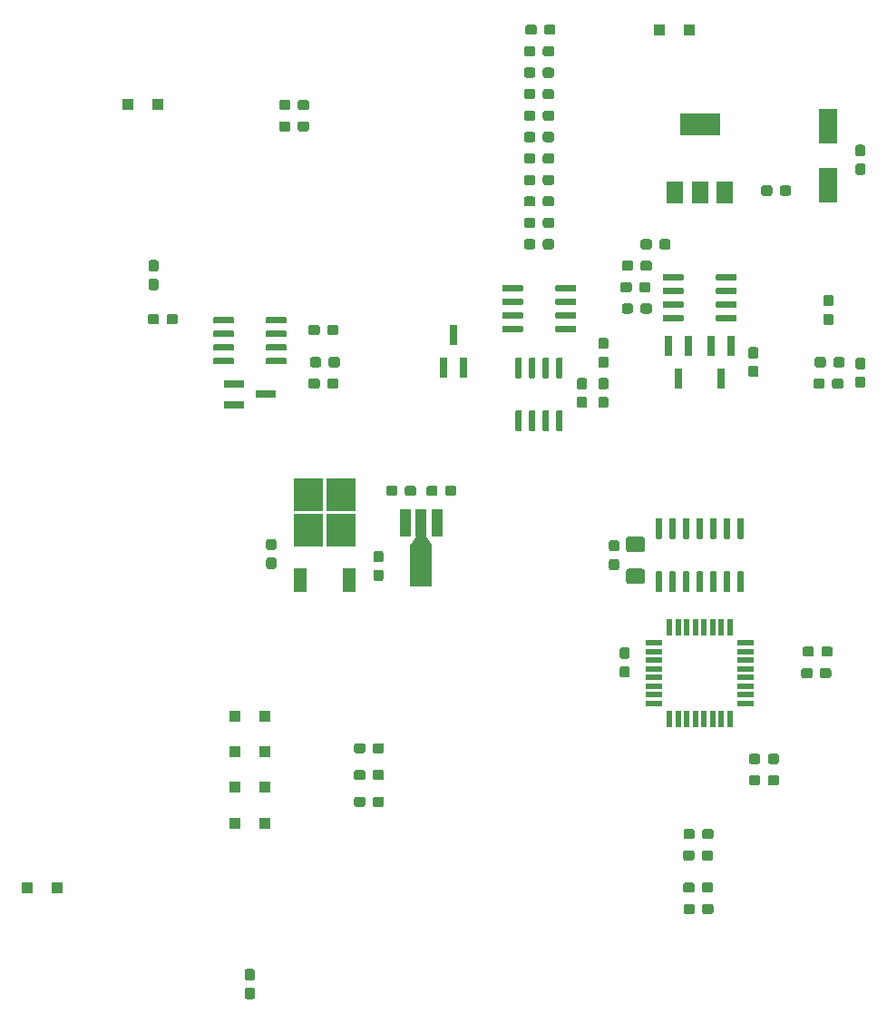
<source format=gbr>
G04 #@! TF.GenerationSoftware,KiCad,Pcbnew,(5.1.5)-3*
G04 #@! TF.CreationDate,2020-06-08T13:02:41+01:00*
G04 #@! TF.ProjectId,25v PSU,32357620-5053-4552-9e6b-696361645f70,rev?*
G04 #@! TF.SameCoordinates,Original*
G04 #@! TF.FileFunction,Paste,Top*
G04 #@! TF.FilePolarity,Positive*
%FSLAX46Y46*%
G04 Gerber Fmt 4.6, Leading zero omitted, Abs format (unit mm)*
G04 Created by KiCad (PCBNEW (5.1.5)-3) date 2020-06-08 13:02:41*
%MOMM*%
%LPD*%
G04 APERTURE LIST*
%ADD10R,3.800000X2.000000*%
%ADD11R,1.500000X2.000000*%
%ADD12C,0.100000*%
%ADD13R,1.100000X1.100000*%
%ADD14R,1.700000X3.300000*%
%ADD15R,0.800000X1.900000*%
%ADD16R,1.900000X0.800000*%
%ADD17R,1.600000X0.550000*%
%ADD18R,0.550000X1.600000*%
%ADD19R,1.000000X2.500000*%
%ADD20R,2.000000X4.000000*%
%ADD21R,1.200000X2.200000*%
%ADD22R,2.750000X3.050000*%
G04 APERTURE END LIST*
D10*
X167000000Y-59850000D03*
D11*
X167000000Y-66150000D03*
X169300000Y-66150000D03*
X164700000Y-66150000D03*
D12*
G36*
X172435779Y-120526144D02*
G01*
X172458834Y-120529563D01*
X172481443Y-120535227D01*
X172503387Y-120543079D01*
X172524457Y-120553044D01*
X172544448Y-120565026D01*
X172563168Y-120578910D01*
X172580438Y-120594562D01*
X172596090Y-120611832D01*
X172609974Y-120630552D01*
X172621956Y-120650543D01*
X172631921Y-120671613D01*
X172639773Y-120693557D01*
X172645437Y-120716166D01*
X172648856Y-120739221D01*
X172650000Y-120762500D01*
X172650000Y-121237500D01*
X172648856Y-121260779D01*
X172645437Y-121283834D01*
X172639773Y-121306443D01*
X172631921Y-121328387D01*
X172621956Y-121349457D01*
X172609974Y-121369448D01*
X172596090Y-121388168D01*
X172580438Y-121405438D01*
X172563168Y-121421090D01*
X172544448Y-121434974D01*
X172524457Y-121446956D01*
X172503387Y-121456921D01*
X172481443Y-121464773D01*
X172458834Y-121470437D01*
X172435779Y-121473856D01*
X172412500Y-121475000D01*
X171837500Y-121475000D01*
X171814221Y-121473856D01*
X171791166Y-121470437D01*
X171768557Y-121464773D01*
X171746613Y-121456921D01*
X171725543Y-121446956D01*
X171705552Y-121434974D01*
X171686832Y-121421090D01*
X171669562Y-121405438D01*
X171653910Y-121388168D01*
X171640026Y-121369448D01*
X171628044Y-121349457D01*
X171618079Y-121328387D01*
X171610227Y-121306443D01*
X171604563Y-121283834D01*
X171601144Y-121260779D01*
X171600000Y-121237500D01*
X171600000Y-120762500D01*
X171601144Y-120739221D01*
X171604563Y-120716166D01*
X171610227Y-120693557D01*
X171618079Y-120671613D01*
X171628044Y-120650543D01*
X171640026Y-120630552D01*
X171653910Y-120611832D01*
X171669562Y-120594562D01*
X171686832Y-120578910D01*
X171705552Y-120565026D01*
X171725543Y-120553044D01*
X171746613Y-120543079D01*
X171768557Y-120535227D01*
X171791166Y-120529563D01*
X171814221Y-120526144D01*
X171837500Y-120525000D01*
X172412500Y-120525000D01*
X172435779Y-120526144D01*
G37*
G36*
X174185779Y-120526144D02*
G01*
X174208834Y-120529563D01*
X174231443Y-120535227D01*
X174253387Y-120543079D01*
X174274457Y-120553044D01*
X174294448Y-120565026D01*
X174313168Y-120578910D01*
X174330438Y-120594562D01*
X174346090Y-120611832D01*
X174359974Y-120630552D01*
X174371956Y-120650543D01*
X174381921Y-120671613D01*
X174389773Y-120693557D01*
X174395437Y-120716166D01*
X174398856Y-120739221D01*
X174400000Y-120762500D01*
X174400000Y-121237500D01*
X174398856Y-121260779D01*
X174395437Y-121283834D01*
X174389773Y-121306443D01*
X174381921Y-121328387D01*
X174371956Y-121349457D01*
X174359974Y-121369448D01*
X174346090Y-121388168D01*
X174330438Y-121405438D01*
X174313168Y-121421090D01*
X174294448Y-121434974D01*
X174274457Y-121446956D01*
X174253387Y-121456921D01*
X174231443Y-121464773D01*
X174208834Y-121470437D01*
X174185779Y-121473856D01*
X174162500Y-121475000D01*
X173587500Y-121475000D01*
X173564221Y-121473856D01*
X173541166Y-121470437D01*
X173518557Y-121464773D01*
X173496613Y-121456921D01*
X173475543Y-121446956D01*
X173455552Y-121434974D01*
X173436832Y-121421090D01*
X173419562Y-121405438D01*
X173403910Y-121388168D01*
X173390026Y-121369448D01*
X173378044Y-121349457D01*
X173368079Y-121328387D01*
X173360227Y-121306443D01*
X173354563Y-121283834D01*
X173351144Y-121260779D01*
X173350000Y-121237500D01*
X173350000Y-120762500D01*
X173351144Y-120739221D01*
X173354563Y-120716166D01*
X173360227Y-120693557D01*
X173368079Y-120671613D01*
X173378044Y-120650543D01*
X173390026Y-120630552D01*
X173403910Y-120611832D01*
X173419562Y-120594562D01*
X173436832Y-120578910D01*
X173455552Y-120565026D01*
X173475543Y-120553044D01*
X173496613Y-120543079D01*
X173518557Y-120535227D01*
X173541166Y-120529563D01*
X173564221Y-120526144D01*
X173587500Y-120525000D01*
X174162500Y-120525000D01*
X174185779Y-120526144D01*
G37*
G36*
X172435779Y-118526144D02*
G01*
X172458834Y-118529563D01*
X172481443Y-118535227D01*
X172503387Y-118543079D01*
X172524457Y-118553044D01*
X172544448Y-118565026D01*
X172563168Y-118578910D01*
X172580438Y-118594562D01*
X172596090Y-118611832D01*
X172609974Y-118630552D01*
X172621956Y-118650543D01*
X172631921Y-118671613D01*
X172639773Y-118693557D01*
X172645437Y-118716166D01*
X172648856Y-118739221D01*
X172650000Y-118762500D01*
X172650000Y-119237500D01*
X172648856Y-119260779D01*
X172645437Y-119283834D01*
X172639773Y-119306443D01*
X172631921Y-119328387D01*
X172621956Y-119349457D01*
X172609974Y-119369448D01*
X172596090Y-119388168D01*
X172580438Y-119405438D01*
X172563168Y-119421090D01*
X172544448Y-119434974D01*
X172524457Y-119446956D01*
X172503387Y-119456921D01*
X172481443Y-119464773D01*
X172458834Y-119470437D01*
X172435779Y-119473856D01*
X172412500Y-119475000D01*
X171837500Y-119475000D01*
X171814221Y-119473856D01*
X171791166Y-119470437D01*
X171768557Y-119464773D01*
X171746613Y-119456921D01*
X171725543Y-119446956D01*
X171705552Y-119434974D01*
X171686832Y-119421090D01*
X171669562Y-119405438D01*
X171653910Y-119388168D01*
X171640026Y-119369448D01*
X171628044Y-119349457D01*
X171618079Y-119328387D01*
X171610227Y-119306443D01*
X171604563Y-119283834D01*
X171601144Y-119260779D01*
X171600000Y-119237500D01*
X171600000Y-118762500D01*
X171601144Y-118739221D01*
X171604563Y-118716166D01*
X171610227Y-118693557D01*
X171618079Y-118671613D01*
X171628044Y-118650543D01*
X171640026Y-118630552D01*
X171653910Y-118611832D01*
X171669562Y-118594562D01*
X171686832Y-118578910D01*
X171705552Y-118565026D01*
X171725543Y-118553044D01*
X171746613Y-118543079D01*
X171768557Y-118535227D01*
X171791166Y-118529563D01*
X171814221Y-118526144D01*
X171837500Y-118525000D01*
X172412500Y-118525000D01*
X172435779Y-118526144D01*
G37*
G36*
X174185779Y-118526144D02*
G01*
X174208834Y-118529563D01*
X174231443Y-118535227D01*
X174253387Y-118543079D01*
X174274457Y-118553044D01*
X174294448Y-118565026D01*
X174313168Y-118578910D01*
X174330438Y-118594562D01*
X174346090Y-118611832D01*
X174359974Y-118630552D01*
X174371956Y-118650543D01*
X174381921Y-118671613D01*
X174389773Y-118693557D01*
X174395437Y-118716166D01*
X174398856Y-118739221D01*
X174400000Y-118762500D01*
X174400000Y-119237500D01*
X174398856Y-119260779D01*
X174395437Y-119283834D01*
X174389773Y-119306443D01*
X174381921Y-119328387D01*
X174371956Y-119349457D01*
X174359974Y-119369448D01*
X174346090Y-119388168D01*
X174330438Y-119405438D01*
X174313168Y-119421090D01*
X174294448Y-119434974D01*
X174274457Y-119446956D01*
X174253387Y-119456921D01*
X174231443Y-119464773D01*
X174208834Y-119470437D01*
X174185779Y-119473856D01*
X174162500Y-119475000D01*
X173587500Y-119475000D01*
X173564221Y-119473856D01*
X173541166Y-119470437D01*
X173518557Y-119464773D01*
X173496613Y-119456921D01*
X173475543Y-119446956D01*
X173455552Y-119434974D01*
X173436832Y-119421090D01*
X173419562Y-119405438D01*
X173403910Y-119388168D01*
X173390026Y-119369448D01*
X173378044Y-119349457D01*
X173368079Y-119328387D01*
X173360227Y-119306443D01*
X173354563Y-119283834D01*
X173351144Y-119260779D01*
X173350000Y-119237500D01*
X173350000Y-118762500D01*
X173351144Y-118739221D01*
X173354563Y-118716166D01*
X173360227Y-118693557D01*
X173368079Y-118671613D01*
X173378044Y-118650543D01*
X173390026Y-118630552D01*
X173403910Y-118611832D01*
X173419562Y-118594562D01*
X173436832Y-118578910D01*
X173455552Y-118565026D01*
X173475543Y-118553044D01*
X173496613Y-118543079D01*
X173518557Y-118535227D01*
X173541166Y-118529563D01*
X173564221Y-118526144D01*
X173587500Y-118525000D01*
X174162500Y-118525000D01*
X174185779Y-118526144D01*
G37*
G36*
X160260779Y-108601144D02*
G01*
X160283834Y-108604563D01*
X160306443Y-108610227D01*
X160328387Y-108618079D01*
X160349457Y-108628044D01*
X160369448Y-108640026D01*
X160388168Y-108653910D01*
X160405438Y-108669562D01*
X160421090Y-108686832D01*
X160434974Y-108705552D01*
X160446956Y-108725543D01*
X160456921Y-108746613D01*
X160464773Y-108768557D01*
X160470437Y-108791166D01*
X160473856Y-108814221D01*
X160475000Y-108837500D01*
X160475000Y-109412500D01*
X160473856Y-109435779D01*
X160470437Y-109458834D01*
X160464773Y-109481443D01*
X160456921Y-109503387D01*
X160446956Y-109524457D01*
X160434974Y-109544448D01*
X160421090Y-109563168D01*
X160405438Y-109580438D01*
X160388168Y-109596090D01*
X160369448Y-109609974D01*
X160349457Y-109621956D01*
X160328387Y-109631921D01*
X160306443Y-109639773D01*
X160283834Y-109645437D01*
X160260779Y-109648856D01*
X160237500Y-109650000D01*
X159762500Y-109650000D01*
X159739221Y-109648856D01*
X159716166Y-109645437D01*
X159693557Y-109639773D01*
X159671613Y-109631921D01*
X159650543Y-109621956D01*
X159630552Y-109609974D01*
X159611832Y-109596090D01*
X159594562Y-109580438D01*
X159578910Y-109563168D01*
X159565026Y-109544448D01*
X159553044Y-109524457D01*
X159543079Y-109503387D01*
X159535227Y-109481443D01*
X159529563Y-109458834D01*
X159526144Y-109435779D01*
X159525000Y-109412500D01*
X159525000Y-108837500D01*
X159526144Y-108814221D01*
X159529563Y-108791166D01*
X159535227Y-108768557D01*
X159543079Y-108746613D01*
X159553044Y-108725543D01*
X159565026Y-108705552D01*
X159578910Y-108686832D01*
X159594562Y-108669562D01*
X159611832Y-108653910D01*
X159630552Y-108640026D01*
X159650543Y-108628044D01*
X159671613Y-108618079D01*
X159693557Y-108610227D01*
X159716166Y-108604563D01*
X159739221Y-108601144D01*
X159762500Y-108600000D01*
X160237500Y-108600000D01*
X160260779Y-108601144D01*
G37*
G36*
X160260779Y-110351144D02*
G01*
X160283834Y-110354563D01*
X160306443Y-110360227D01*
X160328387Y-110368079D01*
X160349457Y-110378044D01*
X160369448Y-110390026D01*
X160388168Y-110403910D01*
X160405438Y-110419562D01*
X160421090Y-110436832D01*
X160434974Y-110455552D01*
X160446956Y-110475543D01*
X160456921Y-110496613D01*
X160464773Y-110518557D01*
X160470437Y-110541166D01*
X160473856Y-110564221D01*
X160475000Y-110587500D01*
X160475000Y-111162500D01*
X160473856Y-111185779D01*
X160470437Y-111208834D01*
X160464773Y-111231443D01*
X160456921Y-111253387D01*
X160446956Y-111274457D01*
X160434974Y-111294448D01*
X160421090Y-111313168D01*
X160405438Y-111330438D01*
X160388168Y-111346090D01*
X160369448Y-111359974D01*
X160349457Y-111371956D01*
X160328387Y-111381921D01*
X160306443Y-111389773D01*
X160283834Y-111395437D01*
X160260779Y-111398856D01*
X160237500Y-111400000D01*
X159762500Y-111400000D01*
X159739221Y-111398856D01*
X159716166Y-111395437D01*
X159693557Y-111389773D01*
X159671613Y-111381921D01*
X159650543Y-111371956D01*
X159630552Y-111359974D01*
X159611832Y-111346090D01*
X159594562Y-111330438D01*
X159578910Y-111313168D01*
X159565026Y-111294448D01*
X159553044Y-111274457D01*
X159543079Y-111253387D01*
X159535227Y-111231443D01*
X159529563Y-111208834D01*
X159526144Y-111185779D01*
X159525000Y-111162500D01*
X159525000Y-110587500D01*
X159526144Y-110564221D01*
X159529563Y-110541166D01*
X159535227Y-110518557D01*
X159543079Y-110496613D01*
X159553044Y-110475543D01*
X159565026Y-110455552D01*
X159578910Y-110436832D01*
X159594562Y-110419562D01*
X159611832Y-110403910D01*
X159630552Y-110390026D01*
X159650543Y-110378044D01*
X159671613Y-110368079D01*
X159693557Y-110360227D01*
X159716166Y-110354563D01*
X159739221Y-110351144D01*
X159762500Y-110350000D01*
X160237500Y-110350000D01*
X160260779Y-110351144D01*
G37*
G36*
X153310779Y-50526144D02*
G01*
X153333834Y-50529563D01*
X153356443Y-50535227D01*
X153378387Y-50543079D01*
X153399457Y-50553044D01*
X153419448Y-50565026D01*
X153438168Y-50578910D01*
X153455438Y-50594562D01*
X153471090Y-50611832D01*
X153484974Y-50630552D01*
X153496956Y-50650543D01*
X153506921Y-50671613D01*
X153514773Y-50693557D01*
X153520437Y-50716166D01*
X153523856Y-50739221D01*
X153525000Y-50762500D01*
X153525000Y-51237500D01*
X153523856Y-51260779D01*
X153520437Y-51283834D01*
X153514773Y-51306443D01*
X153506921Y-51328387D01*
X153496956Y-51349457D01*
X153484974Y-51369448D01*
X153471090Y-51388168D01*
X153455438Y-51405438D01*
X153438168Y-51421090D01*
X153419448Y-51434974D01*
X153399457Y-51446956D01*
X153378387Y-51456921D01*
X153356443Y-51464773D01*
X153333834Y-51470437D01*
X153310779Y-51473856D01*
X153287500Y-51475000D01*
X152712500Y-51475000D01*
X152689221Y-51473856D01*
X152666166Y-51470437D01*
X152643557Y-51464773D01*
X152621613Y-51456921D01*
X152600543Y-51446956D01*
X152580552Y-51434974D01*
X152561832Y-51421090D01*
X152544562Y-51405438D01*
X152528910Y-51388168D01*
X152515026Y-51369448D01*
X152503044Y-51349457D01*
X152493079Y-51328387D01*
X152485227Y-51306443D01*
X152479563Y-51283834D01*
X152476144Y-51260779D01*
X152475000Y-51237500D01*
X152475000Y-50762500D01*
X152476144Y-50739221D01*
X152479563Y-50716166D01*
X152485227Y-50693557D01*
X152493079Y-50671613D01*
X152503044Y-50650543D01*
X152515026Y-50630552D01*
X152528910Y-50611832D01*
X152544562Y-50594562D01*
X152561832Y-50578910D01*
X152580552Y-50565026D01*
X152600543Y-50553044D01*
X152621613Y-50543079D01*
X152643557Y-50535227D01*
X152666166Y-50529563D01*
X152689221Y-50526144D01*
X152712500Y-50525000D01*
X153287500Y-50525000D01*
X153310779Y-50526144D01*
G37*
G36*
X151560779Y-50526144D02*
G01*
X151583834Y-50529563D01*
X151606443Y-50535227D01*
X151628387Y-50543079D01*
X151649457Y-50553044D01*
X151669448Y-50565026D01*
X151688168Y-50578910D01*
X151705438Y-50594562D01*
X151721090Y-50611832D01*
X151734974Y-50630552D01*
X151746956Y-50650543D01*
X151756921Y-50671613D01*
X151764773Y-50693557D01*
X151770437Y-50716166D01*
X151773856Y-50739221D01*
X151775000Y-50762500D01*
X151775000Y-51237500D01*
X151773856Y-51260779D01*
X151770437Y-51283834D01*
X151764773Y-51306443D01*
X151756921Y-51328387D01*
X151746956Y-51349457D01*
X151734974Y-51369448D01*
X151721090Y-51388168D01*
X151705438Y-51405438D01*
X151688168Y-51421090D01*
X151669448Y-51434974D01*
X151649457Y-51446956D01*
X151628387Y-51456921D01*
X151606443Y-51464773D01*
X151583834Y-51470437D01*
X151560779Y-51473856D01*
X151537500Y-51475000D01*
X150962500Y-51475000D01*
X150939221Y-51473856D01*
X150916166Y-51470437D01*
X150893557Y-51464773D01*
X150871613Y-51456921D01*
X150850543Y-51446956D01*
X150830552Y-51434974D01*
X150811832Y-51421090D01*
X150794562Y-51405438D01*
X150778910Y-51388168D01*
X150765026Y-51369448D01*
X150753044Y-51349457D01*
X150743079Y-51328387D01*
X150735227Y-51306443D01*
X150729563Y-51283834D01*
X150726144Y-51260779D01*
X150725000Y-51237500D01*
X150725000Y-50762500D01*
X150726144Y-50739221D01*
X150729563Y-50716166D01*
X150735227Y-50693557D01*
X150743079Y-50671613D01*
X150753044Y-50650543D01*
X150765026Y-50630552D01*
X150778910Y-50611832D01*
X150794562Y-50594562D01*
X150811832Y-50578910D01*
X150830552Y-50565026D01*
X150850543Y-50553044D01*
X150871613Y-50543079D01*
X150893557Y-50535227D01*
X150916166Y-50529563D01*
X150939221Y-50526144D01*
X150962500Y-50525000D01*
X151537500Y-50525000D01*
X151560779Y-50526144D01*
G37*
G36*
X175310779Y-65526144D02*
G01*
X175333834Y-65529563D01*
X175356443Y-65535227D01*
X175378387Y-65543079D01*
X175399457Y-65553044D01*
X175419448Y-65565026D01*
X175438168Y-65578910D01*
X175455438Y-65594562D01*
X175471090Y-65611832D01*
X175484974Y-65630552D01*
X175496956Y-65650543D01*
X175506921Y-65671613D01*
X175514773Y-65693557D01*
X175520437Y-65716166D01*
X175523856Y-65739221D01*
X175525000Y-65762500D01*
X175525000Y-66237500D01*
X175523856Y-66260779D01*
X175520437Y-66283834D01*
X175514773Y-66306443D01*
X175506921Y-66328387D01*
X175496956Y-66349457D01*
X175484974Y-66369448D01*
X175471090Y-66388168D01*
X175455438Y-66405438D01*
X175438168Y-66421090D01*
X175419448Y-66434974D01*
X175399457Y-66446956D01*
X175378387Y-66456921D01*
X175356443Y-66464773D01*
X175333834Y-66470437D01*
X175310779Y-66473856D01*
X175287500Y-66475000D01*
X174712500Y-66475000D01*
X174689221Y-66473856D01*
X174666166Y-66470437D01*
X174643557Y-66464773D01*
X174621613Y-66456921D01*
X174600543Y-66446956D01*
X174580552Y-66434974D01*
X174561832Y-66421090D01*
X174544562Y-66405438D01*
X174528910Y-66388168D01*
X174515026Y-66369448D01*
X174503044Y-66349457D01*
X174493079Y-66328387D01*
X174485227Y-66306443D01*
X174479563Y-66283834D01*
X174476144Y-66260779D01*
X174475000Y-66237500D01*
X174475000Y-65762500D01*
X174476144Y-65739221D01*
X174479563Y-65716166D01*
X174485227Y-65693557D01*
X174493079Y-65671613D01*
X174503044Y-65650543D01*
X174515026Y-65630552D01*
X174528910Y-65611832D01*
X174544562Y-65594562D01*
X174561832Y-65578910D01*
X174580552Y-65565026D01*
X174600543Y-65553044D01*
X174621613Y-65543079D01*
X174643557Y-65535227D01*
X174666166Y-65529563D01*
X174689221Y-65526144D01*
X174712500Y-65525000D01*
X175287500Y-65525000D01*
X175310779Y-65526144D01*
G37*
G36*
X173560779Y-65526144D02*
G01*
X173583834Y-65529563D01*
X173606443Y-65535227D01*
X173628387Y-65543079D01*
X173649457Y-65553044D01*
X173669448Y-65565026D01*
X173688168Y-65578910D01*
X173705438Y-65594562D01*
X173721090Y-65611832D01*
X173734974Y-65630552D01*
X173746956Y-65650543D01*
X173756921Y-65671613D01*
X173764773Y-65693557D01*
X173770437Y-65716166D01*
X173773856Y-65739221D01*
X173775000Y-65762500D01*
X173775000Y-66237500D01*
X173773856Y-66260779D01*
X173770437Y-66283834D01*
X173764773Y-66306443D01*
X173756921Y-66328387D01*
X173746956Y-66349457D01*
X173734974Y-66369448D01*
X173721090Y-66388168D01*
X173705438Y-66405438D01*
X173688168Y-66421090D01*
X173669448Y-66434974D01*
X173649457Y-66446956D01*
X173628387Y-66456921D01*
X173606443Y-66464773D01*
X173583834Y-66470437D01*
X173560779Y-66473856D01*
X173537500Y-66475000D01*
X172962500Y-66475000D01*
X172939221Y-66473856D01*
X172916166Y-66470437D01*
X172893557Y-66464773D01*
X172871613Y-66456921D01*
X172850543Y-66446956D01*
X172830552Y-66434974D01*
X172811832Y-66421090D01*
X172794562Y-66405438D01*
X172778910Y-66388168D01*
X172765026Y-66369448D01*
X172753044Y-66349457D01*
X172743079Y-66328387D01*
X172735227Y-66306443D01*
X172729563Y-66283834D01*
X172726144Y-66260779D01*
X172725000Y-66237500D01*
X172725000Y-65762500D01*
X172726144Y-65739221D01*
X172729563Y-65716166D01*
X172735227Y-65693557D01*
X172743079Y-65671613D01*
X172753044Y-65650543D01*
X172765026Y-65630552D01*
X172778910Y-65611832D01*
X172794562Y-65594562D01*
X172811832Y-65578910D01*
X172830552Y-65565026D01*
X172850543Y-65553044D01*
X172871613Y-65543079D01*
X172893557Y-65535227D01*
X172916166Y-65529563D01*
X172939221Y-65526144D01*
X172962500Y-65525000D01*
X173537500Y-65525000D01*
X173560779Y-65526144D01*
G37*
G36*
X177310779Y-110526144D02*
G01*
X177333834Y-110529563D01*
X177356443Y-110535227D01*
X177378387Y-110543079D01*
X177399457Y-110553044D01*
X177419448Y-110565026D01*
X177438168Y-110578910D01*
X177455438Y-110594562D01*
X177471090Y-110611832D01*
X177484974Y-110630552D01*
X177496956Y-110650543D01*
X177506921Y-110671613D01*
X177514773Y-110693557D01*
X177520437Y-110716166D01*
X177523856Y-110739221D01*
X177525000Y-110762500D01*
X177525000Y-111237500D01*
X177523856Y-111260779D01*
X177520437Y-111283834D01*
X177514773Y-111306443D01*
X177506921Y-111328387D01*
X177496956Y-111349457D01*
X177484974Y-111369448D01*
X177471090Y-111388168D01*
X177455438Y-111405438D01*
X177438168Y-111421090D01*
X177419448Y-111434974D01*
X177399457Y-111446956D01*
X177378387Y-111456921D01*
X177356443Y-111464773D01*
X177333834Y-111470437D01*
X177310779Y-111473856D01*
X177287500Y-111475000D01*
X176712500Y-111475000D01*
X176689221Y-111473856D01*
X176666166Y-111470437D01*
X176643557Y-111464773D01*
X176621613Y-111456921D01*
X176600543Y-111446956D01*
X176580552Y-111434974D01*
X176561832Y-111421090D01*
X176544562Y-111405438D01*
X176528910Y-111388168D01*
X176515026Y-111369448D01*
X176503044Y-111349457D01*
X176493079Y-111328387D01*
X176485227Y-111306443D01*
X176479563Y-111283834D01*
X176476144Y-111260779D01*
X176475000Y-111237500D01*
X176475000Y-110762500D01*
X176476144Y-110739221D01*
X176479563Y-110716166D01*
X176485227Y-110693557D01*
X176493079Y-110671613D01*
X176503044Y-110650543D01*
X176515026Y-110630552D01*
X176528910Y-110611832D01*
X176544562Y-110594562D01*
X176561832Y-110578910D01*
X176580552Y-110565026D01*
X176600543Y-110553044D01*
X176621613Y-110543079D01*
X176643557Y-110535227D01*
X176666166Y-110529563D01*
X176689221Y-110526144D01*
X176712500Y-110525000D01*
X177287500Y-110525000D01*
X177310779Y-110526144D01*
G37*
G36*
X179060779Y-110526144D02*
G01*
X179083834Y-110529563D01*
X179106443Y-110535227D01*
X179128387Y-110543079D01*
X179149457Y-110553044D01*
X179169448Y-110565026D01*
X179188168Y-110578910D01*
X179205438Y-110594562D01*
X179221090Y-110611832D01*
X179234974Y-110630552D01*
X179246956Y-110650543D01*
X179256921Y-110671613D01*
X179264773Y-110693557D01*
X179270437Y-110716166D01*
X179273856Y-110739221D01*
X179275000Y-110762500D01*
X179275000Y-111237500D01*
X179273856Y-111260779D01*
X179270437Y-111283834D01*
X179264773Y-111306443D01*
X179256921Y-111328387D01*
X179246956Y-111349457D01*
X179234974Y-111369448D01*
X179221090Y-111388168D01*
X179205438Y-111405438D01*
X179188168Y-111421090D01*
X179169448Y-111434974D01*
X179149457Y-111446956D01*
X179128387Y-111456921D01*
X179106443Y-111464773D01*
X179083834Y-111470437D01*
X179060779Y-111473856D01*
X179037500Y-111475000D01*
X178462500Y-111475000D01*
X178439221Y-111473856D01*
X178416166Y-111470437D01*
X178393557Y-111464773D01*
X178371613Y-111456921D01*
X178350543Y-111446956D01*
X178330552Y-111434974D01*
X178311832Y-111421090D01*
X178294562Y-111405438D01*
X178278910Y-111388168D01*
X178265026Y-111369448D01*
X178253044Y-111349457D01*
X178243079Y-111328387D01*
X178235227Y-111306443D01*
X178229563Y-111283834D01*
X178226144Y-111260779D01*
X178225000Y-111237500D01*
X178225000Y-110762500D01*
X178226144Y-110739221D01*
X178229563Y-110716166D01*
X178235227Y-110693557D01*
X178243079Y-110671613D01*
X178253044Y-110650543D01*
X178265026Y-110630552D01*
X178278910Y-110611832D01*
X178294562Y-110594562D01*
X178311832Y-110578910D01*
X178330552Y-110565026D01*
X178350543Y-110553044D01*
X178371613Y-110543079D01*
X178393557Y-110535227D01*
X178416166Y-110529563D01*
X178439221Y-110526144D01*
X178462500Y-110525000D01*
X179037500Y-110525000D01*
X179060779Y-110526144D01*
G37*
G36*
X179185779Y-108526144D02*
G01*
X179208834Y-108529563D01*
X179231443Y-108535227D01*
X179253387Y-108543079D01*
X179274457Y-108553044D01*
X179294448Y-108565026D01*
X179313168Y-108578910D01*
X179330438Y-108594562D01*
X179346090Y-108611832D01*
X179359974Y-108630552D01*
X179371956Y-108650543D01*
X179381921Y-108671613D01*
X179389773Y-108693557D01*
X179395437Y-108716166D01*
X179398856Y-108739221D01*
X179400000Y-108762500D01*
X179400000Y-109237500D01*
X179398856Y-109260779D01*
X179395437Y-109283834D01*
X179389773Y-109306443D01*
X179381921Y-109328387D01*
X179371956Y-109349457D01*
X179359974Y-109369448D01*
X179346090Y-109388168D01*
X179330438Y-109405438D01*
X179313168Y-109421090D01*
X179294448Y-109434974D01*
X179274457Y-109446956D01*
X179253387Y-109456921D01*
X179231443Y-109464773D01*
X179208834Y-109470437D01*
X179185779Y-109473856D01*
X179162500Y-109475000D01*
X178587500Y-109475000D01*
X178564221Y-109473856D01*
X178541166Y-109470437D01*
X178518557Y-109464773D01*
X178496613Y-109456921D01*
X178475543Y-109446956D01*
X178455552Y-109434974D01*
X178436832Y-109421090D01*
X178419562Y-109405438D01*
X178403910Y-109388168D01*
X178390026Y-109369448D01*
X178378044Y-109349457D01*
X178368079Y-109328387D01*
X178360227Y-109306443D01*
X178354563Y-109283834D01*
X178351144Y-109260779D01*
X178350000Y-109237500D01*
X178350000Y-108762500D01*
X178351144Y-108739221D01*
X178354563Y-108716166D01*
X178360227Y-108693557D01*
X178368079Y-108671613D01*
X178378044Y-108650543D01*
X178390026Y-108630552D01*
X178403910Y-108611832D01*
X178419562Y-108594562D01*
X178436832Y-108578910D01*
X178455552Y-108565026D01*
X178475543Y-108553044D01*
X178496613Y-108543079D01*
X178518557Y-108535227D01*
X178541166Y-108529563D01*
X178564221Y-108526144D01*
X178587500Y-108525000D01*
X179162500Y-108525000D01*
X179185779Y-108526144D01*
G37*
G36*
X177435779Y-108526144D02*
G01*
X177458834Y-108529563D01*
X177481443Y-108535227D01*
X177503387Y-108543079D01*
X177524457Y-108553044D01*
X177544448Y-108565026D01*
X177563168Y-108578910D01*
X177580438Y-108594562D01*
X177596090Y-108611832D01*
X177609974Y-108630552D01*
X177621956Y-108650543D01*
X177631921Y-108671613D01*
X177639773Y-108693557D01*
X177645437Y-108716166D01*
X177648856Y-108739221D01*
X177650000Y-108762500D01*
X177650000Y-109237500D01*
X177648856Y-109260779D01*
X177645437Y-109283834D01*
X177639773Y-109306443D01*
X177631921Y-109328387D01*
X177621956Y-109349457D01*
X177609974Y-109369448D01*
X177596090Y-109388168D01*
X177580438Y-109405438D01*
X177563168Y-109421090D01*
X177544448Y-109434974D01*
X177524457Y-109446956D01*
X177503387Y-109456921D01*
X177481443Y-109464773D01*
X177458834Y-109470437D01*
X177435779Y-109473856D01*
X177412500Y-109475000D01*
X176837500Y-109475000D01*
X176814221Y-109473856D01*
X176791166Y-109470437D01*
X176768557Y-109464773D01*
X176746613Y-109456921D01*
X176725543Y-109446956D01*
X176705552Y-109434974D01*
X176686832Y-109421090D01*
X176669562Y-109405438D01*
X176653910Y-109388168D01*
X176640026Y-109369448D01*
X176628044Y-109349457D01*
X176618079Y-109328387D01*
X176610227Y-109306443D01*
X176604563Y-109283834D01*
X176601144Y-109260779D01*
X176600000Y-109237500D01*
X176600000Y-108762500D01*
X176601144Y-108739221D01*
X176604563Y-108716166D01*
X176610227Y-108693557D01*
X176618079Y-108671613D01*
X176628044Y-108650543D01*
X176640026Y-108630552D01*
X176653910Y-108611832D01*
X176669562Y-108594562D01*
X176686832Y-108578910D01*
X176705552Y-108565026D01*
X176725543Y-108553044D01*
X176746613Y-108543079D01*
X176768557Y-108535227D01*
X176791166Y-108529563D01*
X176814221Y-108526144D01*
X176837500Y-108525000D01*
X177412500Y-108525000D01*
X177435779Y-108526144D01*
G37*
G36*
X182260779Y-61726144D02*
G01*
X182283834Y-61729563D01*
X182306443Y-61735227D01*
X182328387Y-61743079D01*
X182349457Y-61753044D01*
X182369448Y-61765026D01*
X182388168Y-61778910D01*
X182405438Y-61794562D01*
X182421090Y-61811832D01*
X182434974Y-61830552D01*
X182446956Y-61850543D01*
X182456921Y-61871613D01*
X182464773Y-61893557D01*
X182470437Y-61916166D01*
X182473856Y-61939221D01*
X182475000Y-61962500D01*
X182475000Y-62537500D01*
X182473856Y-62560779D01*
X182470437Y-62583834D01*
X182464773Y-62606443D01*
X182456921Y-62628387D01*
X182446956Y-62649457D01*
X182434974Y-62669448D01*
X182421090Y-62688168D01*
X182405438Y-62705438D01*
X182388168Y-62721090D01*
X182369448Y-62734974D01*
X182349457Y-62746956D01*
X182328387Y-62756921D01*
X182306443Y-62764773D01*
X182283834Y-62770437D01*
X182260779Y-62773856D01*
X182237500Y-62775000D01*
X181762500Y-62775000D01*
X181739221Y-62773856D01*
X181716166Y-62770437D01*
X181693557Y-62764773D01*
X181671613Y-62756921D01*
X181650543Y-62746956D01*
X181630552Y-62734974D01*
X181611832Y-62721090D01*
X181594562Y-62705438D01*
X181578910Y-62688168D01*
X181565026Y-62669448D01*
X181553044Y-62649457D01*
X181543079Y-62628387D01*
X181535227Y-62606443D01*
X181529563Y-62583834D01*
X181526144Y-62560779D01*
X181525000Y-62537500D01*
X181525000Y-61962500D01*
X181526144Y-61939221D01*
X181529563Y-61916166D01*
X181535227Y-61893557D01*
X181543079Y-61871613D01*
X181553044Y-61850543D01*
X181565026Y-61830552D01*
X181578910Y-61811832D01*
X181594562Y-61794562D01*
X181611832Y-61778910D01*
X181630552Y-61765026D01*
X181650543Y-61753044D01*
X181671613Y-61743079D01*
X181693557Y-61735227D01*
X181716166Y-61729563D01*
X181739221Y-61726144D01*
X181762500Y-61725000D01*
X182237500Y-61725000D01*
X182260779Y-61726144D01*
G37*
G36*
X182260779Y-63476144D02*
G01*
X182283834Y-63479563D01*
X182306443Y-63485227D01*
X182328387Y-63493079D01*
X182349457Y-63503044D01*
X182369448Y-63515026D01*
X182388168Y-63528910D01*
X182405438Y-63544562D01*
X182421090Y-63561832D01*
X182434974Y-63580552D01*
X182446956Y-63600543D01*
X182456921Y-63621613D01*
X182464773Y-63643557D01*
X182470437Y-63666166D01*
X182473856Y-63689221D01*
X182475000Y-63712500D01*
X182475000Y-64287500D01*
X182473856Y-64310779D01*
X182470437Y-64333834D01*
X182464773Y-64356443D01*
X182456921Y-64378387D01*
X182446956Y-64399457D01*
X182434974Y-64419448D01*
X182421090Y-64438168D01*
X182405438Y-64455438D01*
X182388168Y-64471090D01*
X182369448Y-64484974D01*
X182349457Y-64496956D01*
X182328387Y-64506921D01*
X182306443Y-64514773D01*
X182283834Y-64520437D01*
X182260779Y-64523856D01*
X182237500Y-64525000D01*
X181762500Y-64525000D01*
X181739221Y-64523856D01*
X181716166Y-64520437D01*
X181693557Y-64514773D01*
X181671613Y-64506921D01*
X181650543Y-64496956D01*
X181630552Y-64484974D01*
X181611832Y-64471090D01*
X181594562Y-64455438D01*
X181578910Y-64438168D01*
X181565026Y-64419448D01*
X181553044Y-64399457D01*
X181543079Y-64378387D01*
X181535227Y-64356443D01*
X181529563Y-64333834D01*
X181526144Y-64310779D01*
X181525000Y-64287500D01*
X181525000Y-63712500D01*
X181526144Y-63689221D01*
X181529563Y-63666166D01*
X181535227Y-63643557D01*
X181543079Y-63621613D01*
X181553044Y-63600543D01*
X181565026Y-63580552D01*
X181578910Y-63561832D01*
X181594562Y-63544562D01*
X181611832Y-63528910D01*
X181630552Y-63515026D01*
X181650543Y-63503044D01*
X181671613Y-63493079D01*
X181693557Y-63485227D01*
X181716166Y-63479563D01*
X181739221Y-63476144D01*
X181762500Y-63475000D01*
X182237500Y-63475000D01*
X182260779Y-63476144D01*
G37*
G36*
X140310779Y-93526144D02*
G01*
X140333834Y-93529563D01*
X140356443Y-93535227D01*
X140378387Y-93543079D01*
X140399457Y-93553044D01*
X140419448Y-93565026D01*
X140438168Y-93578910D01*
X140455438Y-93594562D01*
X140471090Y-93611832D01*
X140484974Y-93630552D01*
X140496956Y-93650543D01*
X140506921Y-93671613D01*
X140514773Y-93693557D01*
X140520437Y-93716166D01*
X140523856Y-93739221D01*
X140525000Y-93762500D01*
X140525000Y-94237500D01*
X140523856Y-94260779D01*
X140520437Y-94283834D01*
X140514773Y-94306443D01*
X140506921Y-94328387D01*
X140496956Y-94349457D01*
X140484974Y-94369448D01*
X140471090Y-94388168D01*
X140455438Y-94405438D01*
X140438168Y-94421090D01*
X140419448Y-94434974D01*
X140399457Y-94446956D01*
X140378387Y-94456921D01*
X140356443Y-94464773D01*
X140333834Y-94470437D01*
X140310779Y-94473856D01*
X140287500Y-94475000D01*
X139712500Y-94475000D01*
X139689221Y-94473856D01*
X139666166Y-94470437D01*
X139643557Y-94464773D01*
X139621613Y-94456921D01*
X139600543Y-94446956D01*
X139580552Y-94434974D01*
X139561832Y-94421090D01*
X139544562Y-94405438D01*
X139528910Y-94388168D01*
X139515026Y-94369448D01*
X139503044Y-94349457D01*
X139493079Y-94328387D01*
X139485227Y-94306443D01*
X139479563Y-94283834D01*
X139476144Y-94260779D01*
X139475000Y-94237500D01*
X139475000Y-93762500D01*
X139476144Y-93739221D01*
X139479563Y-93716166D01*
X139485227Y-93693557D01*
X139493079Y-93671613D01*
X139503044Y-93650543D01*
X139515026Y-93630552D01*
X139528910Y-93611832D01*
X139544562Y-93594562D01*
X139561832Y-93578910D01*
X139580552Y-93565026D01*
X139600543Y-93553044D01*
X139621613Y-93543079D01*
X139643557Y-93535227D01*
X139666166Y-93529563D01*
X139689221Y-93526144D01*
X139712500Y-93525000D01*
X140287500Y-93525000D01*
X140310779Y-93526144D01*
G37*
G36*
X138560779Y-93526144D02*
G01*
X138583834Y-93529563D01*
X138606443Y-93535227D01*
X138628387Y-93543079D01*
X138649457Y-93553044D01*
X138669448Y-93565026D01*
X138688168Y-93578910D01*
X138705438Y-93594562D01*
X138721090Y-93611832D01*
X138734974Y-93630552D01*
X138746956Y-93650543D01*
X138756921Y-93671613D01*
X138764773Y-93693557D01*
X138770437Y-93716166D01*
X138773856Y-93739221D01*
X138775000Y-93762500D01*
X138775000Y-94237500D01*
X138773856Y-94260779D01*
X138770437Y-94283834D01*
X138764773Y-94306443D01*
X138756921Y-94328387D01*
X138746956Y-94349457D01*
X138734974Y-94369448D01*
X138721090Y-94388168D01*
X138705438Y-94405438D01*
X138688168Y-94421090D01*
X138669448Y-94434974D01*
X138649457Y-94446956D01*
X138628387Y-94456921D01*
X138606443Y-94464773D01*
X138583834Y-94470437D01*
X138560779Y-94473856D01*
X138537500Y-94475000D01*
X137962500Y-94475000D01*
X137939221Y-94473856D01*
X137916166Y-94470437D01*
X137893557Y-94464773D01*
X137871613Y-94456921D01*
X137850543Y-94446956D01*
X137830552Y-94434974D01*
X137811832Y-94421090D01*
X137794562Y-94405438D01*
X137778910Y-94388168D01*
X137765026Y-94369448D01*
X137753044Y-94349457D01*
X137743079Y-94328387D01*
X137735227Y-94306443D01*
X137729563Y-94283834D01*
X137726144Y-94260779D01*
X137725000Y-94237500D01*
X137725000Y-93762500D01*
X137726144Y-93739221D01*
X137729563Y-93716166D01*
X137735227Y-93693557D01*
X137743079Y-93671613D01*
X137753044Y-93650543D01*
X137765026Y-93630552D01*
X137778910Y-93611832D01*
X137794562Y-93594562D01*
X137811832Y-93578910D01*
X137830552Y-93565026D01*
X137850543Y-93553044D01*
X137871613Y-93543079D01*
X137893557Y-93535227D01*
X137916166Y-93529563D01*
X137939221Y-93526144D01*
X137962500Y-93525000D01*
X138537500Y-93525000D01*
X138560779Y-93526144D01*
G37*
G36*
X144060779Y-93526144D02*
G01*
X144083834Y-93529563D01*
X144106443Y-93535227D01*
X144128387Y-93543079D01*
X144149457Y-93553044D01*
X144169448Y-93565026D01*
X144188168Y-93578910D01*
X144205438Y-93594562D01*
X144221090Y-93611832D01*
X144234974Y-93630552D01*
X144246956Y-93650543D01*
X144256921Y-93671613D01*
X144264773Y-93693557D01*
X144270437Y-93716166D01*
X144273856Y-93739221D01*
X144275000Y-93762500D01*
X144275000Y-94237500D01*
X144273856Y-94260779D01*
X144270437Y-94283834D01*
X144264773Y-94306443D01*
X144256921Y-94328387D01*
X144246956Y-94349457D01*
X144234974Y-94369448D01*
X144221090Y-94388168D01*
X144205438Y-94405438D01*
X144188168Y-94421090D01*
X144169448Y-94434974D01*
X144149457Y-94446956D01*
X144128387Y-94456921D01*
X144106443Y-94464773D01*
X144083834Y-94470437D01*
X144060779Y-94473856D01*
X144037500Y-94475000D01*
X143462500Y-94475000D01*
X143439221Y-94473856D01*
X143416166Y-94470437D01*
X143393557Y-94464773D01*
X143371613Y-94456921D01*
X143350543Y-94446956D01*
X143330552Y-94434974D01*
X143311832Y-94421090D01*
X143294562Y-94405438D01*
X143278910Y-94388168D01*
X143265026Y-94369448D01*
X143253044Y-94349457D01*
X143243079Y-94328387D01*
X143235227Y-94306443D01*
X143229563Y-94283834D01*
X143226144Y-94260779D01*
X143225000Y-94237500D01*
X143225000Y-93762500D01*
X143226144Y-93739221D01*
X143229563Y-93716166D01*
X143235227Y-93693557D01*
X143243079Y-93671613D01*
X143253044Y-93650543D01*
X143265026Y-93630552D01*
X143278910Y-93611832D01*
X143294562Y-93594562D01*
X143311832Y-93578910D01*
X143330552Y-93565026D01*
X143350543Y-93553044D01*
X143371613Y-93543079D01*
X143393557Y-93535227D01*
X143416166Y-93529563D01*
X143439221Y-93526144D01*
X143462500Y-93525000D01*
X144037500Y-93525000D01*
X144060779Y-93526144D01*
G37*
G36*
X142310779Y-93526144D02*
G01*
X142333834Y-93529563D01*
X142356443Y-93535227D01*
X142378387Y-93543079D01*
X142399457Y-93553044D01*
X142419448Y-93565026D01*
X142438168Y-93578910D01*
X142455438Y-93594562D01*
X142471090Y-93611832D01*
X142484974Y-93630552D01*
X142496956Y-93650543D01*
X142506921Y-93671613D01*
X142514773Y-93693557D01*
X142520437Y-93716166D01*
X142523856Y-93739221D01*
X142525000Y-93762500D01*
X142525000Y-94237500D01*
X142523856Y-94260779D01*
X142520437Y-94283834D01*
X142514773Y-94306443D01*
X142506921Y-94328387D01*
X142496956Y-94349457D01*
X142484974Y-94369448D01*
X142471090Y-94388168D01*
X142455438Y-94405438D01*
X142438168Y-94421090D01*
X142419448Y-94434974D01*
X142399457Y-94446956D01*
X142378387Y-94456921D01*
X142356443Y-94464773D01*
X142333834Y-94470437D01*
X142310779Y-94473856D01*
X142287500Y-94475000D01*
X141712500Y-94475000D01*
X141689221Y-94473856D01*
X141666166Y-94470437D01*
X141643557Y-94464773D01*
X141621613Y-94456921D01*
X141600543Y-94446956D01*
X141580552Y-94434974D01*
X141561832Y-94421090D01*
X141544562Y-94405438D01*
X141528910Y-94388168D01*
X141515026Y-94369448D01*
X141503044Y-94349457D01*
X141493079Y-94328387D01*
X141485227Y-94306443D01*
X141479563Y-94283834D01*
X141476144Y-94260779D01*
X141475000Y-94237500D01*
X141475000Y-93762500D01*
X141476144Y-93739221D01*
X141479563Y-93716166D01*
X141485227Y-93693557D01*
X141493079Y-93671613D01*
X141503044Y-93650543D01*
X141515026Y-93630552D01*
X141528910Y-93611832D01*
X141544562Y-93594562D01*
X141561832Y-93578910D01*
X141580552Y-93565026D01*
X141600543Y-93553044D01*
X141621613Y-93543079D01*
X141643557Y-93535227D01*
X141666166Y-93529563D01*
X141689221Y-93526144D01*
X141712500Y-93525000D01*
X142287500Y-93525000D01*
X142310779Y-93526144D01*
G37*
G36*
X158260779Y-83476144D02*
G01*
X158283834Y-83479563D01*
X158306443Y-83485227D01*
X158328387Y-83493079D01*
X158349457Y-83503044D01*
X158369448Y-83515026D01*
X158388168Y-83528910D01*
X158405438Y-83544562D01*
X158421090Y-83561832D01*
X158434974Y-83580552D01*
X158446956Y-83600543D01*
X158456921Y-83621613D01*
X158464773Y-83643557D01*
X158470437Y-83666166D01*
X158473856Y-83689221D01*
X158475000Y-83712500D01*
X158475000Y-84287500D01*
X158473856Y-84310779D01*
X158470437Y-84333834D01*
X158464773Y-84356443D01*
X158456921Y-84378387D01*
X158446956Y-84399457D01*
X158434974Y-84419448D01*
X158421090Y-84438168D01*
X158405438Y-84455438D01*
X158388168Y-84471090D01*
X158369448Y-84484974D01*
X158349457Y-84496956D01*
X158328387Y-84506921D01*
X158306443Y-84514773D01*
X158283834Y-84520437D01*
X158260779Y-84523856D01*
X158237500Y-84525000D01*
X157762500Y-84525000D01*
X157739221Y-84523856D01*
X157716166Y-84520437D01*
X157693557Y-84514773D01*
X157671613Y-84506921D01*
X157650543Y-84496956D01*
X157630552Y-84484974D01*
X157611832Y-84471090D01*
X157594562Y-84455438D01*
X157578910Y-84438168D01*
X157565026Y-84419448D01*
X157553044Y-84399457D01*
X157543079Y-84378387D01*
X157535227Y-84356443D01*
X157529563Y-84333834D01*
X157526144Y-84310779D01*
X157525000Y-84287500D01*
X157525000Y-83712500D01*
X157526144Y-83689221D01*
X157529563Y-83666166D01*
X157535227Y-83643557D01*
X157543079Y-83621613D01*
X157553044Y-83600543D01*
X157565026Y-83580552D01*
X157578910Y-83561832D01*
X157594562Y-83544562D01*
X157611832Y-83528910D01*
X157630552Y-83515026D01*
X157650543Y-83503044D01*
X157671613Y-83493079D01*
X157693557Y-83485227D01*
X157716166Y-83479563D01*
X157739221Y-83476144D01*
X157762500Y-83475000D01*
X158237500Y-83475000D01*
X158260779Y-83476144D01*
G37*
G36*
X158260779Y-85226144D02*
G01*
X158283834Y-85229563D01*
X158306443Y-85235227D01*
X158328387Y-85243079D01*
X158349457Y-85253044D01*
X158369448Y-85265026D01*
X158388168Y-85278910D01*
X158405438Y-85294562D01*
X158421090Y-85311832D01*
X158434974Y-85330552D01*
X158446956Y-85350543D01*
X158456921Y-85371613D01*
X158464773Y-85393557D01*
X158470437Y-85416166D01*
X158473856Y-85439221D01*
X158475000Y-85462500D01*
X158475000Y-86037500D01*
X158473856Y-86060779D01*
X158470437Y-86083834D01*
X158464773Y-86106443D01*
X158456921Y-86128387D01*
X158446956Y-86149457D01*
X158434974Y-86169448D01*
X158421090Y-86188168D01*
X158405438Y-86205438D01*
X158388168Y-86221090D01*
X158369448Y-86234974D01*
X158349457Y-86246956D01*
X158328387Y-86256921D01*
X158306443Y-86264773D01*
X158283834Y-86270437D01*
X158260779Y-86273856D01*
X158237500Y-86275000D01*
X157762500Y-86275000D01*
X157739221Y-86273856D01*
X157716166Y-86270437D01*
X157693557Y-86264773D01*
X157671613Y-86256921D01*
X157650543Y-86246956D01*
X157630552Y-86234974D01*
X157611832Y-86221090D01*
X157594562Y-86205438D01*
X157578910Y-86188168D01*
X157565026Y-86169448D01*
X157553044Y-86149457D01*
X157543079Y-86128387D01*
X157535227Y-86106443D01*
X157529563Y-86083834D01*
X157526144Y-86060779D01*
X157525000Y-86037500D01*
X157525000Y-85462500D01*
X157526144Y-85439221D01*
X157529563Y-85416166D01*
X157535227Y-85393557D01*
X157543079Y-85371613D01*
X157553044Y-85350543D01*
X157565026Y-85330552D01*
X157578910Y-85311832D01*
X157594562Y-85294562D01*
X157611832Y-85278910D01*
X157630552Y-85265026D01*
X157650543Y-85253044D01*
X157671613Y-85243079D01*
X157693557Y-85235227D01*
X157716166Y-85229563D01*
X157739221Y-85226144D01*
X157762500Y-85225000D01*
X158237500Y-85225000D01*
X158260779Y-85226144D01*
G37*
G36*
X156260779Y-85226144D02*
G01*
X156283834Y-85229563D01*
X156306443Y-85235227D01*
X156328387Y-85243079D01*
X156349457Y-85253044D01*
X156369448Y-85265026D01*
X156388168Y-85278910D01*
X156405438Y-85294562D01*
X156421090Y-85311832D01*
X156434974Y-85330552D01*
X156446956Y-85350543D01*
X156456921Y-85371613D01*
X156464773Y-85393557D01*
X156470437Y-85416166D01*
X156473856Y-85439221D01*
X156475000Y-85462500D01*
X156475000Y-86037500D01*
X156473856Y-86060779D01*
X156470437Y-86083834D01*
X156464773Y-86106443D01*
X156456921Y-86128387D01*
X156446956Y-86149457D01*
X156434974Y-86169448D01*
X156421090Y-86188168D01*
X156405438Y-86205438D01*
X156388168Y-86221090D01*
X156369448Y-86234974D01*
X156349457Y-86246956D01*
X156328387Y-86256921D01*
X156306443Y-86264773D01*
X156283834Y-86270437D01*
X156260779Y-86273856D01*
X156237500Y-86275000D01*
X155762500Y-86275000D01*
X155739221Y-86273856D01*
X155716166Y-86270437D01*
X155693557Y-86264773D01*
X155671613Y-86256921D01*
X155650543Y-86246956D01*
X155630552Y-86234974D01*
X155611832Y-86221090D01*
X155594562Y-86205438D01*
X155578910Y-86188168D01*
X155565026Y-86169448D01*
X155553044Y-86149457D01*
X155543079Y-86128387D01*
X155535227Y-86106443D01*
X155529563Y-86083834D01*
X155526144Y-86060779D01*
X155525000Y-86037500D01*
X155525000Y-85462500D01*
X155526144Y-85439221D01*
X155529563Y-85416166D01*
X155535227Y-85393557D01*
X155543079Y-85371613D01*
X155553044Y-85350543D01*
X155565026Y-85330552D01*
X155578910Y-85311832D01*
X155594562Y-85294562D01*
X155611832Y-85278910D01*
X155630552Y-85265026D01*
X155650543Y-85253044D01*
X155671613Y-85243079D01*
X155693557Y-85235227D01*
X155716166Y-85229563D01*
X155739221Y-85226144D01*
X155762500Y-85225000D01*
X156237500Y-85225000D01*
X156260779Y-85226144D01*
G37*
G36*
X156260779Y-83476144D02*
G01*
X156283834Y-83479563D01*
X156306443Y-83485227D01*
X156328387Y-83493079D01*
X156349457Y-83503044D01*
X156369448Y-83515026D01*
X156388168Y-83528910D01*
X156405438Y-83544562D01*
X156421090Y-83561832D01*
X156434974Y-83580552D01*
X156446956Y-83600543D01*
X156456921Y-83621613D01*
X156464773Y-83643557D01*
X156470437Y-83666166D01*
X156473856Y-83689221D01*
X156475000Y-83712500D01*
X156475000Y-84287500D01*
X156473856Y-84310779D01*
X156470437Y-84333834D01*
X156464773Y-84356443D01*
X156456921Y-84378387D01*
X156446956Y-84399457D01*
X156434974Y-84419448D01*
X156421090Y-84438168D01*
X156405438Y-84455438D01*
X156388168Y-84471090D01*
X156369448Y-84484974D01*
X156349457Y-84496956D01*
X156328387Y-84506921D01*
X156306443Y-84514773D01*
X156283834Y-84520437D01*
X156260779Y-84523856D01*
X156237500Y-84525000D01*
X155762500Y-84525000D01*
X155739221Y-84523856D01*
X155716166Y-84520437D01*
X155693557Y-84514773D01*
X155671613Y-84506921D01*
X155650543Y-84496956D01*
X155630552Y-84484974D01*
X155611832Y-84471090D01*
X155594562Y-84455438D01*
X155578910Y-84438168D01*
X155565026Y-84419448D01*
X155553044Y-84399457D01*
X155543079Y-84378387D01*
X155535227Y-84356443D01*
X155529563Y-84333834D01*
X155526144Y-84310779D01*
X155525000Y-84287500D01*
X155525000Y-83712500D01*
X155526144Y-83689221D01*
X155529563Y-83666166D01*
X155535227Y-83643557D01*
X155543079Y-83621613D01*
X155553044Y-83600543D01*
X155565026Y-83580552D01*
X155578910Y-83561832D01*
X155594562Y-83544562D01*
X155611832Y-83528910D01*
X155630552Y-83515026D01*
X155650543Y-83503044D01*
X155671613Y-83493079D01*
X155693557Y-83485227D01*
X155716166Y-83479563D01*
X155739221Y-83476144D01*
X155762500Y-83475000D01*
X156237500Y-83475000D01*
X156260779Y-83476144D01*
G37*
G36*
X127260779Y-100226144D02*
G01*
X127283834Y-100229563D01*
X127306443Y-100235227D01*
X127328387Y-100243079D01*
X127349457Y-100253044D01*
X127369448Y-100265026D01*
X127388168Y-100278910D01*
X127405438Y-100294562D01*
X127421090Y-100311832D01*
X127434974Y-100330552D01*
X127446956Y-100350543D01*
X127456921Y-100371613D01*
X127464773Y-100393557D01*
X127470437Y-100416166D01*
X127473856Y-100439221D01*
X127475000Y-100462500D01*
X127475000Y-101037500D01*
X127473856Y-101060779D01*
X127470437Y-101083834D01*
X127464773Y-101106443D01*
X127456921Y-101128387D01*
X127446956Y-101149457D01*
X127434974Y-101169448D01*
X127421090Y-101188168D01*
X127405438Y-101205438D01*
X127388168Y-101221090D01*
X127369448Y-101234974D01*
X127349457Y-101246956D01*
X127328387Y-101256921D01*
X127306443Y-101264773D01*
X127283834Y-101270437D01*
X127260779Y-101273856D01*
X127237500Y-101275000D01*
X126762500Y-101275000D01*
X126739221Y-101273856D01*
X126716166Y-101270437D01*
X126693557Y-101264773D01*
X126671613Y-101256921D01*
X126650543Y-101246956D01*
X126630552Y-101234974D01*
X126611832Y-101221090D01*
X126594562Y-101205438D01*
X126578910Y-101188168D01*
X126565026Y-101169448D01*
X126553044Y-101149457D01*
X126543079Y-101128387D01*
X126535227Y-101106443D01*
X126529563Y-101083834D01*
X126526144Y-101060779D01*
X126525000Y-101037500D01*
X126525000Y-100462500D01*
X126526144Y-100439221D01*
X126529563Y-100416166D01*
X126535227Y-100393557D01*
X126543079Y-100371613D01*
X126553044Y-100350543D01*
X126565026Y-100330552D01*
X126578910Y-100311832D01*
X126594562Y-100294562D01*
X126611832Y-100278910D01*
X126630552Y-100265026D01*
X126650543Y-100253044D01*
X126671613Y-100243079D01*
X126693557Y-100235227D01*
X126716166Y-100229563D01*
X126739221Y-100226144D01*
X126762500Y-100225000D01*
X127237500Y-100225000D01*
X127260779Y-100226144D01*
G37*
G36*
X127260779Y-98476144D02*
G01*
X127283834Y-98479563D01*
X127306443Y-98485227D01*
X127328387Y-98493079D01*
X127349457Y-98503044D01*
X127369448Y-98515026D01*
X127388168Y-98528910D01*
X127405438Y-98544562D01*
X127421090Y-98561832D01*
X127434974Y-98580552D01*
X127446956Y-98600543D01*
X127456921Y-98621613D01*
X127464773Y-98643557D01*
X127470437Y-98666166D01*
X127473856Y-98689221D01*
X127475000Y-98712500D01*
X127475000Y-99287500D01*
X127473856Y-99310779D01*
X127470437Y-99333834D01*
X127464773Y-99356443D01*
X127456921Y-99378387D01*
X127446956Y-99399457D01*
X127434974Y-99419448D01*
X127421090Y-99438168D01*
X127405438Y-99455438D01*
X127388168Y-99471090D01*
X127369448Y-99484974D01*
X127349457Y-99496956D01*
X127328387Y-99506921D01*
X127306443Y-99514773D01*
X127283834Y-99520437D01*
X127260779Y-99523856D01*
X127237500Y-99525000D01*
X126762500Y-99525000D01*
X126739221Y-99523856D01*
X126716166Y-99520437D01*
X126693557Y-99514773D01*
X126671613Y-99506921D01*
X126650543Y-99496956D01*
X126630552Y-99484974D01*
X126611832Y-99471090D01*
X126594562Y-99455438D01*
X126578910Y-99438168D01*
X126565026Y-99419448D01*
X126553044Y-99399457D01*
X126543079Y-99378387D01*
X126535227Y-99356443D01*
X126529563Y-99333834D01*
X126526144Y-99310779D01*
X126525000Y-99287500D01*
X126525000Y-98712500D01*
X126526144Y-98689221D01*
X126529563Y-98666166D01*
X126535227Y-98643557D01*
X126543079Y-98621613D01*
X126553044Y-98600543D01*
X126565026Y-98580552D01*
X126578910Y-98561832D01*
X126594562Y-98544562D01*
X126611832Y-98528910D01*
X126630552Y-98515026D01*
X126650543Y-98503044D01*
X126671613Y-98493079D01*
X126693557Y-98485227D01*
X126716166Y-98479563D01*
X126739221Y-98476144D01*
X126762500Y-98475000D01*
X127237500Y-98475000D01*
X127260779Y-98476144D01*
G37*
G36*
X137260779Y-99601144D02*
G01*
X137283834Y-99604563D01*
X137306443Y-99610227D01*
X137328387Y-99618079D01*
X137349457Y-99628044D01*
X137369448Y-99640026D01*
X137388168Y-99653910D01*
X137405438Y-99669562D01*
X137421090Y-99686832D01*
X137434974Y-99705552D01*
X137446956Y-99725543D01*
X137456921Y-99746613D01*
X137464773Y-99768557D01*
X137470437Y-99791166D01*
X137473856Y-99814221D01*
X137475000Y-99837500D01*
X137475000Y-100412500D01*
X137473856Y-100435779D01*
X137470437Y-100458834D01*
X137464773Y-100481443D01*
X137456921Y-100503387D01*
X137446956Y-100524457D01*
X137434974Y-100544448D01*
X137421090Y-100563168D01*
X137405438Y-100580438D01*
X137388168Y-100596090D01*
X137369448Y-100609974D01*
X137349457Y-100621956D01*
X137328387Y-100631921D01*
X137306443Y-100639773D01*
X137283834Y-100645437D01*
X137260779Y-100648856D01*
X137237500Y-100650000D01*
X136762500Y-100650000D01*
X136739221Y-100648856D01*
X136716166Y-100645437D01*
X136693557Y-100639773D01*
X136671613Y-100631921D01*
X136650543Y-100621956D01*
X136630552Y-100609974D01*
X136611832Y-100596090D01*
X136594562Y-100580438D01*
X136578910Y-100563168D01*
X136565026Y-100544448D01*
X136553044Y-100524457D01*
X136543079Y-100503387D01*
X136535227Y-100481443D01*
X136529563Y-100458834D01*
X136526144Y-100435779D01*
X136525000Y-100412500D01*
X136525000Y-99837500D01*
X136526144Y-99814221D01*
X136529563Y-99791166D01*
X136535227Y-99768557D01*
X136543079Y-99746613D01*
X136553044Y-99725543D01*
X136565026Y-99705552D01*
X136578910Y-99686832D01*
X136594562Y-99669562D01*
X136611832Y-99653910D01*
X136630552Y-99640026D01*
X136650543Y-99628044D01*
X136671613Y-99618079D01*
X136693557Y-99610227D01*
X136716166Y-99604563D01*
X136739221Y-99601144D01*
X136762500Y-99600000D01*
X137237500Y-99600000D01*
X137260779Y-99601144D01*
G37*
G36*
X137260779Y-101351144D02*
G01*
X137283834Y-101354563D01*
X137306443Y-101360227D01*
X137328387Y-101368079D01*
X137349457Y-101378044D01*
X137369448Y-101390026D01*
X137388168Y-101403910D01*
X137405438Y-101419562D01*
X137421090Y-101436832D01*
X137434974Y-101455552D01*
X137446956Y-101475543D01*
X137456921Y-101496613D01*
X137464773Y-101518557D01*
X137470437Y-101541166D01*
X137473856Y-101564221D01*
X137475000Y-101587500D01*
X137475000Y-102162500D01*
X137473856Y-102185779D01*
X137470437Y-102208834D01*
X137464773Y-102231443D01*
X137456921Y-102253387D01*
X137446956Y-102274457D01*
X137434974Y-102294448D01*
X137421090Y-102313168D01*
X137405438Y-102330438D01*
X137388168Y-102346090D01*
X137369448Y-102359974D01*
X137349457Y-102371956D01*
X137328387Y-102381921D01*
X137306443Y-102389773D01*
X137283834Y-102395437D01*
X137260779Y-102398856D01*
X137237500Y-102400000D01*
X136762500Y-102400000D01*
X136739221Y-102398856D01*
X136716166Y-102395437D01*
X136693557Y-102389773D01*
X136671613Y-102381921D01*
X136650543Y-102371956D01*
X136630552Y-102359974D01*
X136611832Y-102346090D01*
X136594562Y-102330438D01*
X136578910Y-102313168D01*
X136565026Y-102294448D01*
X136553044Y-102274457D01*
X136543079Y-102253387D01*
X136535227Y-102231443D01*
X136529563Y-102208834D01*
X136526144Y-102185779D01*
X136525000Y-102162500D01*
X136525000Y-101587500D01*
X136526144Y-101564221D01*
X136529563Y-101541166D01*
X136535227Y-101518557D01*
X136543079Y-101496613D01*
X136553044Y-101475543D01*
X136565026Y-101455552D01*
X136578910Y-101436832D01*
X136594562Y-101419562D01*
X136611832Y-101403910D01*
X136630552Y-101390026D01*
X136650543Y-101378044D01*
X136671613Y-101368079D01*
X136693557Y-101360227D01*
X136716166Y-101354563D01*
X136739221Y-101351144D01*
X136762500Y-101350000D01*
X137237500Y-101350000D01*
X137260779Y-101351144D01*
G37*
G36*
X161649504Y-101263704D02*
G01*
X161673773Y-101267304D01*
X161697571Y-101273265D01*
X161720671Y-101281530D01*
X161742849Y-101292020D01*
X161763893Y-101304633D01*
X161783598Y-101319247D01*
X161801777Y-101335723D01*
X161818253Y-101353902D01*
X161832867Y-101373607D01*
X161845480Y-101394651D01*
X161855970Y-101416829D01*
X161864235Y-101439929D01*
X161870196Y-101463727D01*
X161873796Y-101487996D01*
X161875000Y-101512500D01*
X161875000Y-102437500D01*
X161873796Y-102462004D01*
X161870196Y-102486273D01*
X161864235Y-102510071D01*
X161855970Y-102533171D01*
X161845480Y-102555349D01*
X161832867Y-102576393D01*
X161818253Y-102596098D01*
X161801777Y-102614277D01*
X161783598Y-102630753D01*
X161763893Y-102645367D01*
X161742849Y-102657980D01*
X161720671Y-102668470D01*
X161697571Y-102676735D01*
X161673773Y-102682696D01*
X161649504Y-102686296D01*
X161625000Y-102687500D01*
X160375000Y-102687500D01*
X160350496Y-102686296D01*
X160326227Y-102682696D01*
X160302429Y-102676735D01*
X160279329Y-102668470D01*
X160257151Y-102657980D01*
X160236107Y-102645367D01*
X160216402Y-102630753D01*
X160198223Y-102614277D01*
X160181747Y-102596098D01*
X160167133Y-102576393D01*
X160154520Y-102555349D01*
X160144030Y-102533171D01*
X160135765Y-102510071D01*
X160129804Y-102486273D01*
X160126204Y-102462004D01*
X160125000Y-102437500D01*
X160125000Y-101512500D01*
X160126204Y-101487996D01*
X160129804Y-101463727D01*
X160135765Y-101439929D01*
X160144030Y-101416829D01*
X160154520Y-101394651D01*
X160167133Y-101373607D01*
X160181747Y-101353902D01*
X160198223Y-101335723D01*
X160216402Y-101319247D01*
X160236107Y-101304633D01*
X160257151Y-101292020D01*
X160279329Y-101281530D01*
X160302429Y-101273265D01*
X160326227Y-101267304D01*
X160350496Y-101263704D01*
X160375000Y-101262500D01*
X161625000Y-101262500D01*
X161649504Y-101263704D01*
G37*
G36*
X161649504Y-98288704D02*
G01*
X161673773Y-98292304D01*
X161697571Y-98298265D01*
X161720671Y-98306530D01*
X161742849Y-98317020D01*
X161763893Y-98329633D01*
X161783598Y-98344247D01*
X161801777Y-98360723D01*
X161818253Y-98378902D01*
X161832867Y-98398607D01*
X161845480Y-98419651D01*
X161855970Y-98441829D01*
X161864235Y-98464929D01*
X161870196Y-98488727D01*
X161873796Y-98512996D01*
X161875000Y-98537500D01*
X161875000Y-99462500D01*
X161873796Y-99487004D01*
X161870196Y-99511273D01*
X161864235Y-99535071D01*
X161855970Y-99558171D01*
X161845480Y-99580349D01*
X161832867Y-99601393D01*
X161818253Y-99621098D01*
X161801777Y-99639277D01*
X161783598Y-99655753D01*
X161763893Y-99670367D01*
X161742849Y-99682980D01*
X161720671Y-99693470D01*
X161697571Y-99701735D01*
X161673773Y-99707696D01*
X161649504Y-99711296D01*
X161625000Y-99712500D01*
X160375000Y-99712500D01*
X160350496Y-99711296D01*
X160326227Y-99707696D01*
X160302429Y-99701735D01*
X160279329Y-99693470D01*
X160257151Y-99682980D01*
X160236107Y-99670367D01*
X160216402Y-99655753D01*
X160198223Y-99639277D01*
X160181747Y-99621098D01*
X160167133Y-99601393D01*
X160154520Y-99580349D01*
X160144030Y-99558171D01*
X160135765Y-99535071D01*
X160129804Y-99511273D01*
X160126204Y-99487004D01*
X160125000Y-99462500D01*
X160125000Y-98537500D01*
X160126204Y-98512996D01*
X160129804Y-98488727D01*
X160135765Y-98464929D01*
X160144030Y-98441829D01*
X160154520Y-98419651D01*
X160167133Y-98398607D01*
X160181747Y-98378902D01*
X160198223Y-98360723D01*
X160216402Y-98344247D01*
X160236107Y-98329633D01*
X160257151Y-98317020D01*
X160279329Y-98306530D01*
X160302429Y-98298265D01*
X160326227Y-98292304D01*
X160350496Y-98288704D01*
X160375000Y-98287500D01*
X161625000Y-98287500D01*
X161649504Y-98288704D01*
G37*
G36*
X159260779Y-98601144D02*
G01*
X159283834Y-98604563D01*
X159306443Y-98610227D01*
X159328387Y-98618079D01*
X159349457Y-98628044D01*
X159369448Y-98640026D01*
X159388168Y-98653910D01*
X159405438Y-98669562D01*
X159421090Y-98686832D01*
X159434974Y-98705552D01*
X159446956Y-98725543D01*
X159456921Y-98746613D01*
X159464773Y-98768557D01*
X159470437Y-98791166D01*
X159473856Y-98814221D01*
X159475000Y-98837500D01*
X159475000Y-99412500D01*
X159473856Y-99435779D01*
X159470437Y-99458834D01*
X159464773Y-99481443D01*
X159456921Y-99503387D01*
X159446956Y-99524457D01*
X159434974Y-99544448D01*
X159421090Y-99563168D01*
X159405438Y-99580438D01*
X159388168Y-99596090D01*
X159369448Y-99609974D01*
X159349457Y-99621956D01*
X159328387Y-99631921D01*
X159306443Y-99639773D01*
X159283834Y-99645437D01*
X159260779Y-99648856D01*
X159237500Y-99650000D01*
X158762500Y-99650000D01*
X158739221Y-99648856D01*
X158716166Y-99645437D01*
X158693557Y-99639773D01*
X158671613Y-99631921D01*
X158650543Y-99621956D01*
X158630552Y-99609974D01*
X158611832Y-99596090D01*
X158594562Y-99580438D01*
X158578910Y-99563168D01*
X158565026Y-99544448D01*
X158553044Y-99524457D01*
X158543079Y-99503387D01*
X158535227Y-99481443D01*
X158529563Y-99458834D01*
X158526144Y-99435779D01*
X158525000Y-99412500D01*
X158525000Y-98837500D01*
X158526144Y-98814221D01*
X158529563Y-98791166D01*
X158535227Y-98768557D01*
X158543079Y-98746613D01*
X158553044Y-98725543D01*
X158565026Y-98705552D01*
X158578910Y-98686832D01*
X158594562Y-98669562D01*
X158611832Y-98653910D01*
X158630552Y-98640026D01*
X158650543Y-98628044D01*
X158671613Y-98618079D01*
X158693557Y-98610227D01*
X158716166Y-98604563D01*
X158739221Y-98601144D01*
X158762500Y-98600000D01*
X159237500Y-98600000D01*
X159260779Y-98601144D01*
G37*
G36*
X159260779Y-100351144D02*
G01*
X159283834Y-100354563D01*
X159306443Y-100360227D01*
X159328387Y-100368079D01*
X159349457Y-100378044D01*
X159369448Y-100390026D01*
X159388168Y-100403910D01*
X159405438Y-100419562D01*
X159421090Y-100436832D01*
X159434974Y-100455552D01*
X159446956Y-100475543D01*
X159456921Y-100496613D01*
X159464773Y-100518557D01*
X159470437Y-100541166D01*
X159473856Y-100564221D01*
X159475000Y-100587500D01*
X159475000Y-101162500D01*
X159473856Y-101185779D01*
X159470437Y-101208834D01*
X159464773Y-101231443D01*
X159456921Y-101253387D01*
X159446956Y-101274457D01*
X159434974Y-101294448D01*
X159421090Y-101313168D01*
X159405438Y-101330438D01*
X159388168Y-101346090D01*
X159369448Y-101359974D01*
X159349457Y-101371956D01*
X159328387Y-101381921D01*
X159306443Y-101389773D01*
X159283834Y-101395437D01*
X159260779Y-101398856D01*
X159237500Y-101400000D01*
X158762500Y-101400000D01*
X158739221Y-101398856D01*
X158716166Y-101395437D01*
X158693557Y-101389773D01*
X158671613Y-101381921D01*
X158650543Y-101371956D01*
X158630552Y-101359974D01*
X158611832Y-101346090D01*
X158594562Y-101330438D01*
X158578910Y-101313168D01*
X158565026Y-101294448D01*
X158553044Y-101274457D01*
X158543079Y-101253387D01*
X158535227Y-101231443D01*
X158529563Y-101208834D01*
X158526144Y-101185779D01*
X158525000Y-101162500D01*
X158525000Y-100587500D01*
X158526144Y-100564221D01*
X158529563Y-100541166D01*
X158535227Y-100518557D01*
X158543079Y-100496613D01*
X158553044Y-100475543D01*
X158565026Y-100455552D01*
X158578910Y-100436832D01*
X158594562Y-100419562D01*
X158611832Y-100403910D01*
X158630552Y-100390026D01*
X158650543Y-100378044D01*
X158671613Y-100368079D01*
X158693557Y-100360227D01*
X158716166Y-100354563D01*
X158739221Y-100351144D01*
X158762500Y-100350000D01*
X159237500Y-100350000D01*
X159260779Y-100351144D01*
G37*
G36*
X166288279Y-127526144D02*
G01*
X166311334Y-127529563D01*
X166333943Y-127535227D01*
X166355887Y-127543079D01*
X166376957Y-127553044D01*
X166396948Y-127565026D01*
X166415668Y-127578910D01*
X166432938Y-127594562D01*
X166448590Y-127611832D01*
X166462474Y-127630552D01*
X166474456Y-127650543D01*
X166484421Y-127671613D01*
X166492273Y-127693557D01*
X166497937Y-127716166D01*
X166501356Y-127739221D01*
X166502500Y-127762500D01*
X166502500Y-128237500D01*
X166501356Y-128260779D01*
X166497937Y-128283834D01*
X166492273Y-128306443D01*
X166484421Y-128328387D01*
X166474456Y-128349457D01*
X166462474Y-128369448D01*
X166448590Y-128388168D01*
X166432938Y-128405438D01*
X166415668Y-128421090D01*
X166396948Y-128434974D01*
X166376957Y-128446956D01*
X166355887Y-128456921D01*
X166333943Y-128464773D01*
X166311334Y-128470437D01*
X166288279Y-128473856D01*
X166265000Y-128475000D01*
X165690000Y-128475000D01*
X165666721Y-128473856D01*
X165643666Y-128470437D01*
X165621057Y-128464773D01*
X165599113Y-128456921D01*
X165578043Y-128446956D01*
X165558052Y-128434974D01*
X165539332Y-128421090D01*
X165522062Y-128405438D01*
X165506410Y-128388168D01*
X165492526Y-128369448D01*
X165480544Y-128349457D01*
X165470579Y-128328387D01*
X165462727Y-128306443D01*
X165457063Y-128283834D01*
X165453644Y-128260779D01*
X165452500Y-128237500D01*
X165452500Y-127762500D01*
X165453644Y-127739221D01*
X165457063Y-127716166D01*
X165462727Y-127693557D01*
X165470579Y-127671613D01*
X165480544Y-127650543D01*
X165492526Y-127630552D01*
X165506410Y-127611832D01*
X165522062Y-127594562D01*
X165539332Y-127578910D01*
X165558052Y-127565026D01*
X165578043Y-127553044D01*
X165599113Y-127543079D01*
X165621057Y-127535227D01*
X165643666Y-127529563D01*
X165666721Y-127526144D01*
X165690000Y-127525000D01*
X166265000Y-127525000D01*
X166288279Y-127526144D01*
G37*
G36*
X168038279Y-127526144D02*
G01*
X168061334Y-127529563D01*
X168083943Y-127535227D01*
X168105887Y-127543079D01*
X168126957Y-127553044D01*
X168146948Y-127565026D01*
X168165668Y-127578910D01*
X168182938Y-127594562D01*
X168198590Y-127611832D01*
X168212474Y-127630552D01*
X168224456Y-127650543D01*
X168234421Y-127671613D01*
X168242273Y-127693557D01*
X168247937Y-127716166D01*
X168251356Y-127739221D01*
X168252500Y-127762500D01*
X168252500Y-128237500D01*
X168251356Y-128260779D01*
X168247937Y-128283834D01*
X168242273Y-128306443D01*
X168234421Y-128328387D01*
X168224456Y-128349457D01*
X168212474Y-128369448D01*
X168198590Y-128388168D01*
X168182938Y-128405438D01*
X168165668Y-128421090D01*
X168146948Y-128434974D01*
X168126957Y-128446956D01*
X168105887Y-128456921D01*
X168083943Y-128464773D01*
X168061334Y-128470437D01*
X168038279Y-128473856D01*
X168015000Y-128475000D01*
X167440000Y-128475000D01*
X167416721Y-128473856D01*
X167393666Y-128470437D01*
X167371057Y-128464773D01*
X167349113Y-128456921D01*
X167328043Y-128446956D01*
X167308052Y-128434974D01*
X167289332Y-128421090D01*
X167272062Y-128405438D01*
X167256410Y-128388168D01*
X167242526Y-128369448D01*
X167230544Y-128349457D01*
X167220579Y-128328387D01*
X167212727Y-128306443D01*
X167207063Y-128283834D01*
X167203644Y-128260779D01*
X167202500Y-128237500D01*
X167202500Y-127762500D01*
X167203644Y-127739221D01*
X167207063Y-127716166D01*
X167212727Y-127693557D01*
X167220579Y-127671613D01*
X167230544Y-127650543D01*
X167242526Y-127630552D01*
X167256410Y-127611832D01*
X167272062Y-127594562D01*
X167289332Y-127578910D01*
X167308052Y-127565026D01*
X167328043Y-127553044D01*
X167349113Y-127543079D01*
X167371057Y-127535227D01*
X167393666Y-127529563D01*
X167416721Y-127526144D01*
X167440000Y-127525000D01*
X168015000Y-127525000D01*
X168038279Y-127526144D01*
G37*
G36*
X168038279Y-130526144D02*
G01*
X168061334Y-130529563D01*
X168083943Y-130535227D01*
X168105887Y-130543079D01*
X168126957Y-130553044D01*
X168146948Y-130565026D01*
X168165668Y-130578910D01*
X168182938Y-130594562D01*
X168198590Y-130611832D01*
X168212474Y-130630552D01*
X168224456Y-130650543D01*
X168234421Y-130671613D01*
X168242273Y-130693557D01*
X168247937Y-130716166D01*
X168251356Y-130739221D01*
X168252500Y-130762500D01*
X168252500Y-131237500D01*
X168251356Y-131260779D01*
X168247937Y-131283834D01*
X168242273Y-131306443D01*
X168234421Y-131328387D01*
X168224456Y-131349457D01*
X168212474Y-131369448D01*
X168198590Y-131388168D01*
X168182938Y-131405438D01*
X168165668Y-131421090D01*
X168146948Y-131434974D01*
X168126957Y-131446956D01*
X168105887Y-131456921D01*
X168083943Y-131464773D01*
X168061334Y-131470437D01*
X168038279Y-131473856D01*
X168015000Y-131475000D01*
X167440000Y-131475000D01*
X167416721Y-131473856D01*
X167393666Y-131470437D01*
X167371057Y-131464773D01*
X167349113Y-131456921D01*
X167328043Y-131446956D01*
X167308052Y-131434974D01*
X167289332Y-131421090D01*
X167272062Y-131405438D01*
X167256410Y-131388168D01*
X167242526Y-131369448D01*
X167230544Y-131349457D01*
X167220579Y-131328387D01*
X167212727Y-131306443D01*
X167207063Y-131283834D01*
X167203644Y-131260779D01*
X167202500Y-131237500D01*
X167202500Y-130762500D01*
X167203644Y-130739221D01*
X167207063Y-130716166D01*
X167212727Y-130693557D01*
X167220579Y-130671613D01*
X167230544Y-130650543D01*
X167242526Y-130630552D01*
X167256410Y-130611832D01*
X167272062Y-130594562D01*
X167289332Y-130578910D01*
X167308052Y-130565026D01*
X167328043Y-130553044D01*
X167349113Y-130543079D01*
X167371057Y-130535227D01*
X167393666Y-130529563D01*
X167416721Y-130526144D01*
X167440000Y-130525000D01*
X168015000Y-130525000D01*
X168038279Y-130526144D01*
G37*
G36*
X166288279Y-130526144D02*
G01*
X166311334Y-130529563D01*
X166333943Y-130535227D01*
X166355887Y-130543079D01*
X166376957Y-130553044D01*
X166396948Y-130565026D01*
X166415668Y-130578910D01*
X166432938Y-130594562D01*
X166448590Y-130611832D01*
X166462474Y-130630552D01*
X166474456Y-130650543D01*
X166484421Y-130671613D01*
X166492273Y-130693557D01*
X166497937Y-130716166D01*
X166501356Y-130739221D01*
X166502500Y-130762500D01*
X166502500Y-131237500D01*
X166501356Y-131260779D01*
X166497937Y-131283834D01*
X166492273Y-131306443D01*
X166484421Y-131328387D01*
X166474456Y-131349457D01*
X166462474Y-131369448D01*
X166448590Y-131388168D01*
X166432938Y-131405438D01*
X166415668Y-131421090D01*
X166396948Y-131434974D01*
X166376957Y-131446956D01*
X166355887Y-131456921D01*
X166333943Y-131464773D01*
X166311334Y-131470437D01*
X166288279Y-131473856D01*
X166265000Y-131475000D01*
X165690000Y-131475000D01*
X165666721Y-131473856D01*
X165643666Y-131470437D01*
X165621057Y-131464773D01*
X165599113Y-131456921D01*
X165578043Y-131446956D01*
X165558052Y-131434974D01*
X165539332Y-131421090D01*
X165522062Y-131405438D01*
X165506410Y-131388168D01*
X165492526Y-131369448D01*
X165480544Y-131349457D01*
X165470579Y-131328387D01*
X165462727Y-131306443D01*
X165457063Y-131283834D01*
X165453644Y-131260779D01*
X165452500Y-131237500D01*
X165452500Y-130762500D01*
X165453644Y-130739221D01*
X165457063Y-130716166D01*
X165462727Y-130693557D01*
X165470579Y-130671613D01*
X165480544Y-130650543D01*
X165492526Y-130630552D01*
X165506410Y-130611832D01*
X165522062Y-130594562D01*
X165539332Y-130578910D01*
X165558052Y-130565026D01*
X165578043Y-130553044D01*
X165599113Y-130543079D01*
X165621057Y-130535227D01*
X165643666Y-130529563D01*
X165666721Y-130526144D01*
X165690000Y-130525000D01*
X166265000Y-130525000D01*
X166288279Y-130526144D01*
G37*
D13*
X166000000Y-51000000D03*
X163200000Y-51000000D03*
X123600000Y-125000000D03*
X126400000Y-125000000D03*
X126400000Y-121666666D03*
X123600000Y-121666666D03*
X123600000Y-118333333D03*
X126400000Y-118333333D03*
X126400000Y-115000000D03*
X123600000Y-115000000D03*
X107000000Y-131000000D03*
X104200000Y-131000000D03*
D14*
X179000000Y-60000000D03*
X179000000Y-65500000D03*
D13*
X113600000Y-58000000D03*
X116400000Y-58000000D03*
D15*
X169950000Y-80500000D03*
X168050000Y-80500000D03*
X169000000Y-83500000D03*
X165000000Y-83500000D03*
X164050000Y-80500000D03*
X165950000Y-80500000D03*
D16*
X123500000Y-84050000D03*
X123500000Y-85950000D03*
X126500000Y-85000000D03*
D12*
G36*
X137310779Y-122526144D02*
G01*
X137333834Y-122529563D01*
X137356443Y-122535227D01*
X137378387Y-122543079D01*
X137399457Y-122553044D01*
X137419448Y-122565026D01*
X137438168Y-122578910D01*
X137455438Y-122594562D01*
X137471090Y-122611832D01*
X137484974Y-122630552D01*
X137496956Y-122650543D01*
X137506921Y-122671613D01*
X137514773Y-122693557D01*
X137520437Y-122716166D01*
X137523856Y-122739221D01*
X137525000Y-122762500D01*
X137525000Y-123237500D01*
X137523856Y-123260779D01*
X137520437Y-123283834D01*
X137514773Y-123306443D01*
X137506921Y-123328387D01*
X137496956Y-123349457D01*
X137484974Y-123369448D01*
X137471090Y-123388168D01*
X137455438Y-123405438D01*
X137438168Y-123421090D01*
X137419448Y-123434974D01*
X137399457Y-123446956D01*
X137378387Y-123456921D01*
X137356443Y-123464773D01*
X137333834Y-123470437D01*
X137310779Y-123473856D01*
X137287500Y-123475000D01*
X136712500Y-123475000D01*
X136689221Y-123473856D01*
X136666166Y-123470437D01*
X136643557Y-123464773D01*
X136621613Y-123456921D01*
X136600543Y-123446956D01*
X136580552Y-123434974D01*
X136561832Y-123421090D01*
X136544562Y-123405438D01*
X136528910Y-123388168D01*
X136515026Y-123369448D01*
X136503044Y-123349457D01*
X136493079Y-123328387D01*
X136485227Y-123306443D01*
X136479563Y-123283834D01*
X136476144Y-123260779D01*
X136475000Y-123237500D01*
X136475000Y-122762500D01*
X136476144Y-122739221D01*
X136479563Y-122716166D01*
X136485227Y-122693557D01*
X136493079Y-122671613D01*
X136503044Y-122650543D01*
X136515026Y-122630552D01*
X136528910Y-122611832D01*
X136544562Y-122594562D01*
X136561832Y-122578910D01*
X136580552Y-122565026D01*
X136600543Y-122553044D01*
X136621613Y-122543079D01*
X136643557Y-122535227D01*
X136666166Y-122529563D01*
X136689221Y-122526144D01*
X136712500Y-122525000D01*
X137287500Y-122525000D01*
X137310779Y-122526144D01*
G37*
G36*
X135560779Y-122526144D02*
G01*
X135583834Y-122529563D01*
X135606443Y-122535227D01*
X135628387Y-122543079D01*
X135649457Y-122553044D01*
X135669448Y-122565026D01*
X135688168Y-122578910D01*
X135705438Y-122594562D01*
X135721090Y-122611832D01*
X135734974Y-122630552D01*
X135746956Y-122650543D01*
X135756921Y-122671613D01*
X135764773Y-122693557D01*
X135770437Y-122716166D01*
X135773856Y-122739221D01*
X135775000Y-122762500D01*
X135775000Y-123237500D01*
X135773856Y-123260779D01*
X135770437Y-123283834D01*
X135764773Y-123306443D01*
X135756921Y-123328387D01*
X135746956Y-123349457D01*
X135734974Y-123369448D01*
X135721090Y-123388168D01*
X135705438Y-123405438D01*
X135688168Y-123421090D01*
X135669448Y-123434974D01*
X135649457Y-123446956D01*
X135628387Y-123456921D01*
X135606443Y-123464773D01*
X135583834Y-123470437D01*
X135560779Y-123473856D01*
X135537500Y-123475000D01*
X134962500Y-123475000D01*
X134939221Y-123473856D01*
X134916166Y-123470437D01*
X134893557Y-123464773D01*
X134871613Y-123456921D01*
X134850543Y-123446956D01*
X134830552Y-123434974D01*
X134811832Y-123421090D01*
X134794562Y-123405438D01*
X134778910Y-123388168D01*
X134765026Y-123369448D01*
X134753044Y-123349457D01*
X134743079Y-123328387D01*
X134735227Y-123306443D01*
X134729563Y-123283834D01*
X134726144Y-123260779D01*
X134725000Y-123237500D01*
X134725000Y-122762500D01*
X134726144Y-122739221D01*
X134729563Y-122716166D01*
X134735227Y-122693557D01*
X134743079Y-122671613D01*
X134753044Y-122650543D01*
X134765026Y-122630552D01*
X134778910Y-122611832D01*
X134794562Y-122594562D01*
X134811832Y-122578910D01*
X134830552Y-122565026D01*
X134850543Y-122553044D01*
X134871613Y-122543079D01*
X134893557Y-122535227D01*
X134916166Y-122529563D01*
X134939221Y-122526144D01*
X134962500Y-122525000D01*
X135537500Y-122525000D01*
X135560779Y-122526144D01*
G37*
G36*
X135560779Y-120026144D02*
G01*
X135583834Y-120029563D01*
X135606443Y-120035227D01*
X135628387Y-120043079D01*
X135649457Y-120053044D01*
X135669448Y-120065026D01*
X135688168Y-120078910D01*
X135705438Y-120094562D01*
X135721090Y-120111832D01*
X135734974Y-120130552D01*
X135746956Y-120150543D01*
X135756921Y-120171613D01*
X135764773Y-120193557D01*
X135770437Y-120216166D01*
X135773856Y-120239221D01*
X135775000Y-120262500D01*
X135775000Y-120737500D01*
X135773856Y-120760779D01*
X135770437Y-120783834D01*
X135764773Y-120806443D01*
X135756921Y-120828387D01*
X135746956Y-120849457D01*
X135734974Y-120869448D01*
X135721090Y-120888168D01*
X135705438Y-120905438D01*
X135688168Y-120921090D01*
X135669448Y-120934974D01*
X135649457Y-120946956D01*
X135628387Y-120956921D01*
X135606443Y-120964773D01*
X135583834Y-120970437D01*
X135560779Y-120973856D01*
X135537500Y-120975000D01*
X134962500Y-120975000D01*
X134939221Y-120973856D01*
X134916166Y-120970437D01*
X134893557Y-120964773D01*
X134871613Y-120956921D01*
X134850543Y-120946956D01*
X134830552Y-120934974D01*
X134811832Y-120921090D01*
X134794562Y-120905438D01*
X134778910Y-120888168D01*
X134765026Y-120869448D01*
X134753044Y-120849457D01*
X134743079Y-120828387D01*
X134735227Y-120806443D01*
X134729563Y-120783834D01*
X134726144Y-120760779D01*
X134725000Y-120737500D01*
X134725000Y-120262500D01*
X134726144Y-120239221D01*
X134729563Y-120216166D01*
X134735227Y-120193557D01*
X134743079Y-120171613D01*
X134753044Y-120150543D01*
X134765026Y-120130552D01*
X134778910Y-120111832D01*
X134794562Y-120094562D01*
X134811832Y-120078910D01*
X134830552Y-120065026D01*
X134850543Y-120053044D01*
X134871613Y-120043079D01*
X134893557Y-120035227D01*
X134916166Y-120029563D01*
X134939221Y-120026144D01*
X134962500Y-120025000D01*
X135537500Y-120025000D01*
X135560779Y-120026144D01*
G37*
G36*
X137310779Y-120026144D02*
G01*
X137333834Y-120029563D01*
X137356443Y-120035227D01*
X137378387Y-120043079D01*
X137399457Y-120053044D01*
X137419448Y-120065026D01*
X137438168Y-120078910D01*
X137455438Y-120094562D01*
X137471090Y-120111832D01*
X137484974Y-120130552D01*
X137496956Y-120150543D01*
X137506921Y-120171613D01*
X137514773Y-120193557D01*
X137520437Y-120216166D01*
X137523856Y-120239221D01*
X137525000Y-120262500D01*
X137525000Y-120737500D01*
X137523856Y-120760779D01*
X137520437Y-120783834D01*
X137514773Y-120806443D01*
X137506921Y-120828387D01*
X137496956Y-120849457D01*
X137484974Y-120869448D01*
X137471090Y-120888168D01*
X137455438Y-120905438D01*
X137438168Y-120921090D01*
X137419448Y-120934974D01*
X137399457Y-120946956D01*
X137378387Y-120956921D01*
X137356443Y-120964773D01*
X137333834Y-120970437D01*
X137310779Y-120973856D01*
X137287500Y-120975000D01*
X136712500Y-120975000D01*
X136689221Y-120973856D01*
X136666166Y-120970437D01*
X136643557Y-120964773D01*
X136621613Y-120956921D01*
X136600543Y-120946956D01*
X136580552Y-120934974D01*
X136561832Y-120921090D01*
X136544562Y-120905438D01*
X136528910Y-120888168D01*
X136515026Y-120869448D01*
X136503044Y-120849457D01*
X136493079Y-120828387D01*
X136485227Y-120806443D01*
X136479563Y-120783834D01*
X136476144Y-120760779D01*
X136475000Y-120737500D01*
X136475000Y-120262500D01*
X136476144Y-120239221D01*
X136479563Y-120216166D01*
X136485227Y-120193557D01*
X136493079Y-120171613D01*
X136503044Y-120150543D01*
X136515026Y-120130552D01*
X136528910Y-120111832D01*
X136544562Y-120094562D01*
X136561832Y-120078910D01*
X136580552Y-120065026D01*
X136600543Y-120053044D01*
X136621613Y-120043079D01*
X136643557Y-120035227D01*
X136666166Y-120029563D01*
X136689221Y-120026144D01*
X136712500Y-120025000D01*
X137287500Y-120025000D01*
X137310779Y-120026144D01*
G37*
G36*
X137310779Y-117526144D02*
G01*
X137333834Y-117529563D01*
X137356443Y-117535227D01*
X137378387Y-117543079D01*
X137399457Y-117553044D01*
X137419448Y-117565026D01*
X137438168Y-117578910D01*
X137455438Y-117594562D01*
X137471090Y-117611832D01*
X137484974Y-117630552D01*
X137496956Y-117650543D01*
X137506921Y-117671613D01*
X137514773Y-117693557D01*
X137520437Y-117716166D01*
X137523856Y-117739221D01*
X137525000Y-117762500D01*
X137525000Y-118237500D01*
X137523856Y-118260779D01*
X137520437Y-118283834D01*
X137514773Y-118306443D01*
X137506921Y-118328387D01*
X137496956Y-118349457D01*
X137484974Y-118369448D01*
X137471090Y-118388168D01*
X137455438Y-118405438D01*
X137438168Y-118421090D01*
X137419448Y-118434974D01*
X137399457Y-118446956D01*
X137378387Y-118456921D01*
X137356443Y-118464773D01*
X137333834Y-118470437D01*
X137310779Y-118473856D01*
X137287500Y-118475000D01*
X136712500Y-118475000D01*
X136689221Y-118473856D01*
X136666166Y-118470437D01*
X136643557Y-118464773D01*
X136621613Y-118456921D01*
X136600543Y-118446956D01*
X136580552Y-118434974D01*
X136561832Y-118421090D01*
X136544562Y-118405438D01*
X136528910Y-118388168D01*
X136515026Y-118369448D01*
X136503044Y-118349457D01*
X136493079Y-118328387D01*
X136485227Y-118306443D01*
X136479563Y-118283834D01*
X136476144Y-118260779D01*
X136475000Y-118237500D01*
X136475000Y-117762500D01*
X136476144Y-117739221D01*
X136479563Y-117716166D01*
X136485227Y-117693557D01*
X136493079Y-117671613D01*
X136503044Y-117650543D01*
X136515026Y-117630552D01*
X136528910Y-117611832D01*
X136544562Y-117594562D01*
X136561832Y-117578910D01*
X136580552Y-117565026D01*
X136600543Y-117553044D01*
X136621613Y-117543079D01*
X136643557Y-117535227D01*
X136666166Y-117529563D01*
X136689221Y-117526144D01*
X136712500Y-117525000D01*
X137287500Y-117525000D01*
X137310779Y-117526144D01*
G37*
G36*
X135560779Y-117526144D02*
G01*
X135583834Y-117529563D01*
X135606443Y-117535227D01*
X135628387Y-117543079D01*
X135649457Y-117553044D01*
X135669448Y-117565026D01*
X135688168Y-117578910D01*
X135705438Y-117594562D01*
X135721090Y-117611832D01*
X135734974Y-117630552D01*
X135746956Y-117650543D01*
X135756921Y-117671613D01*
X135764773Y-117693557D01*
X135770437Y-117716166D01*
X135773856Y-117739221D01*
X135775000Y-117762500D01*
X135775000Y-118237500D01*
X135773856Y-118260779D01*
X135770437Y-118283834D01*
X135764773Y-118306443D01*
X135756921Y-118328387D01*
X135746956Y-118349457D01*
X135734974Y-118369448D01*
X135721090Y-118388168D01*
X135705438Y-118405438D01*
X135688168Y-118421090D01*
X135669448Y-118434974D01*
X135649457Y-118446956D01*
X135628387Y-118456921D01*
X135606443Y-118464773D01*
X135583834Y-118470437D01*
X135560779Y-118473856D01*
X135537500Y-118475000D01*
X134962500Y-118475000D01*
X134939221Y-118473856D01*
X134916166Y-118470437D01*
X134893557Y-118464773D01*
X134871613Y-118456921D01*
X134850543Y-118446956D01*
X134830552Y-118434974D01*
X134811832Y-118421090D01*
X134794562Y-118405438D01*
X134778910Y-118388168D01*
X134765026Y-118369448D01*
X134753044Y-118349457D01*
X134743079Y-118328387D01*
X134735227Y-118306443D01*
X134729563Y-118283834D01*
X134726144Y-118260779D01*
X134725000Y-118237500D01*
X134725000Y-117762500D01*
X134726144Y-117739221D01*
X134729563Y-117716166D01*
X134735227Y-117693557D01*
X134743079Y-117671613D01*
X134753044Y-117650543D01*
X134765026Y-117630552D01*
X134778910Y-117611832D01*
X134794562Y-117594562D01*
X134811832Y-117578910D01*
X134830552Y-117565026D01*
X134850543Y-117553044D01*
X134871613Y-117543079D01*
X134893557Y-117535227D01*
X134916166Y-117529563D01*
X134939221Y-117526144D01*
X134962500Y-117525000D01*
X135537500Y-117525000D01*
X135560779Y-117526144D01*
G37*
G36*
X172260779Y-82351144D02*
G01*
X172283834Y-82354563D01*
X172306443Y-82360227D01*
X172328387Y-82368079D01*
X172349457Y-82378044D01*
X172369448Y-82390026D01*
X172388168Y-82403910D01*
X172405438Y-82419562D01*
X172421090Y-82436832D01*
X172434974Y-82455552D01*
X172446956Y-82475543D01*
X172456921Y-82496613D01*
X172464773Y-82518557D01*
X172470437Y-82541166D01*
X172473856Y-82564221D01*
X172475000Y-82587500D01*
X172475000Y-83162500D01*
X172473856Y-83185779D01*
X172470437Y-83208834D01*
X172464773Y-83231443D01*
X172456921Y-83253387D01*
X172446956Y-83274457D01*
X172434974Y-83294448D01*
X172421090Y-83313168D01*
X172405438Y-83330438D01*
X172388168Y-83346090D01*
X172369448Y-83359974D01*
X172349457Y-83371956D01*
X172328387Y-83381921D01*
X172306443Y-83389773D01*
X172283834Y-83395437D01*
X172260779Y-83398856D01*
X172237500Y-83400000D01*
X171762500Y-83400000D01*
X171739221Y-83398856D01*
X171716166Y-83395437D01*
X171693557Y-83389773D01*
X171671613Y-83381921D01*
X171650543Y-83371956D01*
X171630552Y-83359974D01*
X171611832Y-83346090D01*
X171594562Y-83330438D01*
X171578910Y-83313168D01*
X171565026Y-83294448D01*
X171553044Y-83274457D01*
X171543079Y-83253387D01*
X171535227Y-83231443D01*
X171529563Y-83208834D01*
X171526144Y-83185779D01*
X171525000Y-83162500D01*
X171525000Y-82587500D01*
X171526144Y-82564221D01*
X171529563Y-82541166D01*
X171535227Y-82518557D01*
X171543079Y-82496613D01*
X171553044Y-82475543D01*
X171565026Y-82455552D01*
X171578910Y-82436832D01*
X171594562Y-82419562D01*
X171611832Y-82403910D01*
X171630552Y-82390026D01*
X171650543Y-82378044D01*
X171671613Y-82368079D01*
X171693557Y-82360227D01*
X171716166Y-82354563D01*
X171739221Y-82351144D01*
X171762500Y-82350000D01*
X172237500Y-82350000D01*
X172260779Y-82351144D01*
G37*
G36*
X172260779Y-80601144D02*
G01*
X172283834Y-80604563D01*
X172306443Y-80610227D01*
X172328387Y-80618079D01*
X172349457Y-80628044D01*
X172369448Y-80640026D01*
X172388168Y-80653910D01*
X172405438Y-80669562D01*
X172421090Y-80686832D01*
X172434974Y-80705552D01*
X172446956Y-80725543D01*
X172456921Y-80746613D01*
X172464773Y-80768557D01*
X172470437Y-80791166D01*
X172473856Y-80814221D01*
X172475000Y-80837500D01*
X172475000Y-81412500D01*
X172473856Y-81435779D01*
X172470437Y-81458834D01*
X172464773Y-81481443D01*
X172456921Y-81503387D01*
X172446956Y-81524457D01*
X172434974Y-81544448D01*
X172421090Y-81563168D01*
X172405438Y-81580438D01*
X172388168Y-81596090D01*
X172369448Y-81609974D01*
X172349457Y-81621956D01*
X172328387Y-81631921D01*
X172306443Y-81639773D01*
X172283834Y-81645437D01*
X172260779Y-81648856D01*
X172237500Y-81650000D01*
X171762500Y-81650000D01*
X171739221Y-81648856D01*
X171716166Y-81645437D01*
X171693557Y-81639773D01*
X171671613Y-81631921D01*
X171650543Y-81621956D01*
X171630552Y-81609974D01*
X171611832Y-81596090D01*
X171594562Y-81580438D01*
X171578910Y-81563168D01*
X171565026Y-81544448D01*
X171553044Y-81524457D01*
X171543079Y-81503387D01*
X171535227Y-81481443D01*
X171529563Y-81458834D01*
X171526144Y-81435779D01*
X171525000Y-81412500D01*
X171525000Y-80837500D01*
X171526144Y-80814221D01*
X171529563Y-80791166D01*
X171535227Y-80768557D01*
X171543079Y-80746613D01*
X171553044Y-80725543D01*
X171565026Y-80705552D01*
X171578910Y-80686832D01*
X171594562Y-80669562D01*
X171611832Y-80653910D01*
X171630552Y-80640026D01*
X171650543Y-80628044D01*
X171671613Y-80618079D01*
X171693557Y-80610227D01*
X171716166Y-80604563D01*
X171739221Y-80601144D01*
X171762500Y-80600000D01*
X172237500Y-80600000D01*
X172260779Y-80601144D01*
G37*
G36*
X166310779Y-125526144D02*
G01*
X166333834Y-125529563D01*
X166356443Y-125535227D01*
X166378387Y-125543079D01*
X166399457Y-125553044D01*
X166419448Y-125565026D01*
X166438168Y-125578910D01*
X166455438Y-125594562D01*
X166471090Y-125611832D01*
X166484974Y-125630552D01*
X166496956Y-125650543D01*
X166506921Y-125671613D01*
X166514773Y-125693557D01*
X166520437Y-125716166D01*
X166523856Y-125739221D01*
X166525000Y-125762500D01*
X166525000Y-126237500D01*
X166523856Y-126260779D01*
X166520437Y-126283834D01*
X166514773Y-126306443D01*
X166506921Y-126328387D01*
X166496956Y-126349457D01*
X166484974Y-126369448D01*
X166471090Y-126388168D01*
X166455438Y-126405438D01*
X166438168Y-126421090D01*
X166419448Y-126434974D01*
X166399457Y-126446956D01*
X166378387Y-126456921D01*
X166356443Y-126464773D01*
X166333834Y-126470437D01*
X166310779Y-126473856D01*
X166287500Y-126475000D01*
X165712500Y-126475000D01*
X165689221Y-126473856D01*
X165666166Y-126470437D01*
X165643557Y-126464773D01*
X165621613Y-126456921D01*
X165600543Y-126446956D01*
X165580552Y-126434974D01*
X165561832Y-126421090D01*
X165544562Y-126405438D01*
X165528910Y-126388168D01*
X165515026Y-126369448D01*
X165503044Y-126349457D01*
X165493079Y-126328387D01*
X165485227Y-126306443D01*
X165479563Y-126283834D01*
X165476144Y-126260779D01*
X165475000Y-126237500D01*
X165475000Y-125762500D01*
X165476144Y-125739221D01*
X165479563Y-125716166D01*
X165485227Y-125693557D01*
X165493079Y-125671613D01*
X165503044Y-125650543D01*
X165515026Y-125630552D01*
X165528910Y-125611832D01*
X165544562Y-125594562D01*
X165561832Y-125578910D01*
X165580552Y-125565026D01*
X165600543Y-125553044D01*
X165621613Y-125543079D01*
X165643557Y-125535227D01*
X165666166Y-125529563D01*
X165689221Y-125526144D01*
X165712500Y-125525000D01*
X166287500Y-125525000D01*
X166310779Y-125526144D01*
G37*
G36*
X168060779Y-125526144D02*
G01*
X168083834Y-125529563D01*
X168106443Y-125535227D01*
X168128387Y-125543079D01*
X168149457Y-125553044D01*
X168169448Y-125565026D01*
X168188168Y-125578910D01*
X168205438Y-125594562D01*
X168221090Y-125611832D01*
X168234974Y-125630552D01*
X168246956Y-125650543D01*
X168256921Y-125671613D01*
X168264773Y-125693557D01*
X168270437Y-125716166D01*
X168273856Y-125739221D01*
X168275000Y-125762500D01*
X168275000Y-126237500D01*
X168273856Y-126260779D01*
X168270437Y-126283834D01*
X168264773Y-126306443D01*
X168256921Y-126328387D01*
X168246956Y-126349457D01*
X168234974Y-126369448D01*
X168221090Y-126388168D01*
X168205438Y-126405438D01*
X168188168Y-126421090D01*
X168169448Y-126434974D01*
X168149457Y-126446956D01*
X168128387Y-126456921D01*
X168106443Y-126464773D01*
X168083834Y-126470437D01*
X168060779Y-126473856D01*
X168037500Y-126475000D01*
X167462500Y-126475000D01*
X167439221Y-126473856D01*
X167416166Y-126470437D01*
X167393557Y-126464773D01*
X167371613Y-126456921D01*
X167350543Y-126446956D01*
X167330552Y-126434974D01*
X167311832Y-126421090D01*
X167294562Y-126405438D01*
X167278910Y-126388168D01*
X167265026Y-126369448D01*
X167253044Y-126349457D01*
X167243079Y-126328387D01*
X167235227Y-126306443D01*
X167229563Y-126283834D01*
X167226144Y-126260779D01*
X167225000Y-126237500D01*
X167225000Y-125762500D01*
X167226144Y-125739221D01*
X167229563Y-125716166D01*
X167235227Y-125693557D01*
X167243079Y-125671613D01*
X167253044Y-125650543D01*
X167265026Y-125630552D01*
X167278910Y-125611832D01*
X167294562Y-125594562D01*
X167311832Y-125578910D01*
X167330552Y-125565026D01*
X167350543Y-125553044D01*
X167371613Y-125543079D01*
X167393557Y-125535227D01*
X167416166Y-125529563D01*
X167439221Y-125526144D01*
X167462500Y-125525000D01*
X168037500Y-125525000D01*
X168060779Y-125526144D01*
G37*
G36*
X166310779Y-132526144D02*
G01*
X166333834Y-132529563D01*
X166356443Y-132535227D01*
X166378387Y-132543079D01*
X166399457Y-132553044D01*
X166419448Y-132565026D01*
X166438168Y-132578910D01*
X166455438Y-132594562D01*
X166471090Y-132611832D01*
X166484974Y-132630552D01*
X166496956Y-132650543D01*
X166506921Y-132671613D01*
X166514773Y-132693557D01*
X166520437Y-132716166D01*
X166523856Y-132739221D01*
X166525000Y-132762500D01*
X166525000Y-133237500D01*
X166523856Y-133260779D01*
X166520437Y-133283834D01*
X166514773Y-133306443D01*
X166506921Y-133328387D01*
X166496956Y-133349457D01*
X166484974Y-133369448D01*
X166471090Y-133388168D01*
X166455438Y-133405438D01*
X166438168Y-133421090D01*
X166419448Y-133434974D01*
X166399457Y-133446956D01*
X166378387Y-133456921D01*
X166356443Y-133464773D01*
X166333834Y-133470437D01*
X166310779Y-133473856D01*
X166287500Y-133475000D01*
X165712500Y-133475000D01*
X165689221Y-133473856D01*
X165666166Y-133470437D01*
X165643557Y-133464773D01*
X165621613Y-133456921D01*
X165600543Y-133446956D01*
X165580552Y-133434974D01*
X165561832Y-133421090D01*
X165544562Y-133405438D01*
X165528910Y-133388168D01*
X165515026Y-133369448D01*
X165503044Y-133349457D01*
X165493079Y-133328387D01*
X165485227Y-133306443D01*
X165479563Y-133283834D01*
X165476144Y-133260779D01*
X165475000Y-133237500D01*
X165475000Y-132762500D01*
X165476144Y-132739221D01*
X165479563Y-132716166D01*
X165485227Y-132693557D01*
X165493079Y-132671613D01*
X165503044Y-132650543D01*
X165515026Y-132630552D01*
X165528910Y-132611832D01*
X165544562Y-132594562D01*
X165561832Y-132578910D01*
X165580552Y-132565026D01*
X165600543Y-132553044D01*
X165621613Y-132543079D01*
X165643557Y-132535227D01*
X165666166Y-132529563D01*
X165689221Y-132526144D01*
X165712500Y-132525000D01*
X166287500Y-132525000D01*
X166310779Y-132526144D01*
G37*
G36*
X168060779Y-132526144D02*
G01*
X168083834Y-132529563D01*
X168106443Y-132535227D01*
X168128387Y-132543079D01*
X168149457Y-132553044D01*
X168169448Y-132565026D01*
X168188168Y-132578910D01*
X168205438Y-132594562D01*
X168221090Y-132611832D01*
X168234974Y-132630552D01*
X168246956Y-132650543D01*
X168256921Y-132671613D01*
X168264773Y-132693557D01*
X168270437Y-132716166D01*
X168273856Y-132739221D01*
X168275000Y-132762500D01*
X168275000Y-133237500D01*
X168273856Y-133260779D01*
X168270437Y-133283834D01*
X168264773Y-133306443D01*
X168256921Y-133328387D01*
X168246956Y-133349457D01*
X168234974Y-133369448D01*
X168221090Y-133388168D01*
X168205438Y-133405438D01*
X168188168Y-133421090D01*
X168169448Y-133434974D01*
X168149457Y-133446956D01*
X168128387Y-133456921D01*
X168106443Y-133464773D01*
X168083834Y-133470437D01*
X168060779Y-133473856D01*
X168037500Y-133475000D01*
X167462500Y-133475000D01*
X167439221Y-133473856D01*
X167416166Y-133470437D01*
X167393557Y-133464773D01*
X167371613Y-133456921D01*
X167350543Y-133446956D01*
X167330552Y-133434974D01*
X167311832Y-133421090D01*
X167294562Y-133405438D01*
X167278910Y-133388168D01*
X167265026Y-133369448D01*
X167253044Y-133349457D01*
X167243079Y-133328387D01*
X167235227Y-133306443D01*
X167229563Y-133283834D01*
X167226144Y-133260779D01*
X167225000Y-133237500D01*
X167225000Y-132762500D01*
X167226144Y-132739221D01*
X167229563Y-132716166D01*
X167235227Y-132693557D01*
X167243079Y-132671613D01*
X167253044Y-132650543D01*
X167265026Y-132630552D01*
X167278910Y-132611832D01*
X167294562Y-132594562D01*
X167311832Y-132578910D01*
X167330552Y-132565026D01*
X167350543Y-132553044D01*
X167371613Y-132543079D01*
X167393557Y-132535227D01*
X167416166Y-132529563D01*
X167439221Y-132526144D01*
X167462500Y-132525000D01*
X168037500Y-132525000D01*
X168060779Y-132526144D01*
G37*
G36*
X153185779Y-70526144D02*
G01*
X153208834Y-70529563D01*
X153231443Y-70535227D01*
X153253387Y-70543079D01*
X153274457Y-70553044D01*
X153294448Y-70565026D01*
X153313168Y-70578910D01*
X153330438Y-70594562D01*
X153346090Y-70611832D01*
X153359974Y-70630552D01*
X153371956Y-70650543D01*
X153381921Y-70671613D01*
X153389773Y-70693557D01*
X153395437Y-70716166D01*
X153398856Y-70739221D01*
X153400000Y-70762500D01*
X153400000Y-71237500D01*
X153398856Y-71260779D01*
X153395437Y-71283834D01*
X153389773Y-71306443D01*
X153381921Y-71328387D01*
X153371956Y-71349457D01*
X153359974Y-71369448D01*
X153346090Y-71388168D01*
X153330438Y-71405438D01*
X153313168Y-71421090D01*
X153294448Y-71434974D01*
X153274457Y-71446956D01*
X153253387Y-71456921D01*
X153231443Y-71464773D01*
X153208834Y-71470437D01*
X153185779Y-71473856D01*
X153162500Y-71475000D01*
X152587500Y-71475000D01*
X152564221Y-71473856D01*
X152541166Y-71470437D01*
X152518557Y-71464773D01*
X152496613Y-71456921D01*
X152475543Y-71446956D01*
X152455552Y-71434974D01*
X152436832Y-71421090D01*
X152419562Y-71405438D01*
X152403910Y-71388168D01*
X152390026Y-71369448D01*
X152378044Y-71349457D01*
X152368079Y-71328387D01*
X152360227Y-71306443D01*
X152354563Y-71283834D01*
X152351144Y-71260779D01*
X152350000Y-71237500D01*
X152350000Y-70762500D01*
X152351144Y-70739221D01*
X152354563Y-70716166D01*
X152360227Y-70693557D01*
X152368079Y-70671613D01*
X152378044Y-70650543D01*
X152390026Y-70630552D01*
X152403910Y-70611832D01*
X152419562Y-70594562D01*
X152436832Y-70578910D01*
X152455552Y-70565026D01*
X152475543Y-70553044D01*
X152496613Y-70543079D01*
X152518557Y-70535227D01*
X152541166Y-70529563D01*
X152564221Y-70526144D01*
X152587500Y-70525000D01*
X153162500Y-70525000D01*
X153185779Y-70526144D01*
G37*
G36*
X151435779Y-70526144D02*
G01*
X151458834Y-70529563D01*
X151481443Y-70535227D01*
X151503387Y-70543079D01*
X151524457Y-70553044D01*
X151544448Y-70565026D01*
X151563168Y-70578910D01*
X151580438Y-70594562D01*
X151596090Y-70611832D01*
X151609974Y-70630552D01*
X151621956Y-70650543D01*
X151631921Y-70671613D01*
X151639773Y-70693557D01*
X151645437Y-70716166D01*
X151648856Y-70739221D01*
X151650000Y-70762500D01*
X151650000Y-71237500D01*
X151648856Y-71260779D01*
X151645437Y-71283834D01*
X151639773Y-71306443D01*
X151631921Y-71328387D01*
X151621956Y-71349457D01*
X151609974Y-71369448D01*
X151596090Y-71388168D01*
X151580438Y-71405438D01*
X151563168Y-71421090D01*
X151544448Y-71434974D01*
X151524457Y-71446956D01*
X151503387Y-71456921D01*
X151481443Y-71464773D01*
X151458834Y-71470437D01*
X151435779Y-71473856D01*
X151412500Y-71475000D01*
X150837500Y-71475000D01*
X150814221Y-71473856D01*
X150791166Y-71470437D01*
X150768557Y-71464773D01*
X150746613Y-71456921D01*
X150725543Y-71446956D01*
X150705552Y-71434974D01*
X150686832Y-71421090D01*
X150669562Y-71405438D01*
X150653910Y-71388168D01*
X150640026Y-71369448D01*
X150628044Y-71349457D01*
X150618079Y-71328387D01*
X150610227Y-71306443D01*
X150604563Y-71283834D01*
X150601144Y-71260779D01*
X150600000Y-71237500D01*
X150600000Y-70762500D01*
X150601144Y-70739221D01*
X150604563Y-70716166D01*
X150610227Y-70693557D01*
X150618079Y-70671613D01*
X150628044Y-70650543D01*
X150640026Y-70630552D01*
X150653910Y-70611832D01*
X150669562Y-70594562D01*
X150686832Y-70578910D01*
X150705552Y-70565026D01*
X150725543Y-70553044D01*
X150746613Y-70543079D01*
X150768557Y-70535227D01*
X150791166Y-70529563D01*
X150814221Y-70526144D01*
X150837500Y-70525000D01*
X151412500Y-70525000D01*
X151435779Y-70526144D01*
G37*
G36*
X151435779Y-68526144D02*
G01*
X151458834Y-68529563D01*
X151481443Y-68535227D01*
X151503387Y-68543079D01*
X151524457Y-68553044D01*
X151544448Y-68565026D01*
X151563168Y-68578910D01*
X151580438Y-68594562D01*
X151596090Y-68611832D01*
X151609974Y-68630552D01*
X151621956Y-68650543D01*
X151631921Y-68671613D01*
X151639773Y-68693557D01*
X151645437Y-68716166D01*
X151648856Y-68739221D01*
X151650000Y-68762500D01*
X151650000Y-69237500D01*
X151648856Y-69260779D01*
X151645437Y-69283834D01*
X151639773Y-69306443D01*
X151631921Y-69328387D01*
X151621956Y-69349457D01*
X151609974Y-69369448D01*
X151596090Y-69388168D01*
X151580438Y-69405438D01*
X151563168Y-69421090D01*
X151544448Y-69434974D01*
X151524457Y-69446956D01*
X151503387Y-69456921D01*
X151481443Y-69464773D01*
X151458834Y-69470437D01*
X151435779Y-69473856D01*
X151412500Y-69475000D01*
X150837500Y-69475000D01*
X150814221Y-69473856D01*
X150791166Y-69470437D01*
X150768557Y-69464773D01*
X150746613Y-69456921D01*
X150725543Y-69446956D01*
X150705552Y-69434974D01*
X150686832Y-69421090D01*
X150669562Y-69405438D01*
X150653910Y-69388168D01*
X150640026Y-69369448D01*
X150628044Y-69349457D01*
X150618079Y-69328387D01*
X150610227Y-69306443D01*
X150604563Y-69283834D01*
X150601144Y-69260779D01*
X150600000Y-69237500D01*
X150600000Y-68762500D01*
X150601144Y-68739221D01*
X150604563Y-68716166D01*
X150610227Y-68693557D01*
X150618079Y-68671613D01*
X150628044Y-68650543D01*
X150640026Y-68630552D01*
X150653910Y-68611832D01*
X150669562Y-68594562D01*
X150686832Y-68578910D01*
X150705552Y-68565026D01*
X150725543Y-68553044D01*
X150746613Y-68543079D01*
X150768557Y-68535227D01*
X150791166Y-68529563D01*
X150814221Y-68526144D01*
X150837500Y-68525000D01*
X151412500Y-68525000D01*
X151435779Y-68526144D01*
G37*
G36*
X153185779Y-68526144D02*
G01*
X153208834Y-68529563D01*
X153231443Y-68535227D01*
X153253387Y-68543079D01*
X153274457Y-68553044D01*
X153294448Y-68565026D01*
X153313168Y-68578910D01*
X153330438Y-68594562D01*
X153346090Y-68611832D01*
X153359974Y-68630552D01*
X153371956Y-68650543D01*
X153381921Y-68671613D01*
X153389773Y-68693557D01*
X153395437Y-68716166D01*
X153398856Y-68739221D01*
X153400000Y-68762500D01*
X153400000Y-69237500D01*
X153398856Y-69260779D01*
X153395437Y-69283834D01*
X153389773Y-69306443D01*
X153381921Y-69328387D01*
X153371956Y-69349457D01*
X153359974Y-69369448D01*
X153346090Y-69388168D01*
X153330438Y-69405438D01*
X153313168Y-69421090D01*
X153294448Y-69434974D01*
X153274457Y-69446956D01*
X153253387Y-69456921D01*
X153231443Y-69464773D01*
X153208834Y-69470437D01*
X153185779Y-69473856D01*
X153162500Y-69475000D01*
X152587500Y-69475000D01*
X152564221Y-69473856D01*
X152541166Y-69470437D01*
X152518557Y-69464773D01*
X152496613Y-69456921D01*
X152475543Y-69446956D01*
X152455552Y-69434974D01*
X152436832Y-69421090D01*
X152419562Y-69405438D01*
X152403910Y-69388168D01*
X152390026Y-69369448D01*
X152378044Y-69349457D01*
X152368079Y-69328387D01*
X152360227Y-69306443D01*
X152354563Y-69283834D01*
X152351144Y-69260779D01*
X152350000Y-69237500D01*
X152350000Y-68762500D01*
X152351144Y-68739221D01*
X152354563Y-68716166D01*
X152360227Y-68693557D01*
X152368079Y-68671613D01*
X152378044Y-68650543D01*
X152390026Y-68630552D01*
X152403910Y-68611832D01*
X152419562Y-68594562D01*
X152436832Y-68578910D01*
X152455552Y-68565026D01*
X152475543Y-68553044D01*
X152496613Y-68543079D01*
X152518557Y-68535227D01*
X152541166Y-68529563D01*
X152564221Y-68526144D01*
X152587500Y-68525000D01*
X153162500Y-68525000D01*
X153185779Y-68526144D01*
G37*
G36*
X153185779Y-66526144D02*
G01*
X153208834Y-66529563D01*
X153231443Y-66535227D01*
X153253387Y-66543079D01*
X153274457Y-66553044D01*
X153294448Y-66565026D01*
X153313168Y-66578910D01*
X153330438Y-66594562D01*
X153346090Y-66611832D01*
X153359974Y-66630552D01*
X153371956Y-66650543D01*
X153381921Y-66671613D01*
X153389773Y-66693557D01*
X153395437Y-66716166D01*
X153398856Y-66739221D01*
X153400000Y-66762500D01*
X153400000Y-67237500D01*
X153398856Y-67260779D01*
X153395437Y-67283834D01*
X153389773Y-67306443D01*
X153381921Y-67328387D01*
X153371956Y-67349457D01*
X153359974Y-67369448D01*
X153346090Y-67388168D01*
X153330438Y-67405438D01*
X153313168Y-67421090D01*
X153294448Y-67434974D01*
X153274457Y-67446956D01*
X153253387Y-67456921D01*
X153231443Y-67464773D01*
X153208834Y-67470437D01*
X153185779Y-67473856D01*
X153162500Y-67475000D01*
X152587500Y-67475000D01*
X152564221Y-67473856D01*
X152541166Y-67470437D01*
X152518557Y-67464773D01*
X152496613Y-67456921D01*
X152475543Y-67446956D01*
X152455552Y-67434974D01*
X152436832Y-67421090D01*
X152419562Y-67405438D01*
X152403910Y-67388168D01*
X152390026Y-67369448D01*
X152378044Y-67349457D01*
X152368079Y-67328387D01*
X152360227Y-67306443D01*
X152354563Y-67283834D01*
X152351144Y-67260779D01*
X152350000Y-67237500D01*
X152350000Y-66762500D01*
X152351144Y-66739221D01*
X152354563Y-66716166D01*
X152360227Y-66693557D01*
X152368079Y-66671613D01*
X152378044Y-66650543D01*
X152390026Y-66630552D01*
X152403910Y-66611832D01*
X152419562Y-66594562D01*
X152436832Y-66578910D01*
X152455552Y-66565026D01*
X152475543Y-66553044D01*
X152496613Y-66543079D01*
X152518557Y-66535227D01*
X152541166Y-66529563D01*
X152564221Y-66526144D01*
X152587500Y-66525000D01*
X153162500Y-66525000D01*
X153185779Y-66526144D01*
G37*
G36*
X151435779Y-66526144D02*
G01*
X151458834Y-66529563D01*
X151481443Y-66535227D01*
X151503387Y-66543079D01*
X151524457Y-66553044D01*
X151544448Y-66565026D01*
X151563168Y-66578910D01*
X151580438Y-66594562D01*
X151596090Y-66611832D01*
X151609974Y-66630552D01*
X151621956Y-66650543D01*
X151631921Y-66671613D01*
X151639773Y-66693557D01*
X151645437Y-66716166D01*
X151648856Y-66739221D01*
X151650000Y-66762500D01*
X151650000Y-67237500D01*
X151648856Y-67260779D01*
X151645437Y-67283834D01*
X151639773Y-67306443D01*
X151631921Y-67328387D01*
X151621956Y-67349457D01*
X151609974Y-67369448D01*
X151596090Y-67388168D01*
X151580438Y-67405438D01*
X151563168Y-67421090D01*
X151544448Y-67434974D01*
X151524457Y-67446956D01*
X151503387Y-67456921D01*
X151481443Y-67464773D01*
X151458834Y-67470437D01*
X151435779Y-67473856D01*
X151412500Y-67475000D01*
X150837500Y-67475000D01*
X150814221Y-67473856D01*
X150791166Y-67470437D01*
X150768557Y-67464773D01*
X150746613Y-67456921D01*
X150725543Y-67446956D01*
X150705552Y-67434974D01*
X150686832Y-67421090D01*
X150669562Y-67405438D01*
X150653910Y-67388168D01*
X150640026Y-67369448D01*
X150628044Y-67349457D01*
X150618079Y-67328387D01*
X150610227Y-67306443D01*
X150604563Y-67283834D01*
X150601144Y-67260779D01*
X150600000Y-67237500D01*
X150600000Y-66762500D01*
X150601144Y-66739221D01*
X150604563Y-66716166D01*
X150610227Y-66693557D01*
X150618079Y-66671613D01*
X150628044Y-66650543D01*
X150640026Y-66630552D01*
X150653910Y-66611832D01*
X150669562Y-66594562D01*
X150686832Y-66578910D01*
X150705552Y-66565026D01*
X150725543Y-66553044D01*
X150746613Y-66543079D01*
X150768557Y-66535227D01*
X150791166Y-66529563D01*
X150814221Y-66526144D01*
X150837500Y-66525000D01*
X151412500Y-66525000D01*
X151435779Y-66526144D01*
G37*
G36*
X151435779Y-64526144D02*
G01*
X151458834Y-64529563D01*
X151481443Y-64535227D01*
X151503387Y-64543079D01*
X151524457Y-64553044D01*
X151544448Y-64565026D01*
X151563168Y-64578910D01*
X151580438Y-64594562D01*
X151596090Y-64611832D01*
X151609974Y-64630552D01*
X151621956Y-64650543D01*
X151631921Y-64671613D01*
X151639773Y-64693557D01*
X151645437Y-64716166D01*
X151648856Y-64739221D01*
X151650000Y-64762500D01*
X151650000Y-65237500D01*
X151648856Y-65260779D01*
X151645437Y-65283834D01*
X151639773Y-65306443D01*
X151631921Y-65328387D01*
X151621956Y-65349457D01*
X151609974Y-65369448D01*
X151596090Y-65388168D01*
X151580438Y-65405438D01*
X151563168Y-65421090D01*
X151544448Y-65434974D01*
X151524457Y-65446956D01*
X151503387Y-65456921D01*
X151481443Y-65464773D01*
X151458834Y-65470437D01*
X151435779Y-65473856D01*
X151412500Y-65475000D01*
X150837500Y-65475000D01*
X150814221Y-65473856D01*
X150791166Y-65470437D01*
X150768557Y-65464773D01*
X150746613Y-65456921D01*
X150725543Y-65446956D01*
X150705552Y-65434974D01*
X150686832Y-65421090D01*
X150669562Y-65405438D01*
X150653910Y-65388168D01*
X150640026Y-65369448D01*
X150628044Y-65349457D01*
X150618079Y-65328387D01*
X150610227Y-65306443D01*
X150604563Y-65283834D01*
X150601144Y-65260779D01*
X150600000Y-65237500D01*
X150600000Y-64762500D01*
X150601144Y-64739221D01*
X150604563Y-64716166D01*
X150610227Y-64693557D01*
X150618079Y-64671613D01*
X150628044Y-64650543D01*
X150640026Y-64630552D01*
X150653910Y-64611832D01*
X150669562Y-64594562D01*
X150686832Y-64578910D01*
X150705552Y-64565026D01*
X150725543Y-64553044D01*
X150746613Y-64543079D01*
X150768557Y-64535227D01*
X150791166Y-64529563D01*
X150814221Y-64526144D01*
X150837500Y-64525000D01*
X151412500Y-64525000D01*
X151435779Y-64526144D01*
G37*
G36*
X153185779Y-64526144D02*
G01*
X153208834Y-64529563D01*
X153231443Y-64535227D01*
X153253387Y-64543079D01*
X153274457Y-64553044D01*
X153294448Y-64565026D01*
X153313168Y-64578910D01*
X153330438Y-64594562D01*
X153346090Y-64611832D01*
X153359974Y-64630552D01*
X153371956Y-64650543D01*
X153381921Y-64671613D01*
X153389773Y-64693557D01*
X153395437Y-64716166D01*
X153398856Y-64739221D01*
X153400000Y-64762500D01*
X153400000Y-65237500D01*
X153398856Y-65260779D01*
X153395437Y-65283834D01*
X153389773Y-65306443D01*
X153381921Y-65328387D01*
X153371956Y-65349457D01*
X153359974Y-65369448D01*
X153346090Y-65388168D01*
X153330438Y-65405438D01*
X153313168Y-65421090D01*
X153294448Y-65434974D01*
X153274457Y-65446956D01*
X153253387Y-65456921D01*
X153231443Y-65464773D01*
X153208834Y-65470437D01*
X153185779Y-65473856D01*
X153162500Y-65475000D01*
X152587500Y-65475000D01*
X152564221Y-65473856D01*
X152541166Y-65470437D01*
X152518557Y-65464773D01*
X152496613Y-65456921D01*
X152475543Y-65446956D01*
X152455552Y-65434974D01*
X152436832Y-65421090D01*
X152419562Y-65405438D01*
X152403910Y-65388168D01*
X152390026Y-65369448D01*
X152378044Y-65349457D01*
X152368079Y-65328387D01*
X152360227Y-65306443D01*
X152354563Y-65283834D01*
X152351144Y-65260779D01*
X152350000Y-65237500D01*
X152350000Y-64762500D01*
X152351144Y-64739221D01*
X152354563Y-64716166D01*
X152360227Y-64693557D01*
X152368079Y-64671613D01*
X152378044Y-64650543D01*
X152390026Y-64630552D01*
X152403910Y-64611832D01*
X152419562Y-64594562D01*
X152436832Y-64578910D01*
X152455552Y-64565026D01*
X152475543Y-64553044D01*
X152496613Y-64543079D01*
X152518557Y-64535227D01*
X152541166Y-64529563D01*
X152564221Y-64526144D01*
X152587500Y-64525000D01*
X153162500Y-64525000D01*
X153185779Y-64526144D01*
G37*
G36*
X153185779Y-62526144D02*
G01*
X153208834Y-62529563D01*
X153231443Y-62535227D01*
X153253387Y-62543079D01*
X153274457Y-62553044D01*
X153294448Y-62565026D01*
X153313168Y-62578910D01*
X153330438Y-62594562D01*
X153346090Y-62611832D01*
X153359974Y-62630552D01*
X153371956Y-62650543D01*
X153381921Y-62671613D01*
X153389773Y-62693557D01*
X153395437Y-62716166D01*
X153398856Y-62739221D01*
X153400000Y-62762500D01*
X153400000Y-63237500D01*
X153398856Y-63260779D01*
X153395437Y-63283834D01*
X153389773Y-63306443D01*
X153381921Y-63328387D01*
X153371956Y-63349457D01*
X153359974Y-63369448D01*
X153346090Y-63388168D01*
X153330438Y-63405438D01*
X153313168Y-63421090D01*
X153294448Y-63434974D01*
X153274457Y-63446956D01*
X153253387Y-63456921D01*
X153231443Y-63464773D01*
X153208834Y-63470437D01*
X153185779Y-63473856D01*
X153162500Y-63475000D01*
X152587500Y-63475000D01*
X152564221Y-63473856D01*
X152541166Y-63470437D01*
X152518557Y-63464773D01*
X152496613Y-63456921D01*
X152475543Y-63446956D01*
X152455552Y-63434974D01*
X152436832Y-63421090D01*
X152419562Y-63405438D01*
X152403910Y-63388168D01*
X152390026Y-63369448D01*
X152378044Y-63349457D01*
X152368079Y-63328387D01*
X152360227Y-63306443D01*
X152354563Y-63283834D01*
X152351144Y-63260779D01*
X152350000Y-63237500D01*
X152350000Y-62762500D01*
X152351144Y-62739221D01*
X152354563Y-62716166D01*
X152360227Y-62693557D01*
X152368079Y-62671613D01*
X152378044Y-62650543D01*
X152390026Y-62630552D01*
X152403910Y-62611832D01*
X152419562Y-62594562D01*
X152436832Y-62578910D01*
X152455552Y-62565026D01*
X152475543Y-62553044D01*
X152496613Y-62543079D01*
X152518557Y-62535227D01*
X152541166Y-62529563D01*
X152564221Y-62526144D01*
X152587500Y-62525000D01*
X153162500Y-62525000D01*
X153185779Y-62526144D01*
G37*
G36*
X151435779Y-62526144D02*
G01*
X151458834Y-62529563D01*
X151481443Y-62535227D01*
X151503387Y-62543079D01*
X151524457Y-62553044D01*
X151544448Y-62565026D01*
X151563168Y-62578910D01*
X151580438Y-62594562D01*
X151596090Y-62611832D01*
X151609974Y-62630552D01*
X151621956Y-62650543D01*
X151631921Y-62671613D01*
X151639773Y-62693557D01*
X151645437Y-62716166D01*
X151648856Y-62739221D01*
X151650000Y-62762500D01*
X151650000Y-63237500D01*
X151648856Y-63260779D01*
X151645437Y-63283834D01*
X151639773Y-63306443D01*
X151631921Y-63328387D01*
X151621956Y-63349457D01*
X151609974Y-63369448D01*
X151596090Y-63388168D01*
X151580438Y-63405438D01*
X151563168Y-63421090D01*
X151544448Y-63434974D01*
X151524457Y-63446956D01*
X151503387Y-63456921D01*
X151481443Y-63464773D01*
X151458834Y-63470437D01*
X151435779Y-63473856D01*
X151412500Y-63475000D01*
X150837500Y-63475000D01*
X150814221Y-63473856D01*
X150791166Y-63470437D01*
X150768557Y-63464773D01*
X150746613Y-63456921D01*
X150725543Y-63446956D01*
X150705552Y-63434974D01*
X150686832Y-63421090D01*
X150669562Y-63405438D01*
X150653910Y-63388168D01*
X150640026Y-63369448D01*
X150628044Y-63349457D01*
X150618079Y-63328387D01*
X150610227Y-63306443D01*
X150604563Y-63283834D01*
X150601144Y-63260779D01*
X150600000Y-63237500D01*
X150600000Y-62762500D01*
X150601144Y-62739221D01*
X150604563Y-62716166D01*
X150610227Y-62693557D01*
X150618079Y-62671613D01*
X150628044Y-62650543D01*
X150640026Y-62630552D01*
X150653910Y-62611832D01*
X150669562Y-62594562D01*
X150686832Y-62578910D01*
X150705552Y-62565026D01*
X150725543Y-62553044D01*
X150746613Y-62543079D01*
X150768557Y-62535227D01*
X150791166Y-62529563D01*
X150814221Y-62526144D01*
X150837500Y-62525000D01*
X151412500Y-62525000D01*
X151435779Y-62526144D01*
G37*
G36*
X151435779Y-60526144D02*
G01*
X151458834Y-60529563D01*
X151481443Y-60535227D01*
X151503387Y-60543079D01*
X151524457Y-60553044D01*
X151544448Y-60565026D01*
X151563168Y-60578910D01*
X151580438Y-60594562D01*
X151596090Y-60611832D01*
X151609974Y-60630552D01*
X151621956Y-60650543D01*
X151631921Y-60671613D01*
X151639773Y-60693557D01*
X151645437Y-60716166D01*
X151648856Y-60739221D01*
X151650000Y-60762500D01*
X151650000Y-61237500D01*
X151648856Y-61260779D01*
X151645437Y-61283834D01*
X151639773Y-61306443D01*
X151631921Y-61328387D01*
X151621956Y-61349457D01*
X151609974Y-61369448D01*
X151596090Y-61388168D01*
X151580438Y-61405438D01*
X151563168Y-61421090D01*
X151544448Y-61434974D01*
X151524457Y-61446956D01*
X151503387Y-61456921D01*
X151481443Y-61464773D01*
X151458834Y-61470437D01*
X151435779Y-61473856D01*
X151412500Y-61475000D01*
X150837500Y-61475000D01*
X150814221Y-61473856D01*
X150791166Y-61470437D01*
X150768557Y-61464773D01*
X150746613Y-61456921D01*
X150725543Y-61446956D01*
X150705552Y-61434974D01*
X150686832Y-61421090D01*
X150669562Y-61405438D01*
X150653910Y-61388168D01*
X150640026Y-61369448D01*
X150628044Y-61349457D01*
X150618079Y-61328387D01*
X150610227Y-61306443D01*
X150604563Y-61283834D01*
X150601144Y-61260779D01*
X150600000Y-61237500D01*
X150600000Y-60762500D01*
X150601144Y-60739221D01*
X150604563Y-60716166D01*
X150610227Y-60693557D01*
X150618079Y-60671613D01*
X150628044Y-60650543D01*
X150640026Y-60630552D01*
X150653910Y-60611832D01*
X150669562Y-60594562D01*
X150686832Y-60578910D01*
X150705552Y-60565026D01*
X150725543Y-60553044D01*
X150746613Y-60543079D01*
X150768557Y-60535227D01*
X150791166Y-60529563D01*
X150814221Y-60526144D01*
X150837500Y-60525000D01*
X151412500Y-60525000D01*
X151435779Y-60526144D01*
G37*
G36*
X153185779Y-60526144D02*
G01*
X153208834Y-60529563D01*
X153231443Y-60535227D01*
X153253387Y-60543079D01*
X153274457Y-60553044D01*
X153294448Y-60565026D01*
X153313168Y-60578910D01*
X153330438Y-60594562D01*
X153346090Y-60611832D01*
X153359974Y-60630552D01*
X153371956Y-60650543D01*
X153381921Y-60671613D01*
X153389773Y-60693557D01*
X153395437Y-60716166D01*
X153398856Y-60739221D01*
X153400000Y-60762500D01*
X153400000Y-61237500D01*
X153398856Y-61260779D01*
X153395437Y-61283834D01*
X153389773Y-61306443D01*
X153381921Y-61328387D01*
X153371956Y-61349457D01*
X153359974Y-61369448D01*
X153346090Y-61388168D01*
X153330438Y-61405438D01*
X153313168Y-61421090D01*
X153294448Y-61434974D01*
X153274457Y-61446956D01*
X153253387Y-61456921D01*
X153231443Y-61464773D01*
X153208834Y-61470437D01*
X153185779Y-61473856D01*
X153162500Y-61475000D01*
X152587500Y-61475000D01*
X152564221Y-61473856D01*
X152541166Y-61470437D01*
X152518557Y-61464773D01*
X152496613Y-61456921D01*
X152475543Y-61446956D01*
X152455552Y-61434974D01*
X152436832Y-61421090D01*
X152419562Y-61405438D01*
X152403910Y-61388168D01*
X152390026Y-61369448D01*
X152378044Y-61349457D01*
X152368079Y-61328387D01*
X152360227Y-61306443D01*
X152354563Y-61283834D01*
X152351144Y-61260779D01*
X152350000Y-61237500D01*
X152350000Y-60762500D01*
X152351144Y-60739221D01*
X152354563Y-60716166D01*
X152360227Y-60693557D01*
X152368079Y-60671613D01*
X152378044Y-60650543D01*
X152390026Y-60630552D01*
X152403910Y-60611832D01*
X152419562Y-60594562D01*
X152436832Y-60578910D01*
X152455552Y-60565026D01*
X152475543Y-60553044D01*
X152496613Y-60543079D01*
X152518557Y-60535227D01*
X152541166Y-60529563D01*
X152564221Y-60526144D01*
X152587500Y-60525000D01*
X153162500Y-60525000D01*
X153185779Y-60526144D01*
G37*
G36*
X153185779Y-58526144D02*
G01*
X153208834Y-58529563D01*
X153231443Y-58535227D01*
X153253387Y-58543079D01*
X153274457Y-58553044D01*
X153294448Y-58565026D01*
X153313168Y-58578910D01*
X153330438Y-58594562D01*
X153346090Y-58611832D01*
X153359974Y-58630552D01*
X153371956Y-58650543D01*
X153381921Y-58671613D01*
X153389773Y-58693557D01*
X153395437Y-58716166D01*
X153398856Y-58739221D01*
X153400000Y-58762500D01*
X153400000Y-59237500D01*
X153398856Y-59260779D01*
X153395437Y-59283834D01*
X153389773Y-59306443D01*
X153381921Y-59328387D01*
X153371956Y-59349457D01*
X153359974Y-59369448D01*
X153346090Y-59388168D01*
X153330438Y-59405438D01*
X153313168Y-59421090D01*
X153294448Y-59434974D01*
X153274457Y-59446956D01*
X153253387Y-59456921D01*
X153231443Y-59464773D01*
X153208834Y-59470437D01*
X153185779Y-59473856D01*
X153162500Y-59475000D01*
X152587500Y-59475000D01*
X152564221Y-59473856D01*
X152541166Y-59470437D01*
X152518557Y-59464773D01*
X152496613Y-59456921D01*
X152475543Y-59446956D01*
X152455552Y-59434974D01*
X152436832Y-59421090D01*
X152419562Y-59405438D01*
X152403910Y-59388168D01*
X152390026Y-59369448D01*
X152378044Y-59349457D01*
X152368079Y-59328387D01*
X152360227Y-59306443D01*
X152354563Y-59283834D01*
X152351144Y-59260779D01*
X152350000Y-59237500D01*
X152350000Y-58762500D01*
X152351144Y-58739221D01*
X152354563Y-58716166D01*
X152360227Y-58693557D01*
X152368079Y-58671613D01*
X152378044Y-58650543D01*
X152390026Y-58630552D01*
X152403910Y-58611832D01*
X152419562Y-58594562D01*
X152436832Y-58578910D01*
X152455552Y-58565026D01*
X152475543Y-58553044D01*
X152496613Y-58543079D01*
X152518557Y-58535227D01*
X152541166Y-58529563D01*
X152564221Y-58526144D01*
X152587500Y-58525000D01*
X153162500Y-58525000D01*
X153185779Y-58526144D01*
G37*
G36*
X151435779Y-58526144D02*
G01*
X151458834Y-58529563D01*
X151481443Y-58535227D01*
X151503387Y-58543079D01*
X151524457Y-58553044D01*
X151544448Y-58565026D01*
X151563168Y-58578910D01*
X151580438Y-58594562D01*
X151596090Y-58611832D01*
X151609974Y-58630552D01*
X151621956Y-58650543D01*
X151631921Y-58671613D01*
X151639773Y-58693557D01*
X151645437Y-58716166D01*
X151648856Y-58739221D01*
X151650000Y-58762500D01*
X151650000Y-59237500D01*
X151648856Y-59260779D01*
X151645437Y-59283834D01*
X151639773Y-59306443D01*
X151631921Y-59328387D01*
X151621956Y-59349457D01*
X151609974Y-59369448D01*
X151596090Y-59388168D01*
X151580438Y-59405438D01*
X151563168Y-59421090D01*
X151544448Y-59434974D01*
X151524457Y-59446956D01*
X151503387Y-59456921D01*
X151481443Y-59464773D01*
X151458834Y-59470437D01*
X151435779Y-59473856D01*
X151412500Y-59475000D01*
X150837500Y-59475000D01*
X150814221Y-59473856D01*
X150791166Y-59470437D01*
X150768557Y-59464773D01*
X150746613Y-59456921D01*
X150725543Y-59446956D01*
X150705552Y-59434974D01*
X150686832Y-59421090D01*
X150669562Y-59405438D01*
X150653910Y-59388168D01*
X150640026Y-59369448D01*
X150628044Y-59349457D01*
X150618079Y-59328387D01*
X150610227Y-59306443D01*
X150604563Y-59283834D01*
X150601144Y-59260779D01*
X150600000Y-59237500D01*
X150600000Y-58762500D01*
X150601144Y-58739221D01*
X150604563Y-58716166D01*
X150610227Y-58693557D01*
X150618079Y-58671613D01*
X150628044Y-58650543D01*
X150640026Y-58630552D01*
X150653910Y-58611832D01*
X150669562Y-58594562D01*
X150686832Y-58578910D01*
X150705552Y-58565026D01*
X150725543Y-58553044D01*
X150746613Y-58543079D01*
X150768557Y-58535227D01*
X150791166Y-58529563D01*
X150814221Y-58526144D01*
X150837500Y-58525000D01*
X151412500Y-58525000D01*
X151435779Y-58526144D01*
G37*
G36*
X151435779Y-56526144D02*
G01*
X151458834Y-56529563D01*
X151481443Y-56535227D01*
X151503387Y-56543079D01*
X151524457Y-56553044D01*
X151544448Y-56565026D01*
X151563168Y-56578910D01*
X151580438Y-56594562D01*
X151596090Y-56611832D01*
X151609974Y-56630552D01*
X151621956Y-56650543D01*
X151631921Y-56671613D01*
X151639773Y-56693557D01*
X151645437Y-56716166D01*
X151648856Y-56739221D01*
X151650000Y-56762500D01*
X151650000Y-57237500D01*
X151648856Y-57260779D01*
X151645437Y-57283834D01*
X151639773Y-57306443D01*
X151631921Y-57328387D01*
X151621956Y-57349457D01*
X151609974Y-57369448D01*
X151596090Y-57388168D01*
X151580438Y-57405438D01*
X151563168Y-57421090D01*
X151544448Y-57434974D01*
X151524457Y-57446956D01*
X151503387Y-57456921D01*
X151481443Y-57464773D01*
X151458834Y-57470437D01*
X151435779Y-57473856D01*
X151412500Y-57475000D01*
X150837500Y-57475000D01*
X150814221Y-57473856D01*
X150791166Y-57470437D01*
X150768557Y-57464773D01*
X150746613Y-57456921D01*
X150725543Y-57446956D01*
X150705552Y-57434974D01*
X150686832Y-57421090D01*
X150669562Y-57405438D01*
X150653910Y-57388168D01*
X150640026Y-57369448D01*
X150628044Y-57349457D01*
X150618079Y-57328387D01*
X150610227Y-57306443D01*
X150604563Y-57283834D01*
X150601144Y-57260779D01*
X150600000Y-57237500D01*
X150600000Y-56762500D01*
X150601144Y-56739221D01*
X150604563Y-56716166D01*
X150610227Y-56693557D01*
X150618079Y-56671613D01*
X150628044Y-56650543D01*
X150640026Y-56630552D01*
X150653910Y-56611832D01*
X150669562Y-56594562D01*
X150686832Y-56578910D01*
X150705552Y-56565026D01*
X150725543Y-56553044D01*
X150746613Y-56543079D01*
X150768557Y-56535227D01*
X150791166Y-56529563D01*
X150814221Y-56526144D01*
X150837500Y-56525000D01*
X151412500Y-56525000D01*
X151435779Y-56526144D01*
G37*
G36*
X153185779Y-56526144D02*
G01*
X153208834Y-56529563D01*
X153231443Y-56535227D01*
X153253387Y-56543079D01*
X153274457Y-56553044D01*
X153294448Y-56565026D01*
X153313168Y-56578910D01*
X153330438Y-56594562D01*
X153346090Y-56611832D01*
X153359974Y-56630552D01*
X153371956Y-56650543D01*
X153381921Y-56671613D01*
X153389773Y-56693557D01*
X153395437Y-56716166D01*
X153398856Y-56739221D01*
X153400000Y-56762500D01*
X153400000Y-57237500D01*
X153398856Y-57260779D01*
X153395437Y-57283834D01*
X153389773Y-57306443D01*
X153381921Y-57328387D01*
X153371956Y-57349457D01*
X153359974Y-57369448D01*
X153346090Y-57388168D01*
X153330438Y-57405438D01*
X153313168Y-57421090D01*
X153294448Y-57434974D01*
X153274457Y-57446956D01*
X153253387Y-57456921D01*
X153231443Y-57464773D01*
X153208834Y-57470437D01*
X153185779Y-57473856D01*
X153162500Y-57475000D01*
X152587500Y-57475000D01*
X152564221Y-57473856D01*
X152541166Y-57470437D01*
X152518557Y-57464773D01*
X152496613Y-57456921D01*
X152475543Y-57446956D01*
X152455552Y-57434974D01*
X152436832Y-57421090D01*
X152419562Y-57405438D01*
X152403910Y-57388168D01*
X152390026Y-57369448D01*
X152378044Y-57349457D01*
X152368079Y-57328387D01*
X152360227Y-57306443D01*
X152354563Y-57283834D01*
X152351144Y-57260779D01*
X152350000Y-57237500D01*
X152350000Y-56762500D01*
X152351144Y-56739221D01*
X152354563Y-56716166D01*
X152360227Y-56693557D01*
X152368079Y-56671613D01*
X152378044Y-56650543D01*
X152390026Y-56630552D01*
X152403910Y-56611832D01*
X152419562Y-56594562D01*
X152436832Y-56578910D01*
X152455552Y-56565026D01*
X152475543Y-56553044D01*
X152496613Y-56543079D01*
X152518557Y-56535227D01*
X152541166Y-56529563D01*
X152564221Y-56526144D01*
X152587500Y-56525000D01*
X153162500Y-56525000D01*
X153185779Y-56526144D01*
G37*
G36*
X153185779Y-54526144D02*
G01*
X153208834Y-54529563D01*
X153231443Y-54535227D01*
X153253387Y-54543079D01*
X153274457Y-54553044D01*
X153294448Y-54565026D01*
X153313168Y-54578910D01*
X153330438Y-54594562D01*
X153346090Y-54611832D01*
X153359974Y-54630552D01*
X153371956Y-54650543D01*
X153381921Y-54671613D01*
X153389773Y-54693557D01*
X153395437Y-54716166D01*
X153398856Y-54739221D01*
X153400000Y-54762500D01*
X153400000Y-55237500D01*
X153398856Y-55260779D01*
X153395437Y-55283834D01*
X153389773Y-55306443D01*
X153381921Y-55328387D01*
X153371956Y-55349457D01*
X153359974Y-55369448D01*
X153346090Y-55388168D01*
X153330438Y-55405438D01*
X153313168Y-55421090D01*
X153294448Y-55434974D01*
X153274457Y-55446956D01*
X153253387Y-55456921D01*
X153231443Y-55464773D01*
X153208834Y-55470437D01*
X153185779Y-55473856D01*
X153162500Y-55475000D01*
X152587500Y-55475000D01*
X152564221Y-55473856D01*
X152541166Y-55470437D01*
X152518557Y-55464773D01*
X152496613Y-55456921D01*
X152475543Y-55446956D01*
X152455552Y-55434974D01*
X152436832Y-55421090D01*
X152419562Y-55405438D01*
X152403910Y-55388168D01*
X152390026Y-55369448D01*
X152378044Y-55349457D01*
X152368079Y-55328387D01*
X152360227Y-55306443D01*
X152354563Y-55283834D01*
X152351144Y-55260779D01*
X152350000Y-55237500D01*
X152350000Y-54762500D01*
X152351144Y-54739221D01*
X152354563Y-54716166D01*
X152360227Y-54693557D01*
X152368079Y-54671613D01*
X152378044Y-54650543D01*
X152390026Y-54630552D01*
X152403910Y-54611832D01*
X152419562Y-54594562D01*
X152436832Y-54578910D01*
X152455552Y-54565026D01*
X152475543Y-54553044D01*
X152496613Y-54543079D01*
X152518557Y-54535227D01*
X152541166Y-54529563D01*
X152564221Y-54526144D01*
X152587500Y-54525000D01*
X153162500Y-54525000D01*
X153185779Y-54526144D01*
G37*
G36*
X151435779Y-54526144D02*
G01*
X151458834Y-54529563D01*
X151481443Y-54535227D01*
X151503387Y-54543079D01*
X151524457Y-54553044D01*
X151544448Y-54565026D01*
X151563168Y-54578910D01*
X151580438Y-54594562D01*
X151596090Y-54611832D01*
X151609974Y-54630552D01*
X151621956Y-54650543D01*
X151631921Y-54671613D01*
X151639773Y-54693557D01*
X151645437Y-54716166D01*
X151648856Y-54739221D01*
X151650000Y-54762500D01*
X151650000Y-55237500D01*
X151648856Y-55260779D01*
X151645437Y-55283834D01*
X151639773Y-55306443D01*
X151631921Y-55328387D01*
X151621956Y-55349457D01*
X151609974Y-55369448D01*
X151596090Y-55388168D01*
X151580438Y-55405438D01*
X151563168Y-55421090D01*
X151544448Y-55434974D01*
X151524457Y-55446956D01*
X151503387Y-55456921D01*
X151481443Y-55464773D01*
X151458834Y-55470437D01*
X151435779Y-55473856D01*
X151412500Y-55475000D01*
X150837500Y-55475000D01*
X150814221Y-55473856D01*
X150791166Y-55470437D01*
X150768557Y-55464773D01*
X150746613Y-55456921D01*
X150725543Y-55446956D01*
X150705552Y-55434974D01*
X150686832Y-55421090D01*
X150669562Y-55405438D01*
X150653910Y-55388168D01*
X150640026Y-55369448D01*
X150628044Y-55349457D01*
X150618079Y-55328387D01*
X150610227Y-55306443D01*
X150604563Y-55283834D01*
X150601144Y-55260779D01*
X150600000Y-55237500D01*
X150600000Y-54762500D01*
X150601144Y-54739221D01*
X150604563Y-54716166D01*
X150610227Y-54693557D01*
X150618079Y-54671613D01*
X150628044Y-54650543D01*
X150640026Y-54630552D01*
X150653910Y-54611832D01*
X150669562Y-54594562D01*
X150686832Y-54578910D01*
X150705552Y-54565026D01*
X150725543Y-54553044D01*
X150746613Y-54543079D01*
X150768557Y-54535227D01*
X150791166Y-54529563D01*
X150814221Y-54526144D01*
X150837500Y-54525000D01*
X151412500Y-54525000D01*
X151435779Y-54526144D01*
G37*
G36*
X151435779Y-52526144D02*
G01*
X151458834Y-52529563D01*
X151481443Y-52535227D01*
X151503387Y-52543079D01*
X151524457Y-52553044D01*
X151544448Y-52565026D01*
X151563168Y-52578910D01*
X151580438Y-52594562D01*
X151596090Y-52611832D01*
X151609974Y-52630552D01*
X151621956Y-52650543D01*
X151631921Y-52671613D01*
X151639773Y-52693557D01*
X151645437Y-52716166D01*
X151648856Y-52739221D01*
X151650000Y-52762500D01*
X151650000Y-53237500D01*
X151648856Y-53260779D01*
X151645437Y-53283834D01*
X151639773Y-53306443D01*
X151631921Y-53328387D01*
X151621956Y-53349457D01*
X151609974Y-53369448D01*
X151596090Y-53388168D01*
X151580438Y-53405438D01*
X151563168Y-53421090D01*
X151544448Y-53434974D01*
X151524457Y-53446956D01*
X151503387Y-53456921D01*
X151481443Y-53464773D01*
X151458834Y-53470437D01*
X151435779Y-53473856D01*
X151412500Y-53475000D01*
X150837500Y-53475000D01*
X150814221Y-53473856D01*
X150791166Y-53470437D01*
X150768557Y-53464773D01*
X150746613Y-53456921D01*
X150725543Y-53446956D01*
X150705552Y-53434974D01*
X150686832Y-53421090D01*
X150669562Y-53405438D01*
X150653910Y-53388168D01*
X150640026Y-53369448D01*
X150628044Y-53349457D01*
X150618079Y-53328387D01*
X150610227Y-53306443D01*
X150604563Y-53283834D01*
X150601144Y-53260779D01*
X150600000Y-53237500D01*
X150600000Y-52762500D01*
X150601144Y-52739221D01*
X150604563Y-52716166D01*
X150610227Y-52693557D01*
X150618079Y-52671613D01*
X150628044Y-52650543D01*
X150640026Y-52630552D01*
X150653910Y-52611832D01*
X150669562Y-52594562D01*
X150686832Y-52578910D01*
X150705552Y-52565026D01*
X150725543Y-52553044D01*
X150746613Y-52543079D01*
X150768557Y-52535227D01*
X150791166Y-52529563D01*
X150814221Y-52526144D01*
X150837500Y-52525000D01*
X151412500Y-52525000D01*
X151435779Y-52526144D01*
G37*
G36*
X153185779Y-52526144D02*
G01*
X153208834Y-52529563D01*
X153231443Y-52535227D01*
X153253387Y-52543079D01*
X153274457Y-52553044D01*
X153294448Y-52565026D01*
X153313168Y-52578910D01*
X153330438Y-52594562D01*
X153346090Y-52611832D01*
X153359974Y-52630552D01*
X153371956Y-52650543D01*
X153381921Y-52671613D01*
X153389773Y-52693557D01*
X153395437Y-52716166D01*
X153398856Y-52739221D01*
X153400000Y-52762500D01*
X153400000Y-53237500D01*
X153398856Y-53260779D01*
X153395437Y-53283834D01*
X153389773Y-53306443D01*
X153381921Y-53328387D01*
X153371956Y-53349457D01*
X153359974Y-53369448D01*
X153346090Y-53388168D01*
X153330438Y-53405438D01*
X153313168Y-53421090D01*
X153294448Y-53434974D01*
X153274457Y-53446956D01*
X153253387Y-53456921D01*
X153231443Y-53464773D01*
X153208834Y-53470437D01*
X153185779Y-53473856D01*
X153162500Y-53475000D01*
X152587500Y-53475000D01*
X152564221Y-53473856D01*
X152541166Y-53470437D01*
X152518557Y-53464773D01*
X152496613Y-53456921D01*
X152475543Y-53446956D01*
X152455552Y-53434974D01*
X152436832Y-53421090D01*
X152419562Y-53405438D01*
X152403910Y-53388168D01*
X152390026Y-53369448D01*
X152378044Y-53349457D01*
X152368079Y-53328387D01*
X152360227Y-53306443D01*
X152354563Y-53283834D01*
X152351144Y-53260779D01*
X152350000Y-53237500D01*
X152350000Y-52762500D01*
X152351144Y-52739221D01*
X152354563Y-52716166D01*
X152360227Y-52693557D01*
X152368079Y-52671613D01*
X152378044Y-52650543D01*
X152390026Y-52630552D01*
X152403910Y-52611832D01*
X152419562Y-52594562D01*
X152436832Y-52578910D01*
X152455552Y-52565026D01*
X152475543Y-52553044D01*
X152496613Y-52543079D01*
X152518557Y-52535227D01*
X152541166Y-52529563D01*
X152564221Y-52526144D01*
X152587500Y-52525000D01*
X153162500Y-52525000D01*
X153185779Y-52526144D01*
G37*
G36*
X162185779Y-74526144D02*
G01*
X162208834Y-74529563D01*
X162231443Y-74535227D01*
X162253387Y-74543079D01*
X162274457Y-74553044D01*
X162294448Y-74565026D01*
X162313168Y-74578910D01*
X162330438Y-74594562D01*
X162346090Y-74611832D01*
X162359974Y-74630552D01*
X162371956Y-74650543D01*
X162381921Y-74671613D01*
X162389773Y-74693557D01*
X162395437Y-74716166D01*
X162398856Y-74739221D01*
X162400000Y-74762500D01*
X162400000Y-75237500D01*
X162398856Y-75260779D01*
X162395437Y-75283834D01*
X162389773Y-75306443D01*
X162381921Y-75328387D01*
X162371956Y-75349457D01*
X162359974Y-75369448D01*
X162346090Y-75388168D01*
X162330438Y-75405438D01*
X162313168Y-75421090D01*
X162294448Y-75434974D01*
X162274457Y-75446956D01*
X162253387Y-75456921D01*
X162231443Y-75464773D01*
X162208834Y-75470437D01*
X162185779Y-75473856D01*
X162162500Y-75475000D01*
X161587500Y-75475000D01*
X161564221Y-75473856D01*
X161541166Y-75470437D01*
X161518557Y-75464773D01*
X161496613Y-75456921D01*
X161475543Y-75446956D01*
X161455552Y-75434974D01*
X161436832Y-75421090D01*
X161419562Y-75405438D01*
X161403910Y-75388168D01*
X161390026Y-75369448D01*
X161378044Y-75349457D01*
X161368079Y-75328387D01*
X161360227Y-75306443D01*
X161354563Y-75283834D01*
X161351144Y-75260779D01*
X161350000Y-75237500D01*
X161350000Y-74762500D01*
X161351144Y-74739221D01*
X161354563Y-74716166D01*
X161360227Y-74693557D01*
X161368079Y-74671613D01*
X161378044Y-74650543D01*
X161390026Y-74630552D01*
X161403910Y-74611832D01*
X161419562Y-74594562D01*
X161436832Y-74578910D01*
X161455552Y-74565026D01*
X161475543Y-74553044D01*
X161496613Y-74543079D01*
X161518557Y-74535227D01*
X161541166Y-74529563D01*
X161564221Y-74526144D01*
X161587500Y-74525000D01*
X162162500Y-74525000D01*
X162185779Y-74526144D01*
G37*
G36*
X160435779Y-74526144D02*
G01*
X160458834Y-74529563D01*
X160481443Y-74535227D01*
X160503387Y-74543079D01*
X160524457Y-74553044D01*
X160544448Y-74565026D01*
X160563168Y-74578910D01*
X160580438Y-74594562D01*
X160596090Y-74611832D01*
X160609974Y-74630552D01*
X160621956Y-74650543D01*
X160631921Y-74671613D01*
X160639773Y-74693557D01*
X160645437Y-74716166D01*
X160648856Y-74739221D01*
X160650000Y-74762500D01*
X160650000Y-75237500D01*
X160648856Y-75260779D01*
X160645437Y-75283834D01*
X160639773Y-75306443D01*
X160631921Y-75328387D01*
X160621956Y-75349457D01*
X160609974Y-75369448D01*
X160596090Y-75388168D01*
X160580438Y-75405438D01*
X160563168Y-75421090D01*
X160544448Y-75434974D01*
X160524457Y-75446956D01*
X160503387Y-75456921D01*
X160481443Y-75464773D01*
X160458834Y-75470437D01*
X160435779Y-75473856D01*
X160412500Y-75475000D01*
X159837500Y-75475000D01*
X159814221Y-75473856D01*
X159791166Y-75470437D01*
X159768557Y-75464773D01*
X159746613Y-75456921D01*
X159725543Y-75446956D01*
X159705552Y-75434974D01*
X159686832Y-75421090D01*
X159669562Y-75405438D01*
X159653910Y-75388168D01*
X159640026Y-75369448D01*
X159628044Y-75349457D01*
X159618079Y-75328387D01*
X159610227Y-75306443D01*
X159604563Y-75283834D01*
X159601144Y-75260779D01*
X159600000Y-75237500D01*
X159600000Y-74762500D01*
X159601144Y-74739221D01*
X159604563Y-74716166D01*
X159610227Y-74693557D01*
X159618079Y-74671613D01*
X159628044Y-74650543D01*
X159640026Y-74630552D01*
X159653910Y-74611832D01*
X159669562Y-74594562D01*
X159686832Y-74578910D01*
X159705552Y-74565026D01*
X159725543Y-74553044D01*
X159746613Y-74543079D01*
X159768557Y-74535227D01*
X159791166Y-74529563D01*
X159814221Y-74526144D01*
X159837500Y-74525000D01*
X160412500Y-74525000D01*
X160435779Y-74526144D01*
G37*
G36*
X162310779Y-76526144D02*
G01*
X162333834Y-76529563D01*
X162356443Y-76535227D01*
X162378387Y-76543079D01*
X162399457Y-76553044D01*
X162419448Y-76565026D01*
X162438168Y-76578910D01*
X162455438Y-76594562D01*
X162471090Y-76611832D01*
X162484974Y-76630552D01*
X162496956Y-76650543D01*
X162506921Y-76671613D01*
X162514773Y-76693557D01*
X162520437Y-76716166D01*
X162523856Y-76739221D01*
X162525000Y-76762500D01*
X162525000Y-77237500D01*
X162523856Y-77260779D01*
X162520437Y-77283834D01*
X162514773Y-77306443D01*
X162506921Y-77328387D01*
X162496956Y-77349457D01*
X162484974Y-77369448D01*
X162471090Y-77388168D01*
X162455438Y-77405438D01*
X162438168Y-77421090D01*
X162419448Y-77434974D01*
X162399457Y-77446956D01*
X162378387Y-77456921D01*
X162356443Y-77464773D01*
X162333834Y-77470437D01*
X162310779Y-77473856D01*
X162287500Y-77475000D01*
X161712500Y-77475000D01*
X161689221Y-77473856D01*
X161666166Y-77470437D01*
X161643557Y-77464773D01*
X161621613Y-77456921D01*
X161600543Y-77446956D01*
X161580552Y-77434974D01*
X161561832Y-77421090D01*
X161544562Y-77405438D01*
X161528910Y-77388168D01*
X161515026Y-77369448D01*
X161503044Y-77349457D01*
X161493079Y-77328387D01*
X161485227Y-77306443D01*
X161479563Y-77283834D01*
X161476144Y-77260779D01*
X161475000Y-77237500D01*
X161475000Y-76762500D01*
X161476144Y-76739221D01*
X161479563Y-76716166D01*
X161485227Y-76693557D01*
X161493079Y-76671613D01*
X161503044Y-76650543D01*
X161515026Y-76630552D01*
X161528910Y-76611832D01*
X161544562Y-76594562D01*
X161561832Y-76578910D01*
X161580552Y-76565026D01*
X161600543Y-76553044D01*
X161621613Y-76543079D01*
X161643557Y-76535227D01*
X161666166Y-76529563D01*
X161689221Y-76526144D01*
X161712500Y-76525000D01*
X162287500Y-76525000D01*
X162310779Y-76526144D01*
G37*
G36*
X160560779Y-76526144D02*
G01*
X160583834Y-76529563D01*
X160606443Y-76535227D01*
X160628387Y-76543079D01*
X160649457Y-76553044D01*
X160669448Y-76565026D01*
X160688168Y-76578910D01*
X160705438Y-76594562D01*
X160721090Y-76611832D01*
X160734974Y-76630552D01*
X160746956Y-76650543D01*
X160756921Y-76671613D01*
X160764773Y-76693557D01*
X160770437Y-76716166D01*
X160773856Y-76739221D01*
X160775000Y-76762500D01*
X160775000Y-77237500D01*
X160773856Y-77260779D01*
X160770437Y-77283834D01*
X160764773Y-77306443D01*
X160756921Y-77328387D01*
X160746956Y-77349457D01*
X160734974Y-77369448D01*
X160721090Y-77388168D01*
X160705438Y-77405438D01*
X160688168Y-77421090D01*
X160669448Y-77434974D01*
X160649457Y-77446956D01*
X160628387Y-77456921D01*
X160606443Y-77464773D01*
X160583834Y-77470437D01*
X160560779Y-77473856D01*
X160537500Y-77475000D01*
X159962500Y-77475000D01*
X159939221Y-77473856D01*
X159916166Y-77470437D01*
X159893557Y-77464773D01*
X159871613Y-77456921D01*
X159850543Y-77446956D01*
X159830552Y-77434974D01*
X159811832Y-77421090D01*
X159794562Y-77405438D01*
X159778910Y-77388168D01*
X159765026Y-77369448D01*
X159753044Y-77349457D01*
X159743079Y-77328387D01*
X159735227Y-77306443D01*
X159729563Y-77283834D01*
X159726144Y-77260779D01*
X159725000Y-77237500D01*
X159725000Y-76762500D01*
X159726144Y-76739221D01*
X159729563Y-76716166D01*
X159735227Y-76693557D01*
X159743079Y-76671613D01*
X159753044Y-76650543D01*
X159765026Y-76630552D01*
X159778910Y-76611832D01*
X159794562Y-76594562D01*
X159811832Y-76578910D01*
X159830552Y-76565026D01*
X159850543Y-76553044D01*
X159871613Y-76543079D01*
X159893557Y-76535227D01*
X159916166Y-76529563D01*
X159939221Y-76526144D01*
X159962500Y-76525000D01*
X160537500Y-76525000D01*
X160560779Y-76526144D01*
G37*
G36*
X162310779Y-72526144D02*
G01*
X162333834Y-72529563D01*
X162356443Y-72535227D01*
X162378387Y-72543079D01*
X162399457Y-72553044D01*
X162419448Y-72565026D01*
X162438168Y-72578910D01*
X162455438Y-72594562D01*
X162471090Y-72611832D01*
X162484974Y-72630552D01*
X162496956Y-72650543D01*
X162506921Y-72671613D01*
X162514773Y-72693557D01*
X162520437Y-72716166D01*
X162523856Y-72739221D01*
X162525000Y-72762500D01*
X162525000Y-73237500D01*
X162523856Y-73260779D01*
X162520437Y-73283834D01*
X162514773Y-73306443D01*
X162506921Y-73328387D01*
X162496956Y-73349457D01*
X162484974Y-73369448D01*
X162471090Y-73388168D01*
X162455438Y-73405438D01*
X162438168Y-73421090D01*
X162419448Y-73434974D01*
X162399457Y-73446956D01*
X162378387Y-73456921D01*
X162356443Y-73464773D01*
X162333834Y-73470437D01*
X162310779Y-73473856D01*
X162287500Y-73475000D01*
X161712500Y-73475000D01*
X161689221Y-73473856D01*
X161666166Y-73470437D01*
X161643557Y-73464773D01*
X161621613Y-73456921D01*
X161600543Y-73446956D01*
X161580552Y-73434974D01*
X161561832Y-73421090D01*
X161544562Y-73405438D01*
X161528910Y-73388168D01*
X161515026Y-73369448D01*
X161503044Y-73349457D01*
X161493079Y-73328387D01*
X161485227Y-73306443D01*
X161479563Y-73283834D01*
X161476144Y-73260779D01*
X161475000Y-73237500D01*
X161475000Y-72762500D01*
X161476144Y-72739221D01*
X161479563Y-72716166D01*
X161485227Y-72693557D01*
X161493079Y-72671613D01*
X161503044Y-72650543D01*
X161515026Y-72630552D01*
X161528910Y-72611832D01*
X161544562Y-72594562D01*
X161561832Y-72578910D01*
X161580552Y-72565026D01*
X161600543Y-72553044D01*
X161621613Y-72543079D01*
X161643557Y-72535227D01*
X161666166Y-72529563D01*
X161689221Y-72526144D01*
X161712500Y-72525000D01*
X162287500Y-72525000D01*
X162310779Y-72526144D01*
G37*
G36*
X160560779Y-72526144D02*
G01*
X160583834Y-72529563D01*
X160606443Y-72535227D01*
X160628387Y-72543079D01*
X160649457Y-72553044D01*
X160669448Y-72565026D01*
X160688168Y-72578910D01*
X160705438Y-72594562D01*
X160721090Y-72611832D01*
X160734974Y-72630552D01*
X160746956Y-72650543D01*
X160756921Y-72671613D01*
X160764773Y-72693557D01*
X160770437Y-72716166D01*
X160773856Y-72739221D01*
X160775000Y-72762500D01*
X160775000Y-73237500D01*
X160773856Y-73260779D01*
X160770437Y-73283834D01*
X160764773Y-73306443D01*
X160756921Y-73328387D01*
X160746956Y-73349457D01*
X160734974Y-73369448D01*
X160721090Y-73388168D01*
X160705438Y-73405438D01*
X160688168Y-73421090D01*
X160669448Y-73434974D01*
X160649457Y-73446956D01*
X160628387Y-73456921D01*
X160606443Y-73464773D01*
X160583834Y-73470437D01*
X160560779Y-73473856D01*
X160537500Y-73475000D01*
X159962500Y-73475000D01*
X159939221Y-73473856D01*
X159916166Y-73470437D01*
X159893557Y-73464773D01*
X159871613Y-73456921D01*
X159850543Y-73446956D01*
X159830552Y-73434974D01*
X159811832Y-73421090D01*
X159794562Y-73405438D01*
X159778910Y-73388168D01*
X159765026Y-73369448D01*
X159753044Y-73349457D01*
X159743079Y-73328387D01*
X159735227Y-73306443D01*
X159729563Y-73283834D01*
X159726144Y-73260779D01*
X159725000Y-73237500D01*
X159725000Y-72762500D01*
X159726144Y-72739221D01*
X159729563Y-72716166D01*
X159735227Y-72693557D01*
X159743079Y-72671613D01*
X159753044Y-72650543D01*
X159765026Y-72630552D01*
X159778910Y-72611832D01*
X159794562Y-72594562D01*
X159811832Y-72578910D01*
X159830552Y-72565026D01*
X159850543Y-72553044D01*
X159871613Y-72543079D01*
X159893557Y-72535227D01*
X159916166Y-72529563D01*
X159939221Y-72526144D01*
X159962500Y-72525000D01*
X160537500Y-72525000D01*
X160560779Y-72526144D01*
G37*
G36*
X164060779Y-70526144D02*
G01*
X164083834Y-70529563D01*
X164106443Y-70535227D01*
X164128387Y-70543079D01*
X164149457Y-70553044D01*
X164169448Y-70565026D01*
X164188168Y-70578910D01*
X164205438Y-70594562D01*
X164221090Y-70611832D01*
X164234974Y-70630552D01*
X164246956Y-70650543D01*
X164256921Y-70671613D01*
X164264773Y-70693557D01*
X164270437Y-70716166D01*
X164273856Y-70739221D01*
X164275000Y-70762500D01*
X164275000Y-71237500D01*
X164273856Y-71260779D01*
X164270437Y-71283834D01*
X164264773Y-71306443D01*
X164256921Y-71328387D01*
X164246956Y-71349457D01*
X164234974Y-71369448D01*
X164221090Y-71388168D01*
X164205438Y-71405438D01*
X164188168Y-71421090D01*
X164169448Y-71434974D01*
X164149457Y-71446956D01*
X164128387Y-71456921D01*
X164106443Y-71464773D01*
X164083834Y-71470437D01*
X164060779Y-71473856D01*
X164037500Y-71475000D01*
X163462500Y-71475000D01*
X163439221Y-71473856D01*
X163416166Y-71470437D01*
X163393557Y-71464773D01*
X163371613Y-71456921D01*
X163350543Y-71446956D01*
X163330552Y-71434974D01*
X163311832Y-71421090D01*
X163294562Y-71405438D01*
X163278910Y-71388168D01*
X163265026Y-71369448D01*
X163253044Y-71349457D01*
X163243079Y-71328387D01*
X163235227Y-71306443D01*
X163229563Y-71283834D01*
X163226144Y-71260779D01*
X163225000Y-71237500D01*
X163225000Y-70762500D01*
X163226144Y-70739221D01*
X163229563Y-70716166D01*
X163235227Y-70693557D01*
X163243079Y-70671613D01*
X163253044Y-70650543D01*
X163265026Y-70630552D01*
X163278910Y-70611832D01*
X163294562Y-70594562D01*
X163311832Y-70578910D01*
X163330552Y-70565026D01*
X163350543Y-70553044D01*
X163371613Y-70543079D01*
X163393557Y-70535227D01*
X163416166Y-70529563D01*
X163439221Y-70526144D01*
X163462500Y-70525000D01*
X164037500Y-70525000D01*
X164060779Y-70526144D01*
G37*
G36*
X162310779Y-70526144D02*
G01*
X162333834Y-70529563D01*
X162356443Y-70535227D01*
X162378387Y-70543079D01*
X162399457Y-70553044D01*
X162419448Y-70565026D01*
X162438168Y-70578910D01*
X162455438Y-70594562D01*
X162471090Y-70611832D01*
X162484974Y-70630552D01*
X162496956Y-70650543D01*
X162506921Y-70671613D01*
X162514773Y-70693557D01*
X162520437Y-70716166D01*
X162523856Y-70739221D01*
X162525000Y-70762500D01*
X162525000Y-71237500D01*
X162523856Y-71260779D01*
X162520437Y-71283834D01*
X162514773Y-71306443D01*
X162506921Y-71328387D01*
X162496956Y-71349457D01*
X162484974Y-71369448D01*
X162471090Y-71388168D01*
X162455438Y-71405438D01*
X162438168Y-71421090D01*
X162419448Y-71434974D01*
X162399457Y-71446956D01*
X162378387Y-71456921D01*
X162356443Y-71464773D01*
X162333834Y-71470437D01*
X162310779Y-71473856D01*
X162287500Y-71475000D01*
X161712500Y-71475000D01*
X161689221Y-71473856D01*
X161666166Y-71470437D01*
X161643557Y-71464773D01*
X161621613Y-71456921D01*
X161600543Y-71446956D01*
X161580552Y-71434974D01*
X161561832Y-71421090D01*
X161544562Y-71405438D01*
X161528910Y-71388168D01*
X161515026Y-71369448D01*
X161503044Y-71349457D01*
X161493079Y-71328387D01*
X161485227Y-71306443D01*
X161479563Y-71283834D01*
X161476144Y-71260779D01*
X161475000Y-71237500D01*
X161475000Y-70762500D01*
X161476144Y-70739221D01*
X161479563Y-70716166D01*
X161485227Y-70693557D01*
X161493079Y-70671613D01*
X161503044Y-70650543D01*
X161515026Y-70630552D01*
X161528910Y-70611832D01*
X161544562Y-70594562D01*
X161561832Y-70578910D01*
X161580552Y-70565026D01*
X161600543Y-70553044D01*
X161621613Y-70543079D01*
X161643557Y-70535227D01*
X161666166Y-70529563D01*
X161689221Y-70526144D01*
X161712500Y-70525000D01*
X162287500Y-70525000D01*
X162310779Y-70526144D01*
G37*
G36*
X116260779Y-72476144D02*
G01*
X116283834Y-72479563D01*
X116306443Y-72485227D01*
X116328387Y-72493079D01*
X116349457Y-72503044D01*
X116369448Y-72515026D01*
X116388168Y-72528910D01*
X116405438Y-72544562D01*
X116421090Y-72561832D01*
X116434974Y-72580552D01*
X116446956Y-72600543D01*
X116456921Y-72621613D01*
X116464773Y-72643557D01*
X116470437Y-72666166D01*
X116473856Y-72689221D01*
X116475000Y-72712500D01*
X116475000Y-73287500D01*
X116473856Y-73310779D01*
X116470437Y-73333834D01*
X116464773Y-73356443D01*
X116456921Y-73378387D01*
X116446956Y-73399457D01*
X116434974Y-73419448D01*
X116421090Y-73438168D01*
X116405438Y-73455438D01*
X116388168Y-73471090D01*
X116369448Y-73484974D01*
X116349457Y-73496956D01*
X116328387Y-73506921D01*
X116306443Y-73514773D01*
X116283834Y-73520437D01*
X116260779Y-73523856D01*
X116237500Y-73525000D01*
X115762500Y-73525000D01*
X115739221Y-73523856D01*
X115716166Y-73520437D01*
X115693557Y-73514773D01*
X115671613Y-73506921D01*
X115650543Y-73496956D01*
X115630552Y-73484974D01*
X115611832Y-73471090D01*
X115594562Y-73455438D01*
X115578910Y-73438168D01*
X115565026Y-73419448D01*
X115553044Y-73399457D01*
X115543079Y-73378387D01*
X115535227Y-73356443D01*
X115529563Y-73333834D01*
X115526144Y-73310779D01*
X115525000Y-73287500D01*
X115525000Y-72712500D01*
X115526144Y-72689221D01*
X115529563Y-72666166D01*
X115535227Y-72643557D01*
X115543079Y-72621613D01*
X115553044Y-72600543D01*
X115565026Y-72580552D01*
X115578910Y-72561832D01*
X115594562Y-72544562D01*
X115611832Y-72528910D01*
X115630552Y-72515026D01*
X115650543Y-72503044D01*
X115671613Y-72493079D01*
X115693557Y-72485227D01*
X115716166Y-72479563D01*
X115739221Y-72476144D01*
X115762500Y-72475000D01*
X116237500Y-72475000D01*
X116260779Y-72476144D01*
G37*
G36*
X116260779Y-74226144D02*
G01*
X116283834Y-74229563D01*
X116306443Y-74235227D01*
X116328387Y-74243079D01*
X116349457Y-74253044D01*
X116369448Y-74265026D01*
X116388168Y-74278910D01*
X116405438Y-74294562D01*
X116421090Y-74311832D01*
X116434974Y-74330552D01*
X116446956Y-74350543D01*
X116456921Y-74371613D01*
X116464773Y-74393557D01*
X116470437Y-74416166D01*
X116473856Y-74439221D01*
X116475000Y-74462500D01*
X116475000Y-75037500D01*
X116473856Y-75060779D01*
X116470437Y-75083834D01*
X116464773Y-75106443D01*
X116456921Y-75128387D01*
X116446956Y-75149457D01*
X116434974Y-75169448D01*
X116421090Y-75188168D01*
X116405438Y-75205438D01*
X116388168Y-75221090D01*
X116369448Y-75234974D01*
X116349457Y-75246956D01*
X116328387Y-75256921D01*
X116306443Y-75264773D01*
X116283834Y-75270437D01*
X116260779Y-75273856D01*
X116237500Y-75275000D01*
X115762500Y-75275000D01*
X115739221Y-75273856D01*
X115716166Y-75270437D01*
X115693557Y-75264773D01*
X115671613Y-75256921D01*
X115650543Y-75246956D01*
X115630552Y-75234974D01*
X115611832Y-75221090D01*
X115594562Y-75205438D01*
X115578910Y-75188168D01*
X115565026Y-75169448D01*
X115553044Y-75149457D01*
X115543079Y-75128387D01*
X115535227Y-75106443D01*
X115529563Y-75083834D01*
X115526144Y-75060779D01*
X115525000Y-75037500D01*
X115525000Y-74462500D01*
X115526144Y-74439221D01*
X115529563Y-74416166D01*
X115535227Y-74393557D01*
X115543079Y-74371613D01*
X115553044Y-74350543D01*
X115565026Y-74330552D01*
X115578910Y-74311832D01*
X115594562Y-74294562D01*
X115611832Y-74278910D01*
X115630552Y-74265026D01*
X115650543Y-74253044D01*
X115671613Y-74243079D01*
X115693557Y-74235227D01*
X115716166Y-74229563D01*
X115739221Y-74226144D01*
X115762500Y-74225000D01*
X116237500Y-74225000D01*
X116260779Y-74226144D01*
G37*
G36*
X125260779Y-140351144D02*
G01*
X125283834Y-140354563D01*
X125306443Y-140360227D01*
X125328387Y-140368079D01*
X125349457Y-140378044D01*
X125369448Y-140390026D01*
X125388168Y-140403910D01*
X125405438Y-140419562D01*
X125421090Y-140436832D01*
X125434974Y-140455552D01*
X125446956Y-140475543D01*
X125456921Y-140496613D01*
X125464773Y-140518557D01*
X125470437Y-140541166D01*
X125473856Y-140564221D01*
X125475000Y-140587500D01*
X125475000Y-141162500D01*
X125473856Y-141185779D01*
X125470437Y-141208834D01*
X125464773Y-141231443D01*
X125456921Y-141253387D01*
X125446956Y-141274457D01*
X125434974Y-141294448D01*
X125421090Y-141313168D01*
X125405438Y-141330438D01*
X125388168Y-141346090D01*
X125369448Y-141359974D01*
X125349457Y-141371956D01*
X125328387Y-141381921D01*
X125306443Y-141389773D01*
X125283834Y-141395437D01*
X125260779Y-141398856D01*
X125237500Y-141400000D01*
X124762500Y-141400000D01*
X124739221Y-141398856D01*
X124716166Y-141395437D01*
X124693557Y-141389773D01*
X124671613Y-141381921D01*
X124650543Y-141371956D01*
X124630552Y-141359974D01*
X124611832Y-141346090D01*
X124594562Y-141330438D01*
X124578910Y-141313168D01*
X124565026Y-141294448D01*
X124553044Y-141274457D01*
X124543079Y-141253387D01*
X124535227Y-141231443D01*
X124529563Y-141208834D01*
X124526144Y-141185779D01*
X124525000Y-141162500D01*
X124525000Y-140587500D01*
X124526144Y-140564221D01*
X124529563Y-140541166D01*
X124535227Y-140518557D01*
X124543079Y-140496613D01*
X124553044Y-140475543D01*
X124565026Y-140455552D01*
X124578910Y-140436832D01*
X124594562Y-140419562D01*
X124611832Y-140403910D01*
X124630552Y-140390026D01*
X124650543Y-140378044D01*
X124671613Y-140368079D01*
X124693557Y-140360227D01*
X124716166Y-140354563D01*
X124739221Y-140351144D01*
X124762500Y-140350000D01*
X125237500Y-140350000D01*
X125260779Y-140351144D01*
G37*
G36*
X125260779Y-138601144D02*
G01*
X125283834Y-138604563D01*
X125306443Y-138610227D01*
X125328387Y-138618079D01*
X125349457Y-138628044D01*
X125369448Y-138640026D01*
X125388168Y-138653910D01*
X125405438Y-138669562D01*
X125421090Y-138686832D01*
X125434974Y-138705552D01*
X125446956Y-138725543D01*
X125456921Y-138746613D01*
X125464773Y-138768557D01*
X125470437Y-138791166D01*
X125473856Y-138814221D01*
X125475000Y-138837500D01*
X125475000Y-139412500D01*
X125473856Y-139435779D01*
X125470437Y-139458834D01*
X125464773Y-139481443D01*
X125456921Y-139503387D01*
X125446956Y-139524457D01*
X125434974Y-139544448D01*
X125421090Y-139563168D01*
X125405438Y-139580438D01*
X125388168Y-139596090D01*
X125369448Y-139609974D01*
X125349457Y-139621956D01*
X125328387Y-139631921D01*
X125306443Y-139639773D01*
X125283834Y-139645437D01*
X125260779Y-139648856D01*
X125237500Y-139650000D01*
X124762500Y-139650000D01*
X124739221Y-139648856D01*
X124716166Y-139645437D01*
X124693557Y-139639773D01*
X124671613Y-139631921D01*
X124650543Y-139621956D01*
X124630552Y-139609974D01*
X124611832Y-139596090D01*
X124594562Y-139580438D01*
X124578910Y-139563168D01*
X124565026Y-139544448D01*
X124553044Y-139524457D01*
X124543079Y-139503387D01*
X124535227Y-139481443D01*
X124529563Y-139458834D01*
X124526144Y-139435779D01*
X124525000Y-139412500D01*
X124525000Y-138837500D01*
X124526144Y-138814221D01*
X124529563Y-138791166D01*
X124535227Y-138768557D01*
X124543079Y-138746613D01*
X124553044Y-138725543D01*
X124565026Y-138705552D01*
X124578910Y-138686832D01*
X124594562Y-138669562D01*
X124611832Y-138653910D01*
X124630552Y-138640026D01*
X124650543Y-138628044D01*
X124671613Y-138618079D01*
X124693557Y-138610227D01*
X124716166Y-138604563D01*
X124739221Y-138601144D01*
X124762500Y-138600000D01*
X125237500Y-138600000D01*
X125260779Y-138601144D01*
G37*
G36*
X128560779Y-57526144D02*
G01*
X128583834Y-57529563D01*
X128606443Y-57535227D01*
X128628387Y-57543079D01*
X128649457Y-57553044D01*
X128669448Y-57565026D01*
X128688168Y-57578910D01*
X128705438Y-57594562D01*
X128721090Y-57611832D01*
X128734974Y-57630552D01*
X128746956Y-57650543D01*
X128756921Y-57671613D01*
X128764773Y-57693557D01*
X128770437Y-57716166D01*
X128773856Y-57739221D01*
X128775000Y-57762500D01*
X128775000Y-58237500D01*
X128773856Y-58260779D01*
X128770437Y-58283834D01*
X128764773Y-58306443D01*
X128756921Y-58328387D01*
X128746956Y-58349457D01*
X128734974Y-58369448D01*
X128721090Y-58388168D01*
X128705438Y-58405438D01*
X128688168Y-58421090D01*
X128669448Y-58434974D01*
X128649457Y-58446956D01*
X128628387Y-58456921D01*
X128606443Y-58464773D01*
X128583834Y-58470437D01*
X128560779Y-58473856D01*
X128537500Y-58475000D01*
X127962500Y-58475000D01*
X127939221Y-58473856D01*
X127916166Y-58470437D01*
X127893557Y-58464773D01*
X127871613Y-58456921D01*
X127850543Y-58446956D01*
X127830552Y-58434974D01*
X127811832Y-58421090D01*
X127794562Y-58405438D01*
X127778910Y-58388168D01*
X127765026Y-58369448D01*
X127753044Y-58349457D01*
X127743079Y-58328387D01*
X127735227Y-58306443D01*
X127729563Y-58283834D01*
X127726144Y-58260779D01*
X127725000Y-58237500D01*
X127725000Y-57762500D01*
X127726144Y-57739221D01*
X127729563Y-57716166D01*
X127735227Y-57693557D01*
X127743079Y-57671613D01*
X127753044Y-57650543D01*
X127765026Y-57630552D01*
X127778910Y-57611832D01*
X127794562Y-57594562D01*
X127811832Y-57578910D01*
X127830552Y-57565026D01*
X127850543Y-57553044D01*
X127871613Y-57543079D01*
X127893557Y-57535227D01*
X127916166Y-57529563D01*
X127939221Y-57526144D01*
X127962500Y-57525000D01*
X128537500Y-57525000D01*
X128560779Y-57526144D01*
G37*
G36*
X130310779Y-57526144D02*
G01*
X130333834Y-57529563D01*
X130356443Y-57535227D01*
X130378387Y-57543079D01*
X130399457Y-57553044D01*
X130419448Y-57565026D01*
X130438168Y-57578910D01*
X130455438Y-57594562D01*
X130471090Y-57611832D01*
X130484974Y-57630552D01*
X130496956Y-57650543D01*
X130506921Y-57671613D01*
X130514773Y-57693557D01*
X130520437Y-57716166D01*
X130523856Y-57739221D01*
X130525000Y-57762500D01*
X130525000Y-58237500D01*
X130523856Y-58260779D01*
X130520437Y-58283834D01*
X130514773Y-58306443D01*
X130506921Y-58328387D01*
X130496956Y-58349457D01*
X130484974Y-58369448D01*
X130471090Y-58388168D01*
X130455438Y-58405438D01*
X130438168Y-58421090D01*
X130419448Y-58434974D01*
X130399457Y-58446956D01*
X130378387Y-58456921D01*
X130356443Y-58464773D01*
X130333834Y-58470437D01*
X130310779Y-58473856D01*
X130287500Y-58475000D01*
X129712500Y-58475000D01*
X129689221Y-58473856D01*
X129666166Y-58470437D01*
X129643557Y-58464773D01*
X129621613Y-58456921D01*
X129600543Y-58446956D01*
X129580552Y-58434974D01*
X129561832Y-58421090D01*
X129544562Y-58405438D01*
X129528910Y-58388168D01*
X129515026Y-58369448D01*
X129503044Y-58349457D01*
X129493079Y-58328387D01*
X129485227Y-58306443D01*
X129479563Y-58283834D01*
X129476144Y-58260779D01*
X129475000Y-58237500D01*
X129475000Y-57762500D01*
X129476144Y-57739221D01*
X129479563Y-57716166D01*
X129485227Y-57693557D01*
X129493079Y-57671613D01*
X129503044Y-57650543D01*
X129515026Y-57630552D01*
X129528910Y-57611832D01*
X129544562Y-57594562D01*
X129561832Y-57578910D01*
X129580552Y-57565026D01*
X129600543Y-57553044D01*
X129621613Y-57543079D01*
X129643557Y-57535227D01*
X129666166Y-57529563D01*
X129689221Y-57526144D01*
X129712500Y-57525000D01*
X130287500Y-57525000D01*
X130310779Y-57526144D01*
G37*
G36*
X179260779Y-77476144D02*
G01*
X179283834Y-77479563D01*
X179306443Y-77485227D01*
X179328387Y-77493079D01*
X179349457Y-77503044D01*
X179369448Y-77515026D01*
X179388168Y-77528910D01*
X179405438Y-77544562D01*
X179421090Y-77561832D01*
X179434974Y-77580552D01*
X179446956Y-77600543D01*
X179456921Y-77621613D01*
X179464773Y-77643557D01*
X179470437Y-77666166D01*
X179473856Y-77689221D01*
X179475000Y-77712500D01*
X179475000Y-78287500D01*
X179473856Y-78310779D01*
X179470437Y-78333834D01*
X179464773Y-78356443D01*
X179456921Y-78378387D01*
X179446956Y-78399457D01*
X179434974Y-78419448D01*
X179421090Y-78438168D01*
X179405438Y-78455438D01*
X179388168Y-78471090D01*
X179369448Y-78484974D01*
X179349457Y-78496956D01*
X179328387Y-78506921D01*
X179306443Y-78514773D01*
X179283834Y-78520437D01*
X179260779Y-78523856D01*
X179237500Y-78525000D01*
X178762500Y-78525000D01*
X178739221Y-78523856D01*
X178716166Y-78520437D01*
X178693557Y-78514773D01*
X178671613Y-78506921D01*
X178650543Y-78496956D01*
X178630552Y-78484974D01*
X178611832Y-78471090D01*
X178594562Y-78455438D01*
X178578910Y-78438168D01*
X178565026Y-78419448D01*
X178553044Y-78399457D01*
X178543079Y-78378387D01*
X178535227Y-78356443D01*
X178529563Y-78333834D01*
X178526144Y-78310779D01*
X178525000Y-78287500D01*
X178525000Y-77712500D01*
X178526144Y-77689221D01*
X178529563Y-77666166D01*
X178535227Y-77643557D01*
X178543079Y-77621613D01*
X178553044Y-77600543D01*
X178565026Y-77580552D01*
X178578910Y-77561832D01*
X178594562Y-77544562D01*
X178611832Y-77528910D01*
X178630552Y-77515026D01*
X178650543Y-77503044D01*
X178671613Y-77493079D01*
X178693557Y-77485227D01*
X178716166Y-77479563D01*
X178739221Y-77476144D01*
X178762500Y-77475000D01*
X179237500Y-77475000D01*
X179260779Y-77476144D01*
G37*
G36*
X179260779Y-75726144D02*
G01*
X179283834Y-75729563D01*
X179306443Y-75735227D01*
X179328387Y-75743079D01*
X179349457Y-75753044D01*
X179369448Y-75765026D01*
X179388168Y-75778910D01*
X179405438Y-75794562D01*
X179421090Y-75811832D01*
X179434974Y-75830552D01*
X179446956Y-75850543D01*
X179456921Y-75871613D01*
X179464773Y-75893557D01*
X179470437Y-75916166D01*
X179473856Y-75939221D01*
X179475000Y-75962500D01*
X179475000Y-76537500D01*
X179473856Y-76560779D01*
X179470437Y-76583834D01*
X179464773Y-76606443D01*
X179456921Y-76628387D01*
X179446956Y-76649457D01*
X179434974Y-76669448D01*
X179421090Y-76688168D01*
X179405438Y-76705438D01*
X179388168Y-76721090D01*
X179369448Y-76734974D01*
X179349457Y-76746956D01*
X179328387Y-76756921D01*
X179306443Y-76764773D01*
X179283834Y-76770437D01*
X179260779Y-76773856D01*
X179237500Y-76775000D01*
X178762500Y-76775000D01*
X178739221Y-76773856D01*
X178716166Y-76770437D01*
X178693557Y-76764773D01*
X178671613Y-76756921D01*
X178650543Y-76746956D01*
X178630552Y-76734974D01*
X178611832Y-76721090D01*
X178594562Y-76705438D01*
X178578910Y-76688168D01*
X178565026Y-76669448D01*
X178553044Y-76649457D01*
X178543079Y-76628387D01*
X178535227Y-76606443D01*
X178529563Y-76583834D01*
X178526144Y-76560779D01*
X178525000Y-76537500D01*
X178525000Y-75962500D01*
X178526144Y-75939221D01*
X178529563Y-75916166D01*
X178535227Y-75893557D01*
X178543079Y-75871613D01*
X178553044Y-75850543D01*
X178565026Y-75830552D01*
X178578910Y-75811832D01*
X178594562Y-75794562D01*
X178611832Y-75778910D01*
X178630552Y-75765026D01*
X178650543Y-75753044D01*
X178671613Y-75743079D01*
X178693557Y-75735227D01*
X178716166Y-75729563D01*
X178739221Y-75726144D01*
X178762500Y-75725000D01*
X179237500Y-75725000D01*
X179260779Y-75726144D01*
G37*
G36*
X130310779Y-59526144D02*
G01*
X130333834Y-59529563D01*
X130356443Y-59535227D01*
X130378387Y-59543079D01*
X130399457Y-59553044D01*
X130419448Y-59565026D01*
X130438168Y-59578910D01*
X130455438Y-59594562D01*
X130471090Y-59611832D01*
X130484974Y-59630552D01*
X130496956Y-59650543D01*
X130506921Y-59671613D01*
X130514773Y-59693557D01*
X130520437Y-59716166D01*
X130523856Y-59739221D01*
X130525000Y-59762500D01*
X130525000Y-60237500D01*
X130523856Y-60260779D01*
X130520437Y-60283834D01*
X130514773Y-60306443D01*
X130506921Y-60328387D01*
X130496956Y-60349457D01*
X130484974Y-60369448D01*
X130471090Y-60388168D01*
X130455438Y-60405438D01*
X130438168Y-60421090D01*
X130419448Y-60434974D01*
X130399457Y-60446956D01*
X130378387Y-60456921D01*
X130356443Y-60464773D01*
X130333834Y-60470437D01*
X130310779Y-60473856D01*
X130287500Y-60475000D01*
X129712500Y-60475000D01*
X129689221Y-60473856D01*
X129666166Y-60470437D01*
X129643557Y-60464773D01*
X129621613Y-60456921D01*
X129600543Y-60446956D01*
X129580552Y-60434974D01*
X129561832Y-60421090D01*
X129544562Y-60405438D01*
X129528910Y-60388168D01*
X129515026Y-60369448D01*
X129503044Y-60349457D01*
X129493079Y-60328387D01*
X129485227Y-60306443D01*
X129479563Y-60283834D01*
X129476144Y-60260779D01*
X129475000Y-60237500D01*
X129475000Y-59762500D01*
X129476144Y-59739221D01*
X129479563Y-59716166D01*
X129485227Y-59693557D01*
X129493079Y-59671613D01*
X129503044Y-59650543D01*
X129515026Y-59630552D01*
X129528910Y-59611832D01*
X129544562Y-59594562D01*
X129561832Y-59578910D01*
X129580552Y-59565026D01*
X129600543Y-59553044D01*
X129621613Y-59543079D01*
X129643557Y-59535227D01*
X129666166Y-59529563D01*
X129689221Y-59526144D01*
X129712500Y-59525000D01*
X130287500Y-59525000D01*
X130310779Y-59526144D01*
G37*
G36*
X128560779Y-59526144D02*
G01*
X128583834Y-59529563D01*
X128606443Y-59535227D01*
X128628387Y-59543079D01*
X128649457Y-59553044D01*
X128669448Y-59565026D01*
X128688168Y-59578910D01*
X128705438Y-59594562D01*
X128721090Y-59611832D01*
X128734974Y-59630552D01*
X128746956Y-59650543D01*
X128756921Y-59671613D01*
X128764773Y-59693557D01*
X128770437Y-59716166D01*
X128773856Y-59739221D01*
X128775000Y-59762500D01*
X128775000Y-60237500D01*
X128773856Y-60260779D01*
X128770437Y-60283834D01*
X128764773Y-60306443D01*
X128756921Y-60328387D01*
X128746956Y-60349457D01*
X128734974Y-60369448D01*
X128721090Y-60388168D01*
X128705438Y-60405438D01*
X128688168Y-60421090D01*
X128669448Y-60434974D01*
X128649457Y-60446956D01*
X128628387Y-60456921D01*
X128606443Y-60464773D01*
X128583834Y-60470437D01*
X128560779Y-60473856D01*
X128537500Y-60475000D01*
X127962500Y-60475000D01*
X127939221Y-60473856D01*
X127916166Y-60470437D01*
X127893557Y-60464773D01*
X127871613Y-60456921D01*
X127850543Y-60446956D01*
X127830552Y-60434974D01*
X127811832Y-60421090D01*
X127794562Y-60405438D01*
X127778910Y-60388168D01*
X127765026Y-60369448D01*
X127753044Y-60349457D01*
X127743079Y-60328387D01*
X127735227Y-60306443D01*
X127729563Y-60283834D01*
X127726144Y-60260779D01*
X127725000Y-60237500D01*
X127725000Y-59762500D01*
X127726144Y-59739221D01*
X127729563Y-59716166D01*
X127735227Y-59693557D01*
X127743079Y-59671613D01*
X127753044Y-59650543D01*
X127765026Y-59630552D01*
X127778910Y-59611832D01*
X127794562Y-59594562D01*
X127811832Y-59578910D01*
X127830552Y-59565026D01*
X127850543Y-59553044D01*
X127871613Y-59543079D01*
X127893557Y-59535227D01*
X127916166Y-59529563D01*
X127939221Y-59526144D01*
X127962500Y-59525000D01*
X128537500Y-59525000D01*
X128560779Y-59526144D01*
G37*
G36*
X180310779Y-81526144D02*
G01*
X180333834Y-81529563D01*
X180356443Y-81535227D01*
X180378387Y-81543079D01*
X180399457Y-81553044D01*
X180419448Y-81565026D01*
X180438168Y-81578910D01*
X180455438Y-81594562D01*
X180471090Y-81611832D01*
X180484974Y-81630552D01*
X180496956Y-81650543D01*
X180506921Y-81671613D01*
X180514773Y-81693557D01*
X180520437Y-81716166D01*
X180523856Y-81739221D01*
X180525000Y-81762500D01*
X180525000Y-82237500D01*
X180523856Y-82260779D01*
X180520437Y-82283834D01*
X180514773Y-82306443D01*
X180506921Y-82328387D01*
X180496956Y-82349457D01*
X180484974Y-82369448D01*
X180471090Y-82388168D01*
X180455438Y-82405438D01*
X180438168Y-82421090D01*
X180419448Y-82434974D01*
X180399457Y-82446956D01*
X180378387Y-82456921D01*
X180356443Y-82464773D01*
X180333834Y-82470437D01*
X180310779Y-82473856D01*
X180287500Y-82475000D01*
X179712500Y-82475000D01*
X179689221Y-82473856D01*
X179666166Y-82470437D01*
X179643557Y-82464773D01*
X179621613Y-82456921D01*
X179600543Y-82446956D01*
X179580552Y-82434974D01*
X179561832Y-82421090D01*
X179544562Y-82405438D01*
X179528910Y-82388168D01*
X179515026Y-82369448D01*
X179503044Y-82349457D01*
X179493079Y-82328387D01*
X179485227Y-82306443D01*
X179479563Y-82283834D01*
X179476144Y-82260779D01*
X179475000Y-82237500D01*
X179475000Y-81762500D01*
X179476144Y-81739221D01*
X179479563Y-81716166D01*
X179485227Y-81693557D01*
X179493079Y-81671613D01*
X179503044Y-81650543D01*
X179515026Y-81630552D01*
X179528910Y-81611832D01*
X179544562Y-81594562D01*
X179561832Y-81578910D01*
X179580552Y-81565026D01*
X179600543Y-81553044D01*
X179621613Y-81543079D01*
X179643557Y-81535227D01*
X179666166Y-81529563D01*
X179689221Y-81526144D01*
X179712500Y-81525000D01*
X180287500Y-81525000D01*
X180310779Y-81526144D01*
G37*
G36*
X178560779Y-81526144D02*
G01*
X178583834Y-81529563D01*
X178606443Y-81535227D01*
X178628387Y-81543079D01*
X178649457Y-81553044D01*
X178669448Y-81565026D01*
X178688168Y-81578910D01*
X178705438Y-81594562D01*
X178721090Y-81611832D01*
X178734974Y-81630552D01*
X178746956Y-81650543D01*
X178756921Y-81671613D01*
X178764773Y-81693557D01*
X178770437Y-81716166D01*
X178773856Y-81739221D01*
X178775000Y-81762500D01*
X178775000Y-82237500D01*
X178773856Y-82260779D01*
X178770437Y-82283834D01*
X178764773Y-82306443D01*
X178756921Y-82328387D01*
X178746956Y-82349457D01*
X178734974Y-82369448D01*
X178721090Y-82388168D01*
X178705438Y-82405438D01*
X178688168Y-82421090D01*
X178669448Y-82434974D01*
X178649457Y-82446956D01*
X178628387Y-82456921D01*
X178606443Y-82464773D01*
X178583834Y-82470437D01*
X178560779Y-82473856D01*
X178537500Y-82475000D01*
X177962500Y-82475000D01*
X177939221Y-82473856D01*
X177916166Y-82470437D01*
X177893557Y-82464773D01*
X177871613Y-82456921D01*
X177850543Y-82446956D01*
X177830552Y-82434974D01*
X177811832Y-82421090D01*
X177794562Y-82405438D01*
X177778910Y-82388168D01*
X177765026Y-82369448D01*
X177753044Y-82349457D01*
X177743079Y-82328387D01*
X177735227Y-82306443D01*
X177729563Y-82283834D01*
X177726144Y-82260779D01*
X177725000Y-82237500D01*
X177725000Y-81762500D01*
X177726144Y-81739221D01*
X177729563Y-81716166D01*
X177735227Y-81693557D01*
X177743079Y-81671613D01*
X177753044Y-81650543D01*
X177765026Y-81630552D01*
X177778910Y-81611832D01*
X177794562Y-81594562D01*
X177811832Y-81578910D01*
X177830552Y-81565026D01*
X177850543Y-81553044D01*
X177871613Y-81543079D01*
X177893557Y-81535227D01*
X177916166Y-81529563D01*
X177939221Y-81526144D01*
X177962500Y-81525000D01*
X178537500Y-81525000D01*
X178560779Y-81526144D01*
G37*
G36*
X182260779Y-83351144D02*
G01*
X182283834Y-83354563D01*
X182306443Y-83360227D01*
X182328387Y-83368079D01*
X182349457Y-83378044D01*
X182369448Y-83390026D01*
X182388168Y-83403910D01*
X182405438Y-83419562D01*
X182421090Y-83436832D01*
X182434974Y-83455552D01*
X182446956Y-83475543D01*
X182456921Y-83496613D01*
X182464773Y-83518557D01*
X182470437Y-83541166D01*
X182473856Y-83564221D01*
X182475000Y-83587500D01*
X182475000Y-84162500D01*
X182473856Y-84185779D01*
X182470437Y-84208834D01*
X182464773Y-84231443D01*
X182456921Y-84253387D01*
X182446956Y-84274457D01*
X182434974Y-84294448D01*
X182421090Y-84313168D01*
X182405438Y-84330438D01*
X182388168Y-84346090D01*
X182369448Y-84359974D01*
X182349457Y-84371956D01*
X182328387Y-84381921D01*
X182306443Y-84389773D01*
X182283834Y-84395437D01*
X182260779Y-84398856D01*
X182237500Y-84400000D01*
X181762500Y-84400000D01*
X181739221Y-84398856D01*
X181716166Y-84395437D01*
X181693557Y-84389773D01*
X181671613Y-84381921D01*
X181650543Y-84371956D01*
X181630552Y-84359974D01*
X181611832Y-84346090D01*
X181594562Y-84330438D01*
X181578910Y-84313168D01*
X181565026Y-84294448D01*
X181553044Y-84274457D01*
X181543079Y-84253387D01*
X181535227Y-84231443D01*
X181529563Y-84208834D01*
X181526144Y-84185779D01*
X181525000Y-84162500D01*
X181525000Y-83587500D01*
X181526144Y-83564221D01*
X181529563Y-83541166D01*
X181535227Y-83518557D01*
X181543079Y-83496613D01*
X181553044Y-83475543D01*
X181565026Y-83455552D01*
X181578910Y-83436832D01*
X181594562Y-83419562D01*
X181611832Y-83403910D01*
X181630552Y-83390026D01*
X181650543Y-83378044D01*
X181671613Y-83368079D01*
X181693557Y-83360227D01*
X181716166Y-83354563D01*
X181739221Y-83351144D01*
X181762500Y-83350000D01*
X182237500Y-83350000D01*
X182260779Y-83351144D01*
G37*
G36*
X182260779Y-81601144D02*
G01*
X182283834Y-81604563D01*
X182306443Y-81610227D01*
X182328387Y-81618079D01*
X182349457Y-81628044D01*
X182369448Y-81640026D01*
X182388168Y-81653910D01*
X182405438Y-81669562D01*
X182421090Y-81686832D01*
X182434974Y-81705552D01*
X182446956Y-81725543D01*
X182456921Y-81746613D01*
X182464773Y-81768557D01*
X182470437Y-81791166D01*
X182473856Y-81814221D01*
X182475000Y-81837500D01*
X182475000Y-82412500D01*
X182473856Y-82435779D01*
X182470437Y-82458834D01*
X182464773Y-82481443D01*
X182456921Y-82503387D01*
X182446956Y-82524457D01*
X182434974Y-82544448D01*
X182421090Y-82563168D01*
X182405438Y-82580438D01*
X182388168Y-82596090D01*
X182369448Y-82609974D01*
X182349457Y-82621956D01*
X182328387Y-82631921D01*
X182306443Y-82639773D01*
X182283834Y-82645437D01*
X182260779Y-82648856D01*
X182237500Y-82650000D01*
X181762500Y-82650000D01*
X181739221Y-82648856D01*
X181716166Y-82645437D01*
X181693557Y-82639773D01*
X181671613Y-82631921D01*
X181650543Y-82621956D01*
X181630552Y-82609974D01*
X181611832Y-82596090D01*
X181594562Y-82580438D01*
X181578910Y-82563168D01*
X181565026Y-82544448D01*
X181553044Y-82524457D01*
X181543079Y-82503387D01*
X181535227Y-82481443D01*
X181529563Y-82458834D01*
X181526144Y-82435779D01*
X181525000Y-82412500D01*
X181525000Y-81837500D01*
X181526144Y-81814221D01*
X181529563Y-81791166D01*
X181535227Y-81768557D01*
X181543079Y-81746613D01*
X181553044Y-81725543D01*
X181565026Y-81705552D01*
X181578910Y-81686832D01*
X181594562Y-81669562D01*
X181611832Y-81653910D01*
X181630552Y-81640026D01*
X181650543Y-81628044D01*
X181671613Y-81618079D01*
X181693557Y-81610227D01*
X181716166Y-81604563D01*
X181739221Y-81601144D01*
X181762500Y-81600000D01*
X182237500Y-81600000D01*
X182260779Y-81601144D01*
G37*
G36*
X180185779Y-83526144D02*
G01*
X180208834Y-83529563D01*
X180231443Y-83535227D01*
X180253387Y-83543079D01*
X180274457Y-83553044D01*
X180294448Y-83565026D01*
X180313168Y-83578910D01*
X180330438Y-83594562D01*
X180346090Y-83611832D01*
X180359974Y-83630552D01*
X180371956Y-83650543D01*
X180381921Y-83671613D01*
X180389773Y-83693557D01*
X180395437Y-83716166D01*
X180398856Y-83739221D01*
X180400000Y-83762500D01*
X180400000Y-84237500D01*
X180398856Y-84260779D01*
X180395437Y-84283834D01*
X180389773Y-84306443D01*
X180381921Y-84328387D01*
X180371956Y-84349457D01*
X180359974Y-84369448D01*
X180346090Y-84388168D01*
X180330438Y-84405438D01*
X180313168Y-84421090D01*
X180294448Y-84434974D01*
X180274457Y-84446956D01*
X180253387Y-84456921D01*
X180231443Y-84464773D01*
X180208834Y-84470437D01*
X180185779Y-84473856D01*
X180162500Y-84475000D01*
X179587500Y-84475000D01*
X179564221Y-84473856D01*
X179541166Y-84470437D01*
X179518557Y-84464773D01*
X179496613Y-84456921D01*
X179475543Y-84446956D01*
X179455552Y-84434974D01*
X179436832Y-84421090D01*
X179419562Y-84405438D01*
X179403910Y-84388168D01*
X179390026Y-84369448D01*
X179378044Y-84349457D01*
X179368079Y-84328387D01*
X179360227Y-84306443D01*
X179354563Y-84283834D01*
X179351144Y-84260779D01*
X179350000Y-84237500D01*
X179350000Y-83762500D01*
X179351144Y-83739221D01*
X179354563Y-83716166D01*
X179360227Y-83693557D01*
X179368079Y-83671613D01*
X179378044Y-83650543D01*
X179390026Y-83630552D01*
X179403910Y-83611832D01*
X179419562Y-83594562D01*
X179436832Y-83578910D01*
X179455552Y-83565026D01*
X179475543Y-83553044D01*
X179496613Y-83543079D01*
X179518557Y-83535227D01*
X179541166Y-83529563D01*
X179564221Y-83526144D01*
X179587500Y-83525000D01*
X180162500Y-83525000D01*
X180185779Y-83526144D01*
G37*
G36*
X178435779Y-83526144D02*
G01*
X178458834Y-83529563D01*
X178481443Y-83535227D01*
X178503387Y-83543079D01*
X178524457Y-83553044D01*
X178544448Y-83565026D01*
X178563168Y-83578910D01*
X178580438Y-83594562D01*
X178596090Y-83611832D01*
X178609974Y-83630552D01*
X178621956Y-83650543D01*
X178631921Y-83671613D01*
X178639773Y-83693557D01*
X178645437Y-83716166D01*
X178648856Y-83739221D01*
X178650000Y-83762500D01*
X178650000Y-84237500D01*
X178648856Y-84260779D01*
X178645437Y-84283834D01*
X178639773Y-84306443D01*
X178631921Y-84328387D01*
X178621956Y-84349457D01*
X178609974Y-84369448D01*
X178596090Y-84388168D01*
X178580438Y-84405438D01*
X178563168Y-84421090D01*
X178544448Y-84434974D01*
X178524457Y-84446956D01*
X178503387Y-84456921D01*
X178481443Y-84464773D01*
X178458834Y-84470437D01*
X178435779Y-84473856D01*
X178412500Y-84475000D01*
X177837500Y-84475000D01*
X177814221Y-84473856D01*
X177791166Y-84470437D01*
X177768557Y-84464773D01*
X177746613Y-84456921D01*
X177725543Y-84446956D01*
X177705552Y-84434974D01*
X177686832Y-84421090D01*
X177669562Y-84405438D01*
X177653910Y-84388168D01*
X177640026Y-84369448D01*
X177628044Y-84349457D01*
X177618079Y-84328387D01*
X177610227Y-84306443D01*
X177604563Y-84283834D01*
X177601144Y-84260779D01*
X177600000Y-84237500D01*
X177600000Y-83762500D01*
X177601144Y-83739221D01*
X177604563Y-83716166D01*
X177610227Y-83693557D01*
X177618079Y-83671613D01*
X177628044Y-83650543D01*
X177640026Y-83630552D01*
X177653910Y-83611832D01*
X177669562Y-83594562D01*
X177686832Y-83578910D01*
X177705552Y-83565026D01*
X177725543Y-83553044D01*
X177746613Y-83543079D01*
X177768557Y-83535227D01*
X177791166Y-83529563D01*
X177814221Y-83526144D01*
X177837500Y-83525000D01*
X178412500Y-83525000D01*
X178435779Y-83526144D01*
G37*
G36*
X116310779Y-77526144D02*
G01*
X116333834Y-77529563D01*
X116356443Y-77535227D01*
X116378387Y-77543079D01*
X116399457Y-77553044D01*
X116419448Y-77565026D01*
X116438168Y-77578910D01*
X116455438Y-77594562D01*
X116471090Y-77611832D01*
X116484974Y-77630552D01*
X116496956Y-77650543D01*
X116506921Y-77671613D01*
X116514773Y-77693557D01*
X116520437Y-77716166D01*
X116523856Y-77739221D01*
X116525000Y-77762500D01*
X116525000Y-78237500D01*
X116523856Y-78260779D01*
X116520437Y-78283834D01*
X116514773Y-78306443D01*
X116506921Y-78328387D01*
X116496956Y-78349457D01*
X116484974Y-78369448D01*
X116471090Y-78388168D01*
X116455438Y-78405438D01*
X116438168Y-78421090D01*
X116419448Y-78434974D01*
X116399457Y-78446956D01*
X116378387Y-78456921D01*
X116356443Y-78464773D01*
X116333834Y-78470437D01*
X116310779Y-78473856D01*
X116287500Y-78475000D01*
X115712500Y-78475000D01*
X115689221Y-78473856D01*
X115666166Y-78470437D01*
X115643557Y-78464773D01*
X115621613Y-78456921D01*
X115600543Y-78446956D01*
X115580552Y-78434974D01*
X115561832Y-78421090D01*
X115544562Y-78405438D01*
X115528910Y-78388168D01*
X115515026Y-78369448D01*
X115503044Y-78349457D01*
X115493079Y-78328387D01*
X115485227Y-78306443D01*
X115479563Y-78283834D01*
X115476144Y-78260779D01*
X115475000Y-78237500D01*
X115475000Y-77762500D01*
X115476144Y-77739221D01*
X115479563Y-77716166D01*
X115485227Y-77693557D01*
X115493079Y-77671613D01*
X115503044Y-77650543D01*
X115515026Y-77630552D01*
X115528910Y-77611832D01*
X115544562Y-77594562D01*
X115561832Y-77578910D01*
X115580552Y-77565026D01*
X115600543Y-77553044D01*
X115621613Y-77543079D01*
X115643557Y-77535227D01*
X115666166Y-77529563D01*
X115689221Y-77526144D01*
X115712500Y-77525000D01*
X116287500Y-77525000D01*
X116310779Y-77526144D01*
G37*
G36*
X118060779Y-77526144D02*
G01*
X118083834Y-77529563D01*
X118106443Y-77535227D01*
X118128387Y-77543079D01*
X118149457Y-77553044D01*
X118169448Y-77565026D01*
X118188168Y-77578910D01*
X118205438Y-77594562D01*
X118221090Y-77611832D01*
X118234974Y-77630552D01*
X118246956Y-77650543D01*
X118256921Y-77671613D01*
X118264773Y-77693557D01*
X118270437Y-77716166D01*
X118273856Y-77739221D01*
X118275000Y-77762500D01*
X118275000Y-78237500D01*
X118273856Y-78260779D01*
X118270437Y-78283834D01*
X118264773Y-78306443D01*
X118256921Y-78328387D01*
X118246956Y-78349457D01*
X118234974Y-78369448D01*
X118221090Y-78388168D01*
X118205438Y-78405438D01*
X118188168Y-78421090D01*
X118169448Y-78434974D01*
X118149457Y-78446956D01*
X118128387Y-78456921D01*
X118106443Y-78464773D01*
X118083834Y-78470437D01*
X118060779Y-78473856D01*
X118037500Y-78475000D01*
X117462500Y-78475000D01*
X117439221Y-78473856D01*
X117416166Y-78470437D01*
X117393557Y-78464773D01*
X117371613Y-78456921D01*
X117350543Y-78446956D01*
X117330552Y-78434974D01*
X117311832Y-78421090D01*
X117294562Y-78405438D01*
X117278910Y-78388168D01*
X117265026Y-78369448D01*
X117253044Y-78349457D01*
X117243079Y-78328387D01*
X117235227Y-78306443D01*
X117229563Y-78283834D01*
X117226144Y-78260779D01*
X117225000Y-78237500D01*
X117225000Y-77762500D01*
X117226144Y-77739221D01*
X117229563Y-77716166D01*
X117235227Y-77693557D01*
X117243079Y-77671613D01*
X117253044Y-77650543D01*
X117265026Y-77630552D01*
X117278910Y-77611832D01*
X117294562Y-77594562D01*
X117311832Y-77578910D01*
X117330552Y-77565026D01*
X117350543Y-77553044D01*
X117371613Y-77543079D01*
X117393557Y-77535227D01*
X117416166Y-77529563D01*
X117439221Y-77526144D01*
X117462500Y-77525000D01*
X118037500Y-77525000D01*
X118060779Y-77526144D01*
G37*
G36*
X133060779Y-83526144D02*
G01*
X133083834Y-83529563D01*
X133106443Y-83535227D01*
X133128387Y-83543079D01*
X133149457Y-83553044D01*
X133169448Y-83565026D01*
X133188168Y-83578910D01*
X133205438Y-83594562D01*
X133221090Y-83611832D01*
X133234974Y-83630552D01*
X133246956Y-83650543D01*
X133256921Y-83671613D01*
X133264773Y-83693557D01*
X133270437Y-83716166D01*
X133273856Y-83739221D01*
X133275000Y-83762500D01*
X133275000Y-84237500D01*
X133273856Y-84260779D01*
X133270437Y-84283834D01*
X133264773Y-84306443D01*
X133256921Y-84328387D01*
X133246956Y-84349457D01*
X133234974Y-84369448D01*
X133221090Y-84388168D01*
X133205438Y-84405438D01*
X133188168Y-84421090D01*
X133169448Y-84434974D01*
X133149457Y-84446956D01*
X133128387Y-84456921D01*
X133106443Y-84464773D01*
X133083834Y-84470437D01*
X133060779Y-84473856D01*
X133037500Y-84475000D01*
X132462500Y-84475000D01*
X132439221Y-84473856D01*
X132416166Y-84470437D01*
X132393557Y-84464773D01*
X132371613Y-84456921D01*
X132350543Y-84446956D01*
X132330552Y-84434974D01*
X132311832Y-84421090D01*
X132294562Y-84405438D01*
X132278910Y-84388168D01*
X132265026Y-84369448D01*
X132253044Y-84349457D01*
X132243079Y-84328387D01*
X132235227Y-84306443D01*
X132229563Y-84283834D01*
X132226144Y-84260779D01*
X132225000Y-84237500D01*
X132225000Y-83762500D01*
X132226144Y-83739221D01*
X132229563Y-83716166D01*
X132235227Y-83693557D01*
X132243079Y-83671613D01*
X132253044Y-83650543D01*
X132265026Y-83630552D01*
X132278910Y-83611832D01*
X132294562Y-83594562D01*
X132311832Y-83578910D01*
X132330552Y-83565026D01*
X132350543Y-83553044D01*
X132371613Y-83543079D01*
X132393557Y-83535227D01*
X132416166Y-83529563D01*
X132439221Y-83526144D01*
X132462500Y-83525000D01*
X133037500Y-83525000D01*
X133060779Y-83526144D01*
G37*
G36*
X131310779Y-83526144D02*
G01*
X131333834Y-83529563D01*
X131356443Y-83535227D01*
X131378387Y-83543079D01*
X131399457Y-83553044D01*
X131419448Y-83565026D01*
X131438168Y-83578910D01*
X131455438Y-83594562D01*
X131471090Y-83611832D01*
X131484974Y-83630552D01*
X131496956Y-83650543D01*
X131506921Y-83671613D01*
X131514773Y-83693557D01*
X131520437Y-83716166D01*
X131523856Y-83739221D01*
X131525000Y-83762500D01*
X131525000Y-84237500D01*
X131523856Y-84260779D01*
X131520437Y-84283834D01*
X131514773Y-84306443D01*
X131506921Y-84328387D01*
X131496956Y-84349457D01*
X131484974Y-84369448D01*
X131471090Y-84388168D01*
X131455438Y-84405438D01*
X131438168Y-84421090D01*
X131419448Y-84434974D01*
X131399457Y-84446956D01*
X131378387Y-84456921D01*
X131356443Y-84464773D01*
X131333834Y-84470437D01*
X131310779Y-84473856D01*
X131287500Y-84475000D01*
X130712500Y-84475000D01*
X130689221Y-84473856D01*
X130666166Y-84470437D01*
X130643557Y-84464773D01*
X130621613Y-84456921D01*
X130600543Y-84446956D01*
X130580552Y-84434974D01*
X130561832Y-84421090D01*
X130544562Y-84405438D01*
X130528910Y-84388168D01*
X130515026Y-84369448D01*
X130503044Y-84349457D01*
X130493079Y-84328387D01*
X130485227Y-84306443D01*
X130479563Y-84283834D01*
X130476144Y-84260779D01*
X130475000Y-84237500D01*
X130475000Y-83762500D01*
X130476144Y-83739221D01*
X130479563Y-83716166D01*
X130485227Y-83693557D01*
X130493079Y-83671613D01*
X130503044Y-83650543D01*
X130515026Y-83630552D01*
X130528910Y-83611832D01*
X130544562Y-83594562D01*
X130561832Y-83578910D01*
X130580552Y-83565026D01*
X130600543Y-83553044D01*
X130621613Y-83543079D01*
X130643557Y-83535227D01*
X130666166Y-83529563D01*
X130689221Y-83526144D01*
X130712500Y-83525000D01*
X131287500Y-83525000D01*
X131310779Y-83526144D01*
G37*
G36*
X133185779Y-81526144D02*
G01*
X133208834Y-81529563D01*
X133231443Y-81535227D01*
X133253387Y-81543079D01*
X133274457Y-81553044D01*
X133294448Y-81565026D01*
X133313168Y-81578910D01*
X133330438Y-81594562D01*
X133346090Y-81611832D01*
X133359974Y-81630552D01*
X133371956Y-81650543D01*
X133381921Y-81671613D01*
X133389773Y-81693557D01*
X133395437Y-81716166D01*
X133398856Y-81739221D01*
X133400000Y-81762500D01*
X133400000Y-82237500D01*
X133398856Y-82260779D01*
X133395437Y-82283834D01*
X133389773Y-82306443D01*
X133381921Y-82328387D01*
X133371956Y-82349457D01*
X133359974Y-82369448D01*
X133346090Y-82388168D01*
X133330438Y-82405438D01*
X133313168Y-82421090D01*
X133294448Y-82434974D01*
X133274457Y-82446956D01*
X133253387Y-82456921D01*
X133231443Y-82464773D01*
X133208834Y-82470437D01*
X133185779Y-82473856D01*
X133162500Y-82475000D01*
X132587500Y-82475000D01*
X132564221Y-82473856D01*
X132541166Y-82470437D01*
X132518557Y-82464773D01*
X132496613Y-82456921D01*
X132475543Y-82446956D01*
X132455552Y-82434974D01*
X132436832Y-82421090D01*
X132419562Y-82405438D01*
X132403910Y-82388168D01*
X132390026Y-82369448D01*
X132378044Y-82349457D01*
X132368079Y-82328387D01*
X132360227Y-82306443D01*
X132354563Y-82283834D01*
X132351144Y-82260779D01*
X132350000Y-82237500D01*
X132350000Y-81762500D01*
X132351144Y-81739221D01*
X132354563Y-81716166D01*
X132360227Y-81693557D01*
X132368079Y-81671613D01*
X132378044Y-81650543D01*
X132390026Y-81630552D01*
X132403910Y-81611832D01*
X132419562Y-81594562D01*
X132436832Y-81578910D01*
X132455552Y-81565026D01*
X132475543Y-81553044D01*
X132496613Y-81543079D01*
X132518557Y-81535227D01*
X132541166Y-81529563D01*
X132564221Y-81526144D01*
X132587500Y-81525000D01*
X133162500Y-81525000D01*
X133185779Y-81526144D01*
G37*
G36*
X131435779Y-81526144D02*
G01*
X131458834Y-81529563D01*
X131481443Y-81535227D01*
X131503387Y-81543079D01*
X131524457Y-81553044D01*
X131544448Y-81565026D01*
X131563168Y-81578910D01*
X131580438Y-81594562D01*
X131596090Y-81611832D01*
X131609974Y-81630552D01*
X131621956Y-81650543D01*
X131631921Y-81671613D01*
X131639773Y-81693557D01*
X131645437Y-81716166D01*
X131648856Y-81739221D01*
X131650000Y-81762500D01*
X131650000Y-82237500D01*
X131648856Y-82260779D01*
X131645437Y-82283834D01*
X131639773Y-82306443D01*
X131631921Y-82328387D01*
X131621956Y-82349457D01*
X131609974Y-82369448D01*
X131596090Y-82388168D01*
X131580438Y-82405438D01*
X131563168Y-82421090D01*
X131544448Y-82434974D01*
X131524457Y-82446956D01*
X131503387Y-82456921D01*
X131481443Y-82464773D01*
X131458834Y-82470437D01*
X131435779Y-82473856D01*
X131412500Y-82475000D01*
X130837500Y-82475000D01*
X130814221Y-82473856D01*
X130791166Y-82470437D01*
X130768557Y-82464773D01*
X130746613Y-82456921D01*
X130725543Y-82446956D01*
X130705552Y-82434974D01*
X130686832Y-82421090D01*
X130669562Y-82405438D01*
X130653910Y-82388168D01*
X130640026Y-82369448D01*
X130628044Y-82349457D01*
X130618079Y-82328387D01*
X130610227Y-82306443D01*
X130604563Y-82283834D01*
X130601144Y-82260779D01*
X130600000Y-82237500D01*
X130600000Y-81762500D01*
X130601144Y-81739221D01*
X130604563Y-81716166D01*
X130610227Y-81693557D01*
X130618079Y-81671613D01*
X130628044Y-81650543D01*
X130640026Y-81630552D01*
X130653910Y-81611832D01*
X130669562Y-81594562D01*
X130686832Y-81578910D01*
X130705552Y-81565026D01*
X130725543Y-81553044D01*
X130746613Y-81543079D01*
X130768557Y-81535227D01*
X130791166Y-81529563D01*
X130814221Y-81526144D01*
X130837500Y-81525000D01*
X131412500Y-81525000D01*
X131435779Y-81526144D01*
G37*
G36*
X158260779Y-79726144D02*
G01*
X158283834Y-79729563D01*
X158306443Y-79735227D01*
X158328387Y-79743079D01*
X158349457Y-79753044D01*
X158369448Y-79765026D01*
X158388168Y-79778910D01*
X158405438Y-79794562D01*
X158421090Y-79811832D01*
X158434974Y-79830552D01*
X158446956Y-79850543D01*
X158456921Y-79871613D01*
X158464773Y-79893557D01*
X158470437Y-79916166D01*
X158473856Y-79939221D01*
X158475000Y-79962500D01*
X158475000Y-80537500D01*
X158473856Y-80560779D01*
X158470437Y-80583834D01*
X158464773Y-80606443D01*
X158456921Y-80628387D01*
X158446956Y-80649457D01*
X158434974Y-80669448D01*
X158421090Y-80688168D01*
X158405438Y-80705438D01*
X158388168Y-80721090D01*
X158369448Y-80734974D01*
X158349457Y-80746956D01*
X158328387Y-80756921D01*
X158306443Y-80764773D01*
X158283834Y-80770437D01*
X158260779Y-80773856D01*
X158237500Y-80775000D01*
X157762500Y-80775000D01*
X157739221Y-80773856D01*
X157716166Y-80770437D01*
X157693557Y-80764773D01*
X157671613Y-80756921D01*
X157650543Y-80746956D01*
X157630552Y-80734974D01*
X157611832Y-80721090D01*
X157594562Y-80705438D01*
X157578910Y-80688168D01*
X157565026Y-80669448D01*
X157553044Y-80649457D01*
X157543079Y-80628387D01*
X157535227Y-80606443D01*
X157529563Y-80583834D01*
X157526144Y-80560779D01*
X157525000Y-80537500D01*
X157525000Y-79962500D01*
X157526144Y-79939221D01*
X157529563Y-79916166D01*
X157535227Y-79893557D01*
X157543079Y-79871613D01*
X157553044Y-79850543D01*
X157565026Y-79830552D01*
X157578910Y-79811832D01*
X157594562Y-79794562D01*
X157611832Y-79778910D01*
X157630552Y-79765026D01*
X157650543Y-79753044D01*
X157671613Y-79743079D01*
X157693557Y-79735227D01*
X157716166Y-79729563D01*
X157739221Y-79726144D01*
X157762500Y-79725000D01*
X158237500Y-79725000D01*
X158260779Y-79726144D01*
G37*
G36*
X158260779Y-81476144D02*
G01*
X158283834Y-81479563D01*
X158306443Y-81485227D01*
X158328387Y-81493079D01*
X158349457Y-81503044D01*
X158369448Y-81515026D01*
X158388168Y-81528910D01*
X158405438Y-81544562D01*
X158421090Y-81561832D01*
X158434974Y-81580552D01*
X158446956Y-81600543D01*
X158456921Y-81621613D01*
X158464773Y-81643557D01*
X158470437Y-81666166D01*
X158473856Y-81689221D01*
X158475000Y-81712500D01*
X158475000Y-82287500D01*
X158473856Y-82310779D01*
X158470437Y-82333834D01*
X158464773Y-82356443D01*
X158456921Y-82378387D01*
X158446956Y-82399457D01*
X158434974Y-82419448D01*
X158421090Y-82438168D01*
X158405438Y-82455438D01*
X158388168Y-82471090D01*
X158369448Y-82484974D01*
X158349457Y-82496956D01*
X158328387Y-82506921D01*
X158306443Y-82514773D01*
X158283834Y-82520437D01*
X158260779Y-82523856D01*
X158237500Y-82525000D01*
X157762500Y-82525000D01*
X157739221Y-82523856D01*
X157716166Y-82520437D01*
X157693557Y-82514773D01*
X157671613Y-82506921D01*
X157650543Y-82496956D01*
X157630552Y-82484974D01*
X157611832Y-82471090D01*
X157594562Y-82455438D01*
X157578910Y-82438168D01*
X157565026Y-82419448D01*
X157553044Y-82399457D01*
X157543079Y-82378387D01*
X157535227Y-82356443D01*
X157529563Y-82333834D01*
X157526144Y-82310779D01*
X157525000Y-82287500D01*
X157525000Y-81712500D01*
X157526144Y-81689221D01*
X157529563Y-81666166D01*
X157535227Y-81643557D01*
X157543079Y-81621613D01*
X157553044Y-81600543D01*
X157565026Y-81580552D01*
X157578910Y-81561832D01*
X157594562Y-81544562D01*
X157611832Y-81528910D01*
X157630552Y-81515026D01*
X157650543Y-81503044D01*
X157671613Y-81493079D01*
X157693557Y-81485227D01*
X157716166Y-81479563D01*
X157739221Y-81476144D01*
X157762500Y-81475000D01*
X158237500Y-81475000D01*
X158260779Y-81476144D01*
G37*
G36*
X131310779Y-78526144D02*
G01*
X131333834Y-78529563D01*
X131356443Y-78535227D01*
X131378387Y-78543079D01*
X131399457Y-78553044D01*
X131419448Y-78565026D01*
X131438168Y-78578910D01*
X131455438Y-78594562D01*
X131471090Y-78611832D01*
X131484974Y-78630552D01*
X131496956Y-78650543D01*
X131506921Y-78671613D01*
X131514773Y-78693557D01*
X131520437Y-78716166D01*
X131523856Y-78739221D01*
X131525000Y-78762500D01*
X131525000Y-79237500D01*
X131523856Y-79260779D01*
X131520437Y-79283834D01*
X131514773Y-79306443D01*
X131506921Y-79328387D01*
X131496956Y-79349457D01*
X131484974Y-79369448D01*
X131471090Y-79388168D01*
X131455438Y-79405438D01*
X131438168Y-79421090D01*
X131419448Y-79434974D01*
X131399457Y-79446956D01*
X131378387Y-79456921D01*
X131356443Y-79464773D01*
X131333834Y-79470437D01*
X131310779Y-79473856D01*
X131287500Y-79475000D01*
X130712500Y-79475000D01*
X130689221Y-79473856D01*
X130666166Y-79470437D01*
X130643557Y-79464773D01*
X130621613Y-79456921D01*
X130600543Y-79446956D01*
X130580552Y-79434974D01*
X130561832Y-79421090D01*
X130544562Y-79405438D01*
X130528910Y-79388168D01*
X130515026Y-79369448D01*
X130503044Y-79349457D01*
X130493079Y-79328387D01*
X130485227Y-79306443D01*
X130479563Y-79283834D01*
X130476144Y-79260779D01*
X130475000Y-79237500D01*
X130475000Y-78762500D01*
X130476144Y-78739221D01*
X130479563Y-78716166D01*
X130485227Y-78693557D01*
X130493079Y-78671613D01*
X130503044Y-78650543D01*
X130515026Y-78630552D01*
X130528910Y-78611832D01*
X130544562Y-78594562D01*
X130561832Y-78578910D01*
X130580552Y-78565026D01*
X130600543Y-78553044D01*
X130621613Y-78543079D01*
X130643557Y-78535227D01*
X130666166Y-78529563D01*
X130689221Y-78526144D01*
X130712500Y-78525000D01*
X131287500Y-78525000D01*
X131310779Y-78526144D01*
G37*
G36*
X133060779Y-78526144D02*
G01*
X133083834Y-78529563D01*
X133106443Y-78535227D01*
X133128387Y-78543079D01*
X133149457Y-78553044D01*
X133169448Y-78565026D01*
X133188168Y-78578910D01*
X133205438Y-78594562D01*
X133221090Y-78611832D01*
X133234974Y-78630552D01*
X133246956Y-78650543D01*
X133256921Y-78671613D01*
X133264773Y-78693557D01*
X133270437Y-78716166D01*
X133273856Y-78739221D01*
X133275000Y-78762500D01*
X133275000Y-79237500D01*
X133273856Y-79260779D01*
X133270437Y-79283834D01*
X133264773Y-79306443D01*
X133256921Y-79328387D01*
X133246956Y-79349457D01*
X133234974Y-79369448D01*
X133221090Y-79388168D01*
X133205438Y-79405438D01*
X133188168Y-79421090D01*
X133169448Y-79434974D01*
X133149457Y-79446956D01*
X133128387Y-79456921D01*
X133106443Y-79464773D01*
X133083834Y-79470437D01*
X133060779Y-79473856D01*
X133037500Y-79475000D01*
X132462500Y-79475000D01*
X132439221Y-79473856D01*
X132416166Y-79470437D01*
X132393557Y-79464773D01*
X132371613Y-79456921D01*
X132350543Y-79446956D01*
X132330552Y-79434974D01*
X132311832Y-79421090D01*
X132294562Y-79405438D01*
X132278910Y-79388168D01*
X132265026Y-79369448D01*
X132253044Y-79349457D01*
X132243079Y-79328387D01*
X132235227Y-79306443D01*
X132229563Y-79283834D01*
X132226144Y-79260779D01*
X132225000Y-79237500D01*
X132225000Y-78762500D01*
X132226144Y-78739221D01*
X132229563Y-78716166D01*
X132235227Y-78693557D01*
X132243079Y-78671613D01*
X132253044Y-78650543D01*
X132265026Y-78630552D01*
X132278910Y-78611832D01*
X132294562Y-78594562D01*
X132311832Y-78578910D01*
X132330552Y-78565026D01*
X132350543Y-78553044D01*
X132371613Y-78543079D01*
X132393557Y-78535227D01*
X132416166Y-78529563D01*
X132439221Y-78526144D01*
X132462500Y-78525000D01*
X133037500Y-78525000D01*
X133060779Y-78526144D01*
G37*
D17*
X171250000Y-113800000D03*
X171250000Y-113000000D03*
X171250000Y-112200000D03*
X171250000Y-111400000D03*
X171250000Y-110600000D03*
X171250000Y-109800000D03*
X171250000Y-109000000D03*
X171250000Y-108200000D03*
D18*
X169800000Y-106750000D03*
X169000000Y-106750000D03*
X168200000Y-106750000D03*
X167400000Y-106750000D03*
X166600000Y-106750000D03*
X165800000Y-106750000D03*
X165000000Y-106750000D03*
X164200000Y-106750000D03*
D17*
X162750000Y-108200000D03*
X162750000Y-109000000D03*
X162750000Y-109800000D03*
X162750000Y-110600000D03*
X162750000Y-111400000D03*
X162750000Y-112200000D03*
X162750000Y-113000000D03*
X162750000Y-113800000D03*
D18*
X164200000Y-115250000D03*
X165000000Y-115250000D03*
X165800000Y-115250000D03*
X166600000Y-115250000D03*
X167400000Y-115250000D03*
X168200000Y-115250000D03*
X169000000Y-115250000D03*
X169800000Y-115250000D03*
D12*
G36*
X170314703Y-73795722D02*
G01*
X170329264Y-73797882D01*
X170343543Y-73801459D01*
X170357403Y-73806418D01*
X170370710Y-73812712D01*
X170383336Y-73820280D01*
X170395159Y-73829048D01*
X170406066Y-73838934D01*
X170415952Y-73849841D01*
X170424720Y-73861664D01*
X170432288Y-73874290D01*
X170438582Y-73887597D01*
X170443541Y-73901457D01*
X170447118Y-73915736D01*
X170449278Y-73930297D01*
X170450000Y-73945000D01*
X170450000Y-74245000D01*
X170449278Y-74259703D01*
X170447118Y-74274264D01*
X170443541Y-74288543D01*
X170438582Y-74302403D01*
X170432288Y-74315710D01*
X170424720Y-74328336D01*
X170415952Y-74340159D01*
X170406066Y-74351066D01*
X170395159Y-74360952D01*
X170383336Y-74369720D01*
X170370710Y-74377288D01*
X170357403Y-74383582D01*
X170343543Y-74388541D01*
X170329264Y-74392118D01*
X170314703Y-74394278D01*
X170300000Y-74395000D01*
X168650000Y-74395000D01*
X168635297Y-74394278D01*
X168620736Y-74392118D01*
X168606457Y-74388541D01*
X168592597Y-74383582D01*
X168579290Y-74377288D01*
X168566664Y-74369720D01*
X168554841Y-74360952D01*
X168543934Y-74351066D01*
X168534048Y-74340159D01*
X168525280Y-74328336D01*
X168517712Y-74315710D01*
X168511418Y-74302403D01*
X168506459Y-74288543D01*
X168502882Y-74274264D01*
X168500722Y-74259703D01*
X168500000Y-74245000D01*
X168500000Y-73945000D01*
X168500722Y-73930297D01*
X168502882Y-73915736D01*
X168506459Y-73901457D01*
X168511418Y-73887597D01*
X168517712Y-73874290D01*
X168525280Y-73861664D01*
X168534048Y-73849841D01*
X168543934Y-73838934D01*
X168554841Y-73829048D01*
X168566664Y-73820280D01*
X168579290Y-73812712D01*
X168592597Y-73806418D01*
X168606457Y-73801459D01*
X168620736Y-73797882D01*
X168635297Y-73795722D01*
X168650000Y-73795000D01*
X170300000Y-73795000D01*
X170314703Y-73795722D01*
G37*
G36*
X170314703Y-75065722D02*
G01*
X170329264Y-75067882D01*
X170343543Y-75071459D01*
X170357403Y-75076418D01*
X170370710Y-75082712D01*
X170383336Y-75090280D01*
X170395159Y-75099048D01*
X170406066Y-75108934D01*
X170415952Y-75119841D01*
X170424720Y-75131664D01*
X170432288Y-75144290D01*
X170438582Y-75157597D01*
X170443541Y-75171457D01*
X170447118Y-75185736D01*
X170449278Y-75200297D01*
X170450000Y-75215000D01*
X170450000Y-75515000D01*
X170449278Y-75529703D01*
X170447118Y-75544264D01*
X170443541Y-75558543D01*
X170438582Y-75572403D01*
X170432288Y-75585710D01*
X170424720Y-75598336D01*
X170415952Y-75610159D01*
X170406066Y-75621066D01*
X170395159Y-75630952D01*
X170383336Y-75639720D01*
X170370710Y-75647288D01*
X170357403Y-75653582D01*
X170343543Y-75658541D01*
X170329264Y-75662118D01*
X170314703Y-75664278D01*
X170300000Y-75665000D01*
X168650000Y-75665000D01*
X168635297Y-75664278D01*
X168620736Y-75662118D01*
X168606457Y-75658541D01*
X168592597Y-75653582D01*
X168579290Y-75647288D01*
X168566664Y-75639720D01*
X168554841Y-75630952D01*
X168543934Y-75621066D01*
X168534048Y-75610159D01*
X168525280Y-75598336D01*
X168517712Y-75585710D01*
X168511418Y-75572403D01*
X168506459Y-75558543D01*
X168502882Y-75544264D01*
X168500722Y-75529703D01*
X168500000Y-75515000D01*
X168500000Y-75215000D01*
X168500722Y-75200297D01*
X168502882Y-75185736D01*
X168506459Y-75171457D01*
X168511418Y-75157597D01*
X168517712Y-75144290D01*
X168525280Y-75131664D01*
X168534048Y-75119841D01*
X168543934Y-75108934D01*
X168554841Y-75099048D01*
X168566664Y-75090280D01*
X168579290Y-75082712D01*
X168592597Y-75076418D01*
X168606457Y-75071459D01*
X168620736Y-75067882D01*
X168635297Y-75065722D01*
X168650000Y-75065000D01*
X170300000Y-75065000D01*
X170314703Y-75065722D01*
G37*
G36*
X170314703Y-76335722D02*
G01*
X170329264Y-76337882D01*
X170343543Y-76341459D01*
X170357403Y-76346418D01*
X170370710Y-76352712D01*
X170383336Y-76360280D01*
X170395159Y-76369048D01*
X170406066Y-76378934D01*
X170415952Y-76389841D01*
X170424720Y-76401664D01*
X170432288Y-76414290D01*
X170438582Y-76427597D01*
X170443541Y-76441457D01*
X170447118Y-76455736D01*
X170449278Y-76470297D01*
X170450000Y-76485000D01*
X170450000Y-76785000D01*
X170449278Y-76799703D01*
X170447118Y-76814264D01*
X170443541Y-76828543D01*
X170438582Y-76842403D01*
X170432288Y-76855710D01*
X170424720Y-76868336D01*
X170415952Y-76880159D01*
X170406066Y-76891066D01*
X170395159Y-76900952D01*
X170383336Y-76909720D01*
X170370710Y-76917288D01*
X170357403Y-76923582D01*
X170343543Y-76928541D01*
X170329264Y-76932118D01*
X170314703Y-76934278D01*
X170300000Y-76935000D01*
X168650000Y-76935000D01*
X168635297Y-76934278D01*
X168620736Y-76932118D01*
X168606457Y-76928541D01*
X168592597Y-76923582D01*
X168579290Y-76917288D01*
X168566664Y-76909720D01*
X168554841Y-76900952D01*
X168543934Y-76891066D01*
X168534048Y-76880159D01*
X168525280Y-76868336D01*
X168517712Y-76855710D01*
X168511418Y-76842403D01*
X168506459Y-76828543D01*
X168502882Y-76814264D01*
X168500722Y-76799703D01*
X168500000Y-76785000D01*
X168500000Y-76485000D01*
X168500722Y-76470297D01*
X168502882Y-76455736D01*
X168506459Y-76441457D01*
X168511418Y-76427597D01*
X168517712Y-76414290D01*
X168525280Y-76401664D01*
X168534048Y-76389841D01*
X168543934Y-76378934D01*
X168554841Y-76369048D01*
X168566664Y-76360280D01*
X168579290Y-76352712D01*
X168592597Y-76346418D01*
X168606457Y-76341459D01*
X168620736Y-76337882D01*
X168635297Y-76335722D01*
X168650000Y-76335000D01*
X170300000Y-76335000D01*
X170314703Y-76335722D01*
G37*
G36*
X170314703Y-77605722D02*
G01*
X170329264Y-77607882D01*
X170343543Y-77611459D01*
X170357403Y-77616418D01*
X170370710Y-77622712D01*
X170383336Y-77630280D01*
X170395159Y-77639048D01*
X170406066Y-77648934D01*
X170415952Y-77659841D01*
X170424720Y-77671664D01*
X170432288Y-77684290D01*
X170438582Y-77697597D01*
X170443541Y-77711457D01*
X170447118Y-77725736D01*
X170449278Y-77740297D01*
X170450000Y-77755000D01*
X170450000Y-78055000D01*
X170449278Y-78069703D01*
X170447118Y-78084264D01*
X170443541Y-78098543D01*
X170438582Y-78112403D01*
X170432288Y-78125710D01*
X170424720Y-78138336D01*
X170415952Y-78150159D01*
X170406066Y-78161066D01*
X170395159Y-78170952D01*
X170383336Y-78179720D01*
X170370710Y-78187288D01*
X170357403Y-78193582D01*
X170343543Y-78198541D01*
X170329264Y-78202118D01*
X170314703Y-78204278D01*
X170300000Y-78205000D01*
X168650000Y-78205000D01*
X168635297Y-78204278D01*
X168620736Y-78202118D01*
X168606457Y-78198541D01*
X168592597Y-78193582D01*
X168579290Y-78187288D01*
X168566664Y-78179720D01*
X168554841Y-78170952D01*
X168543934Y-78161066D01*
X168534048Y-78150159D01*
X168525280Y-78138336D01*
X168517712Y-78125710D01*
X168511418Y-78112403D01*
X168506459Y-78098543D01*
X168502882Y-78084264D01*
X168500722Y-78069703D01*
X168500000Y-78055000D01*
X168500000Y-77755000D01*
X168500722Y-77740297D01*
X168502882Y-77725736D01*
X168506459Y-77711457D01*
X168511418Y-77697597D01*
X168517712Y-77684290D01*
X168525280Y-77671664D01*
X168534048Y-77659841D01*
X168543934Y-77648934D01*
X168554841Y-77639048D01*
X168566664Y-77630280D01*
X168579290Y-77622712D01*
X168592597Y-77616418D01*
X168606457Y-77611459D01*
X168620736Y-77607882D01*
X168635297Y-77605722D01*
X168650000Y-77605000D01*
X170300000Y-77605000D01*
X170314703Y-77605722D01*
G37*
G36*
X165364703Y-77605722D02*
G01*
X165379264Y-77607882D01*
X165393543Y-77611459D01*
X165407403Y-77616418D01*
X165420710Y-77622712D01*
X165433336Y-77630280D01*
X165445159Y-77639048D01*
X165456066Y-77648934D01*
X165465952Y-77659841D01*
X165474720Y-77671664D01*
X165482288Y-77684290D01*
X165488582Y-77697597D01*
X165493541Y-77711457D01*
X165497118Y-77725736D01*
X165499278Y-77740297D01*
X165500000Y-77755000D01*
X165500000Y-78055000D01*
X165499278Y-78069703D01*
X165497118Y-78084264D01*
X165493541Y-78098543D01*
X165488582Y-78112403D01*
X165482288Y-78125710D01*
X165474720Y-78138336D01*
X165465952Y-78150159D01*
X165456066Y-78161066D01*
X165445159Y-78170952D01*
X165433336Y-78179720D01*
X165420710Y-78187288D01*
X165407403Y-78193582D01*
X165393543Y-78198541D01*
X165379264Y-78202118D01*
X165364703Y-78204278D01*
X165350000Y-78205000D01*
X163700000Y-78205000D01*
X163685297Y-78204278D01*
X163670736Y-78202118D01*
X163656457Y-78198541D01*
X163642597Y-78193582D01*
X163629290Y-78187288D01*
X163616664Y-78179720D01*
X163604841Y-78170952D01*
X163593934Y-78161066D01*
X163584048Y-78150159D01*
X163575280Y-78138336D01*
X163567712Y-78125710D01*
X163561418Y-78112403D01*
X163556459Y-78098543D01*
X163552882Y-78084264D01*
X163550722Y-78069703D01*
X163550000Y-78055000D01*
X163550000Y-77755000D01*
X163550722Y-77740297D01*
X163552882Y-77725736D01*
X163556459Y-77711457D01*
X163561418Y-77697597D01*
X163567712Y-77684290D01*
X163575280Y-77671664D01*
X163584048Y-77659841D01*
X163593934Y-77648934D01*
X163604841Y-77639048D01*
X163616664Y-77630280D01*
X163629290Y-77622712D01*
X163642597Y-77616418D01*
X163656457Y-77611459D01*
X163670736Y-77607882D01*
X163685297Y-77605722D01*
X163700000Y-77605000D01*
X165350000Y-77605000D01*
X165364703Y-77605722D01*
G37*
G36*
X165364703Y-76335722D02*
G01*
X165379264Y-76337882D01*
X165393543Y-76341459D01*
X165407403Y-76346418D01*
X165420710Y-76352712D01*
X165433336Y-76360280D01*
X165445159Y-76369048D01*
X165456066Y-76378934D01*
X165465952Y-76389841D01*
X165474720Y-76401664D01*
X165482288Y-76414290D01*
X165488582Y-76427597D01*
X165493541Y-76441457D01*
X165497118Y-76455736D01*
X165499278Y-76470297D01*
X165500000Y-76485000D01*
X165500000Y-76785000D01*
X165499278Y-76799703D01*
X165497118Y-76814264D01*
X165493541Y-76828543D01*
X165488582Y-76842403D01*
X165482288Y-76855710D01*
X165474720Y-76868336D01*
X165465952Y-76880159D01*
X165456066Y-76891066D01*
X165445159Y-76900952D01*
X165433336Y-76909720D01*
X165420710Y-76917288D01*
X165407403Y-76923582D01*
X165393543Y-76928541D01*
X165379264Y-76932118D01*
X165364703Y-76934278D01*
X165350000Y-76935000D01*
X163700000Y-76935000D01*
X163685297Y-76934278D01*
X163670736Y-76932118D01*
X163656457Y-76928541D01*
X163642597Y-76923582D01*
X163629290Y-76917288D01*
X163616664Y-76909720D01*
X163604841Y-76900952D01*
X163593934Y-76891066D01*
X163584048Y-76880159D01*
X163575280Y-76868336D01*
X163567712Y-76855710D01*
X163561418Y-76842403D01*
X163556459Y-76828543D01*
X163552882Y-76814264D01*
X163550722Y-76799703D01*
X163550000Y-76785000D01*
X163550000Y-76485000D01*
X163550722Y-76470297D01*
X163552882Y-76455736D01*
X163556459Y-76441457D01*
X163561418Y-76427597D01*
X163567712Y-76414290D01*
X163575280Y-76401664D01*
X163584048Y-76389841D01*
X163593934Y-76378934D01*
X163604841Y-76369048D01*
X163616664Y-76360280D01*
X163629290Y-76352712D01*
X163642597Y-76346418D01*
X163656457Y-76341459D01*
X163670736Y-76337882D01*
X163685297Y-76335722D01*
X163700000Y-76335000D01*
X165350000Y-76335000D01*
X165364703Y-76335722D01*
G37*
G36*
X165364703Y-75065722D02*
G01*
X165379264Y-75067882D01*
X165393543Y-75071459D01*
X165407403Y-75076418D01*
X165420710Y-75082712D01*
X165433336Y-75090280D01*
X165445159Y-75099048D01*
X165456066Y-75108934D01*
X165465952Y-75119841D01*
X165474720Y-75131664D01*
X165482288Y-75144290D01*
X165488582Y-75157597D01*
X165493541Y-75171457D01*
X165497118Y-75185736D01*
X165499278Y-75200297D01*
X165500000Y-75215000D01*
X165500000Y-75515000D01*
X165499278Y-75529703D01*
X165497118Y-75544264D01*
X165493541Y-75558543D01*
X165488582Y-75572403D01*
X165482288Y-75585710D01*
X165474720Y-75598336D01*
X165465952Y-75610159D01*
X165456066Y-75621066D01*
X165445159Y-75630952D01*
X165433336Y-75639720D01*
X165420710Y-75647288D01*
X165407403Y-75653582D01*
X165393543Y-75658541D01*
X165379264Y-75662118D01*
X165364703Y-75664278D01*
X165350000Y-75665000D01*
X163700000Y-75665000D01*
X163685297Y-75664278D01*
X163670736Y-75662118D01*
X163656457Y-75658541D01*
X163642597Y-75653582D01*
X163629290Y-75647288D01*
X163616664Y-75639720D01*
X163604841Y-75630952D01*
X163593934Y-75621066D01*
X163584048Y-75610159D01*
X163575280Y-75598336D01*
X163567712Y-75585710D01*
X163561418Y-75572403D01*
X163556459Y-75558543D01*
X163552882Y-75544264D01*
X163550722Y-75529703D01*
X163550000Y-75515000D01*
X163550000Y-75215000D01*
X163550722Y-75200297D01*
X163552882Y-75185736D01*
X163556459Y-75171457D01*
X163561418Y-75157597D01*
X163567712Y-75144290D01*
X163575280Y-75131664D01*
X163584048Y-75119841D01*
X163593934Y-75108934D01*
X163604841Y-75099048D01*
X163616664Y-75090280D01*
X163629290Y-75082712D01*
X163642597Y-75076418D01*
X163656457Y-75071459D01*
X163670736Y-75067882D01*
X163685297Y-75065722D01*
X163700000Y-75065000D01*
X165350000Y-75065000D01*
X165364703Y-75065722D01*
G37*
G36*
X165364703Y-73795722D02*
G01*
X165379264Y-73797882D01*
X165393543Y-73801459D01*
X165407403Y-73806418D01*
X165420710Y-73812712D01*
X165433336Y-73820280D01*
X165445159Y-73829048D01*
X165456066Y-73838934D01*
X165465952Y-73849841D01*
X165474720Y-73861664D01*
X165482288Y-73874290D01*
X165488582Y-73887597D01*
X165493541Y-73901457D01*
X165497118Y-73915736D01*
X165499278Y-73930297D01*
X165500000Y-73945000D01*
X165500000Y-74245000D01*
X165499278Y-74259703D01*
X165497118Y-74274264D01*
X165493541Y-74288543D01*
X165488582Y-74302403D01*
X165482288Y-74315710D01*
X165474720Y-74328336D01*
X165465952Y-74340159D01*
X165456066Y-74351066D01*
X165445159Y-74360952D01*
X165433336Y-74369720D01*
X165420710Y-74377288D01*
X165407403Y-74383582D01*
X165393543Y-74388541D01*
X165379264Y-74392118D01*
X165364703Y-74394278D01*
X165350000Y-74395000D01*
X163700000Y-74395000D01*
X163685297Y-74394278D01*
X163670736Y-74392118D01*
X163656457Y-74388541D01*
X163642597Y-74383582D01*
X163629290Y-74377288D01*
X163616664Y-74369720D01*
X163604841Y-74360952D01*
X163593934Y-74351066D01*
X163584048Y-74340159D01*
X163575280Y-74328336D01*
X163567712Y-74315710D01*
X163561418Y-74302403D01*
X163556459Y-74288543D01*
X163552882Y-74274264D01*
X163550722Y-74259703D01*
X163550000Y-74245000D01*
X163550000Y-73945000D01*
X163550722Y-73930297D01*
X163552882Y-73915736D01*
X163556459Y-73901457D01*
X163561418Y-73887597D01*
X163567712Y-73874290D01*
X163575280Y-73861664D01*
X163584048Y-73849841D01*
X163593934Y-73838934D01*
X163604841Y-73829048D01*
X163616664Y-73820280D01*
X163629290Y-73812712D01*
X163642597Y-73806418D01*
X163656457Y-73801459D01*
X163670736Y-73797882D01*
X163685297Y-73795722D01*
X163700000Y-73795000D01*
X165350000Y-73795000D01*
X165364703Y-73795722D01*
G37*
G36*
X123364703Y-77795722D02*
G01*
X123379264Y-77797882D01*
X123393543Y-77801459D01*
X123407403Y-77806418D01*
X123420710Y-77812712D01*
X123433336Y-77820280D01*
X123445159Y-77829048D01*
X123456066Y-77838934D01*
X123465952Y-77849841D01*
X123474720Y-77861664D01*
X123482288Y-77874290D01*
X123488582Y-77887597D01*
X123493541Y-77901457D01*
X123497118Y-77915736D01*
X123499278Y-77930297D01*
X123500000Y-77945000D01*
X123500000Y-78245000D01*
X123499278Y-78259703D01*
X123497118Y-78274264D01*
X123493541Y-78288543D01*
X123488582Y-78302403D01*
X123482288Y-78315710D01*
X123474720Y-78328336D01*
X123465952Y-78340159D01*
X123456066Y-78351066D01*
X123445159Y-78360952D01*
X123433336Y-78369720D01*
X123420710Y-78377288D01*
X123407403Y-78383582D01*
X123393543Y-78388541D01*
X123379264Y-78392118D01*
X123364703Y-78394278D01*
X123350000Y-78395000D01*
X121700000Y-78395000D01*
X121685297Y-78394278D01*
X121670736Y-78392118D01*
X121656457Y-78388541D01*
X121642597Y-78383582D01*
X121629290Y-78377288D01*
X121616664Y-78369720D01*
X121604841Y-78360952D01*
X121593934Y-78351066D01*
X121584048Y-78340159D01*
X121575280Y-78328336D01*
X121567712Y-78315710D01*
X121561418Y-78302403D01*
X121556459Y-78288543D01*
X121552882Y-78274264D01*
X121550722Y-78259703D01*
X121550000Y-78245000D01*
X121550000Y-77945000D01*
X121550722Y-77930297D01*
X121552882Y-77915736D01*
X121556459Y-77901457D01*
X121561418Y-77887597D01*
X121567712Y-77874290D01*
X121575280Y-77861664D01*
X121584048Y-77849841D01*
X121593934Y-77838934D01*
X121604841Y-77829048D01*
X121616664Y-77820280D01*
X121629290Y-77812712D01*
X121642597Y-77806418D01*
X121656457Y-77801459D01*
X121670736Y-77797882D01*
X121685297Y-77795722D01*
X121700000Y-77795000D01*
X123350000Y-77795000D01*
X123364703Y-77795722D01*
G37*
G36*
X123364703Y-79065722D02*
G01*
X123379264Y-79067882D01*
X123393543Y-79071459D01*
X123407403Y-79076418D01*
X123420710Y-79082712D01*
X123433336Y-79090280D01*
X123445159Y-79099048D01*
X123456066Y-79108934D01*
X123465952Y-79119841D01*
X123474720Y-79131664D01*
X123482288Y-79144290D01*
X123488582Y-79157597D01*
X123493541Y-79171457D01*
X123497118Y-79185736D01*
X123499278Y-79200297D01*
X123500000Y-79215000D01*
X123500000Y-79515000D01*
X123499278Y-79529703D01*
X123497118Y-79544264D01*
X123493541Y-79558543D01*
X123488582Y-79572403D01*
X123482288Y-79585710D01*
X123474720Y-79598336D01*
X123465952Y-79610159D01*
X123456066Y-79621066D01*
X123445159Y-79630952D01*
X123433336Y-79639720D01*
X123420710Y-79647288D01*
X123407403Y-79653582D01*
X123393543Y-79658541D01*
X123379264Y-79662118D01*
X123364703Y-79664278D01*
X123350000Y-79665000D01*
X121700000Y-79665000D01*
X121685297Y-79664278D01*
X121670736Y-79662118D01*
X121656457Y-79658541D01*
X121642597Y-79653582D01*
X121629290Y-79647288D01*
X121616664Y-79639720D01*
X121604841Y-79630952D01*
X121593934Y-79621066D01*
X121584048Y-79610159D01*
X121575280Y-79598336D01*
X121567712Y-79585710D01*
X121561418Y-79572403D01*
X121556459Y-79558543D01*
X121552882Y-79544264D01*
X121550722Y-79529703D01*
X121550000Y-79515000D01*
X121550000Y-79215000D01*
X121550722Y-79200297D01*
X121552882Y-79185736D01*
X121556459Y-79171457D01*
X121561418Y-79157597D01*
X121567712Y-79144290D01*
X121575280Y-79131664D01*
X121584048Y-79119841D01*
X121593934Y-79108934D01*
X121604841Y-79099048D01*
X121616664Y-79090280D01*
X121629290Y-79082712D01*
X121642597Y-79076418D01*
X121656457Y-79071459D01*
X121670736Y-79067882D01*
X121685297Y-79065722D01*
X121700000Y-79065000D01*
X123350000Y-79065000D01*
X123364703Y-79065722D01*
G37*
G36*
X123364703Y-80335722D02*
G01*
X123379264Y-80337882D01*
X123393543Y-80341459D01*
X123407403Y-80346418D01*
X123420710Y-80352712D01*
X123433336Y-80360280D01*
X123445159Y-80369048D01*
X123456066Y-80378934D01*
X123465952Y-80389841D01*
X123474720Y-80401664D01*
X123482288Y-80414290D01*
X123488582Y-80427597D01*
X123493541Y-80441457D01*
X123497118Y-80455736D01*
X123499278Y-80470297D01*
X123500000Y-80485000D01*
X123500000Y-80785000D01*
X123499278Y-80799703D01*
X123497118Y-80814264D01*
X123493541Y-80828543D01*
X123488582Y-80842403D01*
X1234
... [63096 chars truncated]
</source>
